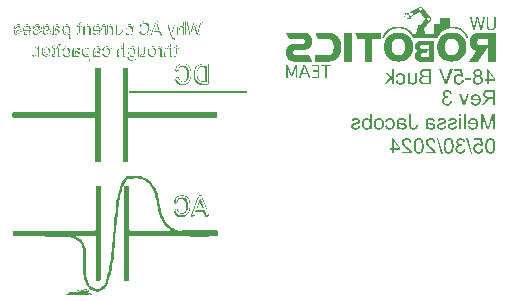
<source format=gbr>
%TF.GenerationSoftware,Altium Limited,Altium Designer,24.2.2 (26)*%
G04 Layer_Color=32896*
%FSLAX45Y45*%
%MOMM*%
%TF.SameCoordinates,E368293F-65CA-4DDE-B1C5-A9725366A021*%
%TF.FilePolarity,Positive*%
%TF.FileFunction,Legend,Bot*%
%TF.Part,Single*%
G01*
G75*
G36*
X4139600Y3426291D02*
X4139366D01*
Y3426526D01*
X4139600D01*
Y3426291D01*
D02*
G37*
G36*
X2281738Y3395759D02*
X2277817D01*
Y3399679D01*
X2281738D01*
Y3395759D01*
D02*
G37*
G36*
X1968074Y3391838D02*
X1964153D01*
Y3395759D01*
X1968074D01*
Y3391838D01*
D02*
G37*
G36*
X1948470D02*
X1944549D01*
Y3395759D01*
X1948470D01*
Y3391838D01*
D02*
G37*
G36*
X1940628D02*
X1932787D01*
Y3395759D01*
X1940628D01*
Y3391838D01*
D02*
G37*
G36*
X2371917Y3387917D02*
X2364075D01*
Y3391838D01*
X2371917D01*
Y3387917D01*
D02*
G37*
G36*
X1932787D02*
X1928866D01*
Y3391838D01*
X1932787D01*
Y3387917D01*
D02*
G37*
G36*
X2434650D02*
X2438570D01*
Y3383996D01*
X2434650D01*
Y3387917D01*
X2430729D01*
Y3391838D01*
X2434650D01*
Y3387917D01*
D02*
G37*
G36*
X2422887Y3383996D02*
X2418966D01*
Y3391838D01*
X2422887D01*
Y3383996D01*
D02*
G37*
G36*
X2058252Y3391838D02*
X2062173D01*
Y3383996D01*
X2058252D01*
Y3391838D01*
X2050411D01*
Y3395759D01*
X2058252D01*
Y3391838D01*
D02*
G37*
G36*
X1403478Y3383996D02*
X1395636D01*
Y3387917D01*
X1403478D01*
Y3383996D01*
D02*
G37*
G36*
X2042569Y3380075D02*
X2038648D01*
Y3383996D01*
X2042569D01*
Y3380075D01*
D02*
G37*
G36*
X1395636D02*
X1391716D01*
Y3383996D01*
X1395636D01*
Y3380075D01*
D02*
G37*
G36*
X2434650Y3368313D02*
X2430729D01*
Y3383996D01*
X2434650D01*
Y3368313D01*
D02*
G37*
G36*
X1932787D02*
X1928866D01*
Y3372234D01*
X1932787D01*
Y3368313D01*
D02*
G37*
G36*
X1826925Y3364392D02*
X1807321D01*
Y3368313D01*
X1826925D01*
Y3364392D01*
D02*
G37*
G36*
X1658330D02*
X1650488D01*
Y3368313D01*
X1658330D01*
Y3364392D01*
D02*
G37*
G36*
X1607360D02*
X1595597D01*
Y3368313D01*
X1607360D01*
Y3364392D01*
D02*
G37*
G36*
X1556389D02*
X1540706D01*
Y3368313D01*
X1556389D01*
Y3364392D01*
D02*
G37*
G36*
X1466211D02*
X1458369D01*
Y3368313D01*
X1466211D01*
Y3364392D01*
D02*
G37*
G36*
X1391716Y3376155D02*
X1395636D01*
Y3372234D01*
Y3364392D01*
X1387795D01*
Y3380075D01*
X1391716D01*
Y3376155D01*
D02*
G37*
G36*
X1297616Y3364392D02*
X1278012D01*
Y3368313D01*
X1297616D01*
Y3364392D01*
D02*
G37*
G36*
X1211358D02*
X1195675D01*
Y3368313D01*
X1211358D01*
Y3364392D01*
D02*
G37*
G36*
X1125101D02*
X1109417D01*
Y3368313D01*
X1125101D01*
Y3364392D01*
D02*
G37*
G36*
X1054526D02*
X1027080D01*
Y3368313D01*
X1054526D01*
Y3364392D01*
D02*
G37*
G36*
X960427D02*
X944744D01*
Y3368313D01*
X960427D01*
Y3364392D01*
D02*
G37*
G36*
X885931D02*
X866327D01*
Y3368313D01*
X885931D01*
Y3364392D01*
D02*
G37*
G36*
X1807321Y3360471D02*
X1803400D01*
Y3364392D01*
X1807321D01*
Y3360471D01*
D02*
G37*
G36*
X1772034D02*
X1768113D01*
Y3364392D01*
X1772034D01*
Y3360471D01*
D02*
G37*
G36*
X1674013D02*
X1670093D01*
Y3364392D01*
X1674013D01*
Y3360471D01*
D02*
G37*
G36*
X1564231D02*
X1560310D01*
Y3364392D01*
X1564231D01*
Y3360471D01*
D02*
G37*
G36*
X1489736D02*
X1481894D01*
Y3364392D01*
X1489736D01*
Y3360471D01*
D02*
G37*
G36*
X1187834D02*
X1179992D01*
Y3364392D01*
X1187834D01*
Y3360471D01*
D02*
G37*
G36*
X858486D02*
X854565D01*
Y3364392D01*
X858486D01*
Y3360471D01*
D02*
G37*
G36*
X2215084Y3356550D02*
X2211164D01*
Y3360471D01*
X2215084D01*
Y3356550D01*
D02*
G37*
G36*
X1619122D02*
X1615201D01*
Y3360471D01*
Y3364392D01*
X1619122D01*
Y3356550D01*
D02*
G37*
G36*
X1313299D02*
X1309378D01*
Y3360471D01*
Y3364392D01*
X1313299D01*
Y3356550D01*
D02*
G37*
G36*
X1023160D02*
X1015318D01*
Y3360471D01*
X1019239D01*
Y3364392D01*
X1023160D01*
Y3356550D01*
D02*
G37*
G36*
X2387600Y3352630D02*
X2383679D01*
Y3356550D01*
Y3360471D01*
X2387600D01*
Y3352630D01*
D02*
G37*
G36*
X2277817Y3387917D02*
X2281738D01*
Y3383996D01*
X2277817D01*
Y3352630D01*
X2273897D01*
Y3356550D01*
X2269976D01*
Y3372234D01*
X2273897D01*
Y3380075D01*
X2269976D01*
Y3387917D01*
X2273897D01*
Y3391838D01*
X2277817D01*
Y3387917D01*
D02*
G37*
G36*
X1525023Y3352630D02*
X1521102D01*
Y3356550D01*
X1525023D01*
Y3352630D01*
D02*
G37*
G36*
X1179992D02*
X1176071D01*
Y3356550D01*
X1179992D01*
Y3352630D01*
D02*
G37*
G36*
X1015318D02*
X1011397D01*
Y3356550D01*
X1015318D01*
Y3352630D01*
D02*
G37*
G36*
X932981D02*
X929060D01*
Y3356550D01*
X932981D01*
Y3352630D01*
D02*
G37*
G36*
X2042569Y3348709D02*
X2038648D01*
Y3352630D01*
X2042569D01*
Y3348709D01*
D02*
G37*
G36*
X1921024Y3376155D02*
X1917103D01*
Y3368313D01*
X1913183D01*
Y3360471D01*
X1924945D01*
Y3356550D01*
X1921024D01*
Y3352630D01*
X1917103D01*
Y3348709D01*
X1905341D01*
Y3352630D01*
X1901420D01*
Y3356550D01*
X1905341D01*
Y3368313D01*
X1909262D01*
Y3372234D01*
X1913183D01*
Y3380075D01*
X1921024D01*
Y3376155D01*
D02*
G37*
G36*
X1854370Y3348709D02*
X1850450D01*
Y3352630D01*
X1854370D01*
Y3348709D01*
D02*
G37*
G36*
X1501498D02*
X1497577D01*
Y3352630D01*
X1501498D01*
Y3348709D01*
D02*
G37*
G36*
X1423082Y3352630D02*
X1419161D01*
Y3348709D01*
X1411320D01*
Y3344788D01*
X1403478D01*
Y3352630D01*
X1407399D01*
Y3356550D01*
X1423082D01*
Y3352630D01*
D02*
G37*
G36*
X1238804Y3344788D02*
X1234883D01*
Y3348709D01*
X1238804D01*
Y3344788D01*
D02*
G37*
G36*
X4826522Y3430753D02*
X4826287D01*
Y3429813D01*
X4826052D01*
Y3428639D01*
X4825817D01*
Y3427700D01*
X4825582D01*
Y3426760D01*
X4825347D01*
Y3425586D01*
X4825113D01*
Y3424647D01*
X4824878D01*
Y3423472D01*
X4824643D01*
Y3422533D01*
X4824408D01*
Y3421359D01*
X4824173D01*
Y3420420D01*
X4823938D01*
Y3419480D01*
X4823704D01*
Y3418306D01*
X4823469D01*
Y3417367D01*
X4823234D01*
Y3416192D01*
X4822999D01*
Y3415253D01*
X4822764D01*
Y3414079D01*
X4822529D01*
Y3413139D01*
X4822294D01*
Y3412200D01*
X4822060D01*
Y3411026D01*
X4821825D01*
Y3410086D01*
X4821590D01*
Y3408912D01*
X4821355D01*
Y3407973D01*
X4821120D01*
Y3406799D01*
X4820885D01*
Y3405859D01*
X4820651D01*
Y3404920D01*
X4820416D01*
Y3403746D01*
X4820181D01*
Y3402806D01*
X4819946D01*
Y3401632D01*
X4819711D01*
Y3400692D01*
X4819476D01*
Y3399518D01*
X4819242D01*
Y3398579D01*
X4819007D01*
Y3397640D01*
X4818772D01*
Y3396465D01*
X4818537D01*
Y3395526D01*
X4818302D01*
Y3394352D01*
X4818067D01*
Y3393412D01*
X4817832D01*
Y3392238D01*
X4817598D01*
Y3391299D01*
X4817363D01*
Y3390359D01*
X4817128D01*
Y3389185D01*
X4816893D01*
Y3388246D01*
X4816658D01*
Y3387071D01*
X4816423D01*
Y3386132D01*
X4816188D01*
Y3384958D01*
X4815954D01*
Y3384019D01*
X4815719D01*
Y3383079D01*
X4815484D01*
Y3381905D01*
X4815249D01*
Y3380966D01*
X4815014D01*
Y3379791D01*
X4814780D01*
Y3378852D01*
X4814545D01*
Y3377678D01*
X4814310D01*
Y3376738D01*
X4814075D01*
Y3375799D01*
X4813840D01*
Y3374625D01*
X4813605D01*
Y3373685D01*
X4813370D01*
Y3372511D01*
X4813135D01*
Y3371572D01*
X4812901D01*
Y3370398D01*
X4812666D01*
Y3369458D01*
X4812431D01*
Y3368519D01*
X4812196D01*
Y3367345D01*
X4811961D01*
Y3366405D01*
X4811726D01*
Y3365231D01*
X4811492D01*
Y3364292D01*
X4811257D01*
Y3363117D01*
X4811022D01*
Y3362178D01*
X4810787D01*
Y3361239D01*
X4810552D01*
Y3360064D01*
X4810317D01*
Y3359125D01*
X4810083D01*
Y3357951D01*
X4809848D01*
Y3357011D01*
X4809613D01*
Y3355837D01*
X4809378D01*
Y3354898D01*
X4809143D01*
Y3353958D01*
X4808908D01*
Y3352784D01*
X4808673D01*
Y3351845D01*
X4808439D01*
Y3350671D01*
X4808204D01*
Y3349731D01*
X4807969D01*
Y3348557D01*
X4807734D01*
Y3347618D01*
X4807499D01*
Y3346678D01*
X4807264D01*
Y3345504D01*
X4807030D01*
Y3344565D01*
X4806795D01*
Y3343390D01*
X4806560D01*
Y3342451D01*
X4806325D01*
Y3341277D01*
X4806090D01*
Y3340337D01*
X4805855D01*
Y3339398D01*
X4805621D01*
Y3338224D01*
X4805386D01*
Y3337284D01*
X4805151D01*
Y3336110D01*
X4804916D01*
Y3335171D01*
X4804681D01*
Y3333997D01*
X4804446D01*
Y3333057D01*
X4804211D01*
Y3332118D01*
X4803977D01*
Y3330944D01*
X4803742D01*
Y3330004D01*
X4803507D01*
Y3328830D01*
X4803272D01*
Y3327891D01*
X4803037D01*
Y3326716D01*
X4802802D01*
Y3325777D01*
X4802567D01*
Y3324838D01*
X4802333D01*
Y3323663D01*
X4802098D01*
Y3322724D01*
X4801863D01*
Y3322254D01*
X4787303D01*
Y3322959D01*
X4787068D01*
Y3323898D01*
X4786833D01*
Y3324838D01*
X4786598D01*
Y3325777D01*
X4786363D01*
Y3326482D01*
X4786128D01*
Y3327421D01*
X4785894D01*
Y3328360D01*
X4785659D01*
Y3329300D01*
X4785424D01*
Y3330239D01*
X4785189D01*
Y3330944D01*
X4784954D01*
Y3331883D01*
X4784719D01*
Y3332822D01*
X4784484D01*
Y3333762D01*
X4784250D01*
Y3334701D01*
X4784015D01*
Y3335406D01*
X4783780D01*
Y3336345D01*
X4783545D01*
Y3337284D01*
X4783310D01*
Y3338224D01*
X4783075D01*
Y3339163D01*
X4782841D01*
Y3339868D01*
X4782606D01*
Y3340807D01*
X4782371D01*
Y3341746D01*
X4782136D01*
Y3342686D01*
X4781901D01*
Y3343625D01*
X4781666D01*
Y3344330D01*
X4781431D01*
Y3345269D01*
X4781197D01*
Y3346208D01*
X4780962D01*
Y3347148D01*
X4780727D01*
Y3348087D01*
X4780492D01*
Y3348792D01*
X4780257D01*
Y3349731D01*
X4780022D01*
Y3350671D01*
X4779787D01*
Y3351610D01*
X4779553D01*
Y3352549D01*
X4779318D01*
Y3353254D01*
X4779083D01*
Y3354193D01*
X4778848D01*
Y3355133D01*
X4778613D01*
Y3356072D01*
X4778379D01*
Y3357011D01*
X4778144D01*
Y3357716D01*
X4777909D01*
Y3358655D01*
X4777674D01*
Y3359595D01*
X4777439D01*
Y3360534D01*
X4777204D01*
Y3361474D01*
X4776969D01*
Y3362178D01*
X4776735D01*
Y3363117D01*
X4776500D01*
Y3364057D01*
X4776265D01*
Y3364996D01*
X4776030D01*
Y3365936D01*
X4775795D01*
Y3366640D01*
X4775560D01*
Y3367579D01*
X4775325D01*
Y3368519D01*
X4775091D01*
Y3369458D01*
X4774856D01*
Y3370398D01*
X4774621D01*
Y3371102D01*
X4774386D01*
Y3372042D01*
X4774151D01*
Y3372981D01*
X4773917D01*
Y3373920D01*
X4773682D01*
Y3374860D01*
X4773447D01*
Y3375564D01*
X4773212D01*
Y3376504D01*
X4772977D01*
Y3377443D01*
X4772742D01*
Y3378382D01*
X4772507D01*
Y3379322D01*
X4772273D01*
Y3380026D01*
X4772038D01*
Y3380966D01*
X4771803D01*
Y3381905D01*
X4771568D01*
Y3382844D01*
X4771333D01*
Y3383784D01*
X4771098D01*
Y3384488D01*
X4770863D01*
Y3385428D01*
X4770629D01*
Y3386367D01*
X4770394D01*
Y3387306D01*
X4770159D01*
Y3388246D01*
X4769924D01*
Y3389185D01*
X4769689D01*
Y3389890D01*
X4769454D01*
Y3390829D01*
X4769220D01*
Y3391768D01*
X4768985D01*
Y3392708D01*
X4768750D01*
Y3393647D01*
X4768515D01*
Y3394352D01*
X4768280D01*
Y3395291D01*
X4768045D01*
Y3396230D01*
X4767810D01*
Y3397170D01*
X4767576D01*
Y3398109D01*
X4767341D01*
Y3398814D01*
X4767106D01*
Y3399753D01*
X4766871D01*
Y3400692D01*
X4766636D01*
Y3402102D01*
X4766401D01*
Y3403276D01*
X4766166D01*
Y3404685D01*
X4765932D01*
Y3406094D01*
X4765697D01*
Y3407268D01*
X4765462D01*
Y3408677D01*
X4765227D01*
Y3410086D01*
X4764992D01*
Y3411261D01*
X4764758D01*
Y3412670D01*
X4764523D01*
Y3414079D01*
X4764288D01*
Y3414313D01*
X4763583D01*
Y3413609D01*
X4763348D01*
Y3412435D01*
X4763114D01*
Y3411261D01*
X4762879D01*
Y3410086D01*
X4762644D01*
Y3408677D01*
X4762409D01*
Y3407503D01*
X4762174D01*
Y3406329D01*
X4761939D01*
Y3405155D01*
X4761704D01*
Y3403980D01*
X4761470D01*
Y3402806D01*
X4761235D01*
Y3401397D01*
X4761000D01*
Y3400458D01*
X4760765D01*
Y3399518D01*
X4760530D01*
Y3398579D01*
X4760296D01*
Y3397640D01*
X4760061D01*
Y3396700D01*
X4759826D01*
Y3395761D01*
X4759591D01*
Y3394822D01*
X4759356D01*
Y3393882D01*
X4759121D01*
Y3393178D01*
X4758886D01*
Y3392238D01*
X4758652D01*
Y3391299D01*
X4758417D01*
Y3390359D01*
X4758182D01*
Y3389420D01*
X4757947D01*
Y3388481D01*
X4757712D01*
Y3387541D01*
X4757477D01*
Y3386602D01*
X4757242D01*
Y3385897D01*
X4757008D01*
Y3384958D01*
X4756773D01*
Y3384019D01*
X4756538D01*
Y3383079D01*
X4756303D01*
Y3382140D01*
X4756068D01*
Y3381201D01*
X4755833D01*
Y3380261D01*
X4755599D01*
Y3379322D01*
X4755364D01*
Y3378382D01*
X4755129D01*
Y3377678D01*
X4754894D01*
Y3376738D01*
X4754659D01*
Y3375799D01*
X4754424D01*
Y3374860D01*
X4754189D01*
Y3373920D01*
X4753955D01*
Y3373450D01*
Y3373216D01*
Y3372981D01*
X4753720D01*
Y3372042D01*
X4753485D01*
Y3371102D01*
X4753250D01*
Y3370163D01*
X4753015D01*
Y3369458D01*
X4752780D01*
Y3368519D01*
X4752545D01*
Y3367579D01*
X4752311D01*
Y3366640D01*
X4752076D01*
Y3365701D01*
X4751841D01*
Y3364761D01*
X4751606D01*
Y3363822D01*
X4751371D01*
Y3362883D01*
X4751137D01*
Y3361943D01*
X4750902D01*
Y3361239D01*
X4750667D01*
Y3360299D01*
X4750432D01*
Y3359360D01*
X4750197D01*
Y3358421D01*
X4749962D01*
Y3357481D01*
X4749727D01*
Y3356542D01*
X4749493D01*
Y3355602D01*
X4749258D01*
Y3354663D01*
X4749023D01*
Y3353724D01*
X4748788D01*
Y3353019D01*
X4748553D01*
Y3352080D01*
X4748318D01*
Y3351140D01*
X4748083D01*
Y3350201D01*
X4747849D01*
Y3349262D01*
X4747614D01*
Y3348322D01*
X4747379D01*
Y3347383D01*
X4747144D01*
Y3346443D01*
X4746909D01*
Y3345504D01*
X4746675D01*
Y3344800D01*
X4746440D01*
Y3343860D01*
X4746205D01*
Y3342921D01*
X4745970D01*
Y3341981D01*
X4745735D01*
Y3341042D01*
X4745500D01*
Y3340103D01*
X4745265D01*
Y3339163D01*
X4745031D01*
Y3338224D01*
X4744796D01*
Y3337284D01*
X4744561D01*
Y3336580D01*
X4744326D01*
Y3335641D01*
X4744091D01*
Y3334701D01*
X4743856D01*
Y3333762D01*
X4743621D01*
Y3332822D01*
X4743386D01*
Y3331883D01*
X4743152D01*
Y3330944D01*
X4742917D01*
Y3330004D01*
X4742682D01*
Y3329065D01*
X4742447D01*
Y3328360D01*
X4742212D01*
Y3327421D01*
X4741978D01*
Y3326482D01*
X4741743D01*
Y3325542D01*
X4741508D01*
Y3324603D01*
X4741273D01*
Y3323663D01*
X4741038D01*
Y3322724D01*
X4740803D01*
Y3322254D01*
X4726243D01*
Y3322959D01*
X4726008D01*
Y3323898D01*
X4725773D01*
Y3324838D01*
X4725538D01*
Y3326012D01*
X4725303D01*
Y3326951D01*
X4725069D01*
Y3327891D01*
X4724834D01*
Y3329065D01*
X4724599D01*
Y3330004D01*
X4724364D01*
Y3330944D01*
X4724129D01*
Y3331883D01*
X4723895D01*
Y3333057D01*
X4723660D01*
Y3333997D01*
X4723425D01*
Y3334936D01*
X4723190D01*
Y3336110D01*
X4722955D01*
Y3337050D01*
X4722720D01*
Y3337989D01*
X4722485D01*
Y3339163D01*
X4722251D01*
Y3340103D01*
X4722016D01*
Y3341042D01*
X4721781D01*
Y3342216D01*
X4721546D01*
Y3343156D01*
X4721311D01*
Y3344095D01*
X4721076D01*
Y3345269D01*
X4720841D01*
Y3346208D01*
X4720607D01*
Y3347148D01*
X4720372D01*
Y3348087D01*
X4720137D01*
Y3349262D01*
X4719902D01*
Y3350201D01*
X4719667D01*
Y3351140D01*
X4719433D01*
Y3352315D01*
X4719198D01*
Y3353254D01*
X4718963D01*
Y3354193D01*
X4718728D01*
Y3355367D01*
X4718493D01*
Y3356307D01*
X4718258D01*
Y3357246D01*
X4718023D01*
Y3358421D01*
X4717789D01*
Y3359360D01*
X4717554D01*
Y3360299D01*
X4717319D01*
Y3361239D01*
X4717084D01*
Y3362413D01*
X4716849D01*
Y3363352D01*
X4716614D01*
Y3364292D01*
X4716379D01*
Y3365466D01*
X4716144D01*
Y3366405D01*
X4715910D01*
Y3367345D01*
X4715675D01*
Y3368519D01*
X4715440D01*
Y3369458D01*
X4715205D01*
Y3370398D01*
X4714970D01*
Y3371572D01*
X4714736D01*
Y3372511D01*
X4714501D01*
Y3373450D01*
X4714266D01*
Y3374390D01*
X4714031D01*
Y3375564D01*
X4713796D01*
Y3376504D01*
X4713561D01*
Y3377443D01*
X4713326D01*
Y3378617D01*
X4713092D01*
Y3379557D01*
X4712857D01*
Y3380496D01*
X4712622D01*
Y3381670D01*
X4712387D01*
Y3382609D01*
X4712152D01*
Y3383549D01*
X4711917D01*
Y3384723D01*
X4711682D01*
Y3385663D01*
X4711448D01*
Y3386602D01*
X4711213D01*
Y3387776D01*
X4710978D01*
Y3388716D01*
X4710743D01*
Y3389655D01*
X4710508D01*
Y3390594D01*
X4710274D01*
Y3391768D01*
X4710039D01*
Y3392708D01*
X4709804D01*
Y3393647D01*
X4709569D01*
Y3394822D01*
X4709334D01*
Y3395761D01*
X4709099D01*
Y3396700D01*
X4708864D01*
Y3397874D01*
X4708630D01*
Y3398814D01*
X4708395D01*
Y3399753D01*
X4708160D01*
Y3400927D01*
X4707925D01*
Y3401867D01*
X4707690D01*
Y3402806D01*
X4707455D01*
Y3403746D01*
X4707220D01*
Y3404920D01*
X4706986D01*
Y3405859D01*
X4706751D01*
Y3406799D01*
X4706516D01*
Y3407973D01*
X4706281D01*
Y3408912D01*
X4706046D01*
Y3409851D01*
X4705812D01*
Y3411026D01*
X4705577D01*
Y3411965D01*
X4705342D01*
Y3412905D01*
X4705107D01*
Y3414079D01*
X4704872D01*
Y3415018D01*
X4704637D01*
Y3415958D01*
X4704402D01*
Y3417132D01*
X4704168D01*
Y3418071D01*
X4703933D01*
Y3419010D01*
X4703698D01*
Y3419950D01*
X4703463D01*
Y3421124D01*
X4703228D01*
Y3422064D01*
X4702993D01*
Y3423003D01*
X4702758D01*
Y3424177D01*
X4702523D01*
Y3425116D01*
X4702289D01*
Y3426056D01*
X4702054D01*
Y3427230D01*
X4701819D01*
Y3428169D01*
X4701584D01*
Y3429109D01*
X4701349D01*
Y3430283D01*
X4701115D01*
Y3431222D01*
X4700880D01*
Y3431692D01*
X4713326D01*
Y3431222D01*
X4713561D01*
Y3430283D01*
X4713796D01*
Y3429344D01*
X4714031D01*
Y3428169D01*
X4714266D01*
Y3427230D01*
X4714501D01*
Y3426291D01*
X4714736D01*
Y3425116D01*
X4714970D01*
Y3424177D01*
X4715205D01*
Y3423238D01*
X4715440D01*
Y3422064D01*
X4715675D01*
Y3421124D01*
X4715910D01*
Y3420185D01*
X4716144D01*
Y3419245D01*
X4716379D01*
Y3418071D01*
X4716614D01*
Y3417132D01*
X4716849D01*
Y3416192D01*
X4717084D01*
Y3415018D01*
X4717319D01*
Y3414079D01*
X4717554D01*
Y3413139D01*
X4717789D01*
Y3411965D01*
X4718023D01*
Y3411026D01*
X4718258D01*
Y3410086D01*
X4718493D01*
Y3408912D01*
X4718728D01*
Y3407973D01*
X4718963D01*
Y3407033D01*
X4719198D01*
Y3405859D01*
X4719433D01*
Y3404920D01*
X4719667D01*
Y3403980D01*
X4719902D01*
Y3403041D01*
X4720137D01*
Y3401867D01*
X4720372D01*
Y3400927D01*
X4720607D01*
Y3399988D01*
X4720841D01*
Y3398814D01*
X4721076D01*
Y3397874D01*
X4721311D01*
Y3396935D01*
X4721546D01*
Y3395761D01*
X4721781D01*
Y3394822D01*
X4722016D01*
Y3393882D01*
X4722251D01*
Y3392708D01*
X4722485D01*
Y3391768D01*
X4722720D01*
Y3390829D01*
X4722955D01*
Y3389655D01*
X4723190D01*
Y3388716D01*
X4723425D01*
Y3387776D01*
X4723660D01*
Y3386837D01*
X4723895D01*
Y3385663D01*
X4724129D01*
Y3384723D01*
X4724364D01*
Y3383784D01*
X4724599D01*
Y3382609D01*
X4724834D01*
Y3381670D01*
X4725069D01*
Y3380731D01*
X4725303D01*
Y3379557D01*
X4725538D01*
Y3378617D01*
X4725773D01*
Y3377678D01*
X4726008D01*
Y3376504D01*
X4726243D01*
Y3375564D01*
X4726478D01*
Y3374625D01*
X4726713D01*
Y3373685D01*
X4726947D01*
Y3372511D01*
X4727182D01*
Y3371572D01*
X4727417D01*
Y3370632D01*
X4727652D01*
Y3369458D01*
X4727887D01*
Y3368519D01*
X4728122D01*
Y3367579D01*
X4728357D01*
Y3366405D01*
X4728591D01*
Y3365466D01*
X4728826D01*
Y3364526D01*
X4729061D01*
Y3363352D01*
X4729296D01*
Y3362413D01*
X4729531D01*
Y3361474D01*
X4729765D01*
Y3360299D01*
X4730000D01*
Y3359360D01*
X4730235D01*
Y3358421D01*
X4730470D01*
Y3357481D01*
X4730705D01*
Y3356307D01*
X4730940D01*
Y3355367D01*
X4731175D01*
Y3354193D01*
X4731410D01*
Y3353019D01*
X4731644D01*
Y3351610D01*
X4731879D01*
Y3350436D01*
X4732114D01*
Y3349262D01*
X4732349D01*
Y3347853D01*
X4732584D01*
Y3346678D01*
X4732819D01*
Y3345269D01*
X4733054D01*
Y3344095D01*
X4733288D01*
Y3342686D01*
X4733523D01*
Y3341512D01*
X4734462D01*
Y3342921D01*
X4734697D01*
Y3344330D01*
X4734932D01*
Y3345739D01*
X4735167D01*
Y3347148D01*
X4735402D01*
Y3348557D01*
X4735637D01*
Y3350201D01*
X4735872D01*
Y3351610D01*
X4736106D01*
Y3353019D01*
X4736341D01*
Y3354428D01*
X4736576D01*
Y3355367D01*
X4736811D01*
Y3356307D01*
X4737046D01*
Y3357246D01*
X4737281D01*
Y3358186D01*
X4737516D01*
Y3359125D01*
X4737750D01*
Y3359829D01*
X4737985D01*
Y3360769D01*
X4738220D01*
Y3361708D01*
X4738455D01*
Y3362648D01*
X4738690D01*
Y3363587D01*
X4738924D01*
Y3364526D01*
X4739159D01*
Y3365466D01*
X4739394D01*
Y3366405D01*
X4739629D01*
Y3367345D01*
X4739864D01*
Y3368284D01*
X4740099D01*
Y3369223D01*
X4740334D01*
Y3370163D01*
X4740568D01*
Y3371102D01*
X4740803D01*
Y3372042D01*
X4741038D01*
Y3372981D01*
X4741273D01*
Y3373920D01*
X4741508D01*
Y3374625D01*
X4741743D01*
Y3375564D01*
X4741978D01*
Y3376504D01*
X4742212D01*
Y3377443D01*
X4742447D01*
Y3378382D01*
X4742682D01*
Y3379322D01*
X4742917D01*
Y3380261D01*
X4743152D01*
Y3381201D01*
X4743386D01*
Y3382140D01*
X4743621D01*
Y3383079D01*
X4743856D01*
Y3384019D01*
X4744091D01*
Y3384958D01*
X4744326D01*
Y3385897D01*
X4744561D01*
Y3386837D01*
X4744796D01*
Y3387776D01*
X4745031D01*
Y3388716D01*
X4745265D01*
Y3389420D01*
X4745500D01*
Y3390359D01*
X4745735D01*
Y3391299D01*
X4745970D01*
Y3392238D01*
X4746205D01*
Y3393178D01*
X4746440D01*
Y3394117D01*
X4746675D01*
Y3395056D01*
X4746909D01*
Y3395996D01*
X4747144D01*
Y3396935D01*
X4747379D01*
Y3397874D01*
X4747614D01*
Y3398814D01*
X4747849D01*
Y3399753D01*
X4748083D01*
Y3400692D01*
X4748318D01*
Y3401632D01*
X4748553D01*
Y3402571D01*
X4748788D01*
Y3403511D01*
X4749023D01*
Y3404215D01*
X4749258D01*
Y3405155D01*
X4749493D01*
Y3406094D01*
X4749727D01*
Y3407033D01*
X4749962D01*
Y3407973D01*
X4750197D01*
Y3408912D01*
X4750432D01*
Y3409851D01*
X4750667D01*
Y3410791D01*
X4750902D01*
Y3411730D01*
X4751137D01*
Y3412670D01*
X4751371D01*
Y3413609D01*
X4751606D01*
Y3414548D01*
X4751841D01*
Y3415488D01*
X4752076D01*
Y3416427D01*
X4752311D01*
Y3417367D01*
X4752545D01*
Y3418306D01*
X4752780D01*
Y3419010D01*
X4753015D01*
Y3419950D01*
X4753250D01*
Y3420889D01*
X4753485D01*
Y3421829D01*
X4753720D01*
Y3422768D01*
X4753955D01*
Y3423707D01*
X4754189D01*
Y3424647D01*
X4754424D01*
Y3425586D01*
X4754659D01*
Y3426526D01*
X4754894D01*
Y3427465D01*
X4755129D01*
Y3428404D01*
X4755364D01*
Y3429344D01*
X4755599D01*
Y3430283D01*
X4755833D01*
Y3431222D01*
X4756068D01*
Y3431692D01*
X4770159D01*
Y3431222D01*
X4770394D01*
Y3430283D01*
X4770629D01*
Y3429344D01*
X4770863D01*
Y3428404D01*
X4771098D01*
Y3427700D01*
X4771333D01*
Y3426760D01*
X4771568D01*
Y3425821D01*
X4771803D01*
Y3424882D01*
X4772038D01*
Y3423942D01*
X4772273D01*
Y3423003D01*
X4772507D01*
Y3422298D01*
X4772742D01*
Y3421359D01*
X4772977D01*
Y3420420D01*
X4773212D01*
Y3419480D01*
X4773447D01*
Y3418541D01*
X4773682D01*
Y3417601D01*
X4773917D01*
Y3416662D01*
X4774151D01*
Y3415958D01*
X4774386D01*
Y3415018D01*
X4774621D01*
Y3414079D01*
X4774856D01*
Y3413139D01*
X4775091D01*
Y3412200D01*
X4775325D01*
Y3411261D01*
X4775560D01*
Y3410556D01*
X4775795D01*
Y3409617D01*
X4776030D01*
Y3408677D01*
X4776265D01*
Y3407738D01*
X4776500D01*
Y3406799D01*
X4776735D01*
Y3405859D01*
X4776969D01*
Y3405155D01*
X4777204D01*
Y3404215D01*
X4777439D01*
Y3403276D01*
X4777674D01*
Y3402337D01*
X4777909D01*
Y3401397D01*
X4778144D01*
Y3400458D01*
X4778379D01*
Y3399753D01*
X4778613D01*
Y3398814D01*
X4778848D01*
Y3397874D01*
X4779083D01*
Y3396935D01*
X4779318D01*
Y3395996D01*
X4779553D01*
Y3395056D01*
X4779787D01*
Y3394352D01*
X4780022D01*
Y3393412D01*
X4780257D01*
Y3392473D01*
X4780492D01*
Y3391534D01*
X4780727D01*
Y3390594D01*
X4780962D01*
Y3389655D01*
X4781197D01*
Y3388950D01*
X4781431D01*
Y3388011D01*
X4781666D01*
Y3387071D01*
X4781901D01*
Y3386132D01*
X4782136D01*
Y3385193D01*
X4782371D01*
Y3384253D01*
X4782606D01*
Y3383549D01*
X4782841D01*
Y3382609D01*
X4783075D01*
Y3381670D01*
X4783310D01*
Y3380731D01*
X4783545D01*
Y3379791D01*
X4783780D01*
Y3378852D01*
X4784015D01*
Y3377913D01*
X4784250D01*
Y3377208D01*
X4784484D01*
Y3376269D01*
X4784719D01*
Y3375329D01*
X4784954D01*
Y3374390D01*
X4785189D01*
Y3373450D01*
X4785424D01*
Y3372511D01*
X4785659D01*
Y3371807D01*
X4785894D01*
Y3370867D01*
X4786128D01*
Y3369928D01*
X4786363D01*
Y3368988D01*
X4786598D01*
Y3368049D01*
X4786833D01*
Y3367110D01*
X4787068D01*
Y3366405D01*
X4787303D01*
Y3365466D01*
X4787538D01*
Y3364526D01*
X4787772D01*
Y3363587D01*
X4788007D01*
Y3362648D01*
X4788242D01*
Y3361708D01*
X4788477D01*
Y3361004D01*
X4788712D01*
Y3360064D01*
X4788946D01*
Y3359125D01*
X4789181D01*
Y3358186D01*
X4789416D01*
Y3357246D01*
X4789651D01*
Y3356307D01*
X4789886D01*
Y3355602D01*
X4790121D01*
Y3354428D01*
X4790356D01*
Y3353254D01*
X4790590D01*
Y3351845D01*
X4790825D01*
Y3350671D01*
X4791060D01*
Y3349262D01*
X4791295D01*
Y3348087D01*
X4791530D01*
Y3346678D01*
X4791765D01*
Y3345269D01*
X4792000D01*
Y3344095D01*
X4792234D01*
Y3342686D01*
X4792469D01*
Y3341512D01*
X4793408D01*
Y3342921D01*
X4793643D01*
Y3344095D01*
X4793878D01*
Y3345504D01*
X4794113D01*
Y3346678D01*
X4794348D01*
Y3348087D01*
X4794583D01*
Y3349262D01*
X4794818D01*
Y3350671D01*
X4795052D01*
Y3352080D01*
X4795287D01*
Y3353254D01*
X4795522D01*
Y3354663D01*
X4795757D01*
Y3355602D01*
X4795992D01*
Y3356777D01*
X4796227D01*
Y3357716D01*
X4796462D01*
Y3358890D01*
X4796696D01*
Y3359829D01*
X4796931D01*
Y3360769D01*
X4797166D01*
Y3361943D01*
X4797401D01*
Y3362883D01*
X4797636D01*
Y3364057D01*
X4797871D01*
Y3364996D01*
X4798105D01*
Y3366170D01*
X4798340D01*
Y3367110D01*
X4798575D01*
Y3368284D01*
X4798810D01*
Y3369223D01*
X4799045D01*
Y3370163D01*
X4799280D01*
Y3371337D01*
X4799515D01*
Y3372276D01*
X4799749D01*
Y3373450D01*
X4799984D01*
Y3374390D01*
X4800219D01*
Y3375564D01*
X4800454D01*
Y3376504D01*
X4800689D01*
Y3377443D01*
X4800924D01*
Y3378617D01*
X4801159D01*
Y3379557D01*
X4801393D01*
Y3380731D01*
X4801628D01*
Y3381670D01*
X4801863D01*
Y3382844D01*
X4802098D01*
Y3383784D01*
X4802333D01*
Y3384958D01*
X4802567D01*
Y3385897D01*
X4802802D01*
Y3386837D01*
X4803037D01*
Y3388011D01*
X4803272D01*
Y3388950D01*
X4803507D01*
Y3390125D01*
X4803742D01*
Y3391064D01*
X4803977D01*
Y3392238D01*
X4804211D01*
Y3393178D01*
X4804446D01*
Y3394352D01*
X4804681D01*
Y3395291D01*
X4804916D01*
Y3396230D01*
X4805151D01*
Y3397405D01*
X4805386D01*
Y3398344D01*
X4805621D01*
Y3399518D01*
X4805855D01*
Y3400458D01*
X4806090D01*
Y3401632D01*
X4806325D01*
Y3402571D01*
X4806560D01*
Y3403511D01*
X4806795D01*
Y3404685D01*
X4807030D01*
Y3405624D01*
X4807264D01*
Y3406799D01*
X4807499D01*
Y3407738D01*
X4807734D01*
Y3408912D01*
X4807969D01*
Y3409851D01*
X4808204D01*
Y3411026D01*
X4808439D01*
Y3411965D01*
X4808673D01*
Y3412905D01*
X4808908D01*
Y3414079D01*
X4809143D01*
Y3415018D01*
X4809378D01*
Y3416192D01*
X4809613D01*
Y3417132D01*
X4809848D01*
Y3418306D01*
X4810083D01*
Y3419245D01*
X4810317D01*
Y3420420D01*
X4810552D01*
Y3421359D01*
X4810787D01*
Y3422298D01*
X4811022D01*
Y3423472D01*
X4811257D01*
Y3424412D01*
X4811492D01*
Y3425586D01*
X4811726D01*
Y3426526D01*
X4811961D01*
Y3427700D01*
X4812196D01*
Y3428639D01*
X4812431D01*
Y3429579D01*
X4812666D01*
Y3430753D01*
X4812901D01*
Y3431692D01*
X4826522D01*
Y3430753D01*
D02*
G37*
G36*
X1027080Y3340867D02*
X1023160D01*
Y3344788D01*
X1027080D01*
Y3340867D01*
D02*
G37*
G36*
X2038648Y3368313D02*
X2034727D01*
Y3360471D01*
X2030807D01*
Y3348709D01*
X2026886D01*
Y3340867D01*
Y3336946D01*
X2022965D01*
Y3352630D01*
X2026886D01*
Y3364392D01*
X2030807D01*
Y3372234D01*
X2034727D01*
Y3376155D01*
X2038648D01*
Y3368313D01*
D02*
G37*
G36*
X1803400Y3336946D02*
X1799479D01*
Y3333026D01*
X1795558D01*
Y3329105D01*
X1791638D01*
Y3325184D01*
X1787717D01*
Y3329105D01*
X1783796D01*
Y3340867D01*
X1791638D01*
Y3336946D01*
X1795558D01*
Y3340867D01*
X1803400D01*
Y3336946D01*
D02*
G37*
G36*
X1274091D02*
X1270170D01*
Y3340867D01*
X1274091D01*
Y3336946D01*
D02*
G37*
G36*
X1215279Y3352630D02*
X1219200D01*
Y3348709D01*
X1223121D01*
Y3344788D01*
X1230962D01*
Y3340867D01*
Y3336946D01*
X1215279D01*
Y3340867D01*
X1211358D01*
Y3344788D01*
X1207438D01*
Y3348709D01*
X1191754D01*
Y3352630D01*
X1195675D01*
Y3356550D01*
X1215279D01*
Y3352630D01*
D02*
G37*
G36*
X1152546Y3340867D02*
Y3336946D01*
X1148626D01*
Y3344788D01*
X1152546D01*
Y3340867D01*
D02*
G37*
G36*
X909456Y3336946D02*
X905536D01*
Y3340867D01*
Y3348709D01*
X909456D01*
Y3336946D01*
D02*
G37*
G36*
X2364075Y3333026D02*
X2360154D01*
Y3336946D01*
Y3340867D01*
X2364075D01*
Y3333026D01*
D02*
G37*
G36*
X1501498D02*
X1497577D01*
Y3336946D01*
X1501498D01*
Y3333026D01*
D02*
G37*
G36*
X1191754D02*
X1187834D01*
Y3336946D01*
X1191754D01*
Y3333026D01*
D02*
G37*
G36*
X1129021Y3352630D02*
X1136863D01*
Y3336946D01*
X1132942D01*
Y3333026D01*
X1129021D01*
Y3344788D01*
X1121180D01*
Y3348709D01*
X1109417D01*
Y3344788D01*
X1105497D01*
Y3352630D01*
X1113338D01*
Y3356550D01*
X1129021D01*
Y3352630D01*
D02*
G37*
G36*
X1097655D02*
X1093734D01*
Y3348709D01*
X1089813D01*
Y3344788D01*
X1093734D01*
Y3340867D01*
X1101576D01*
Y3336946D01*
X1097655D01*
Y3333026D01*
X1085893D01*
Y3336946D01*
X1081972D01*
Y3340867D01*
X1085893D01*
Y3344788D01*
Y3348709D01*
Y3352630D01*
X1089813D01*
Y3356550D01*
X1097655D01*
Y3352630D01*
D02*
G37*
G36*
X1074130Y3336946D02*
Y3333026D01*
X1070209D01*
Y3344788D01*
X1074130D01*
Y3336946D01*
D02*
G37*
G36*
X1050605Y3352630D02*
X1058447D01*
Y3336946D01*
X1054526D01*
Y3333026D01*
X1046684D01*
Y3344788D01*
X1042764D01*
Y3348709D01*
X1027080D01*
Y3352630D01*
X1034922D01*
Y3356550D01*
X1050605D01*
Y3352630D01*
D02*
G37*
G36*
X1011397Y3344788D02*
X1015318D01*
Y3336946D01*
X1011397D01*
Y3333026D01*
X1003556D01*
Y3336946D01*
Y3340867D01*
Y3352630D01*
X1011397D01*
Y3344788D01*
D02*
G37*
G36*
X885931Y3352630D02*
X893773D01*
Y3336946D01*
X889852D01*
Y3333026D01*
X885931D01*
Y3340867D01*
X882011D01*
Y3344788D01*
X878090D01*
Y3348709D01*
X866327D01*
Y3344788D01*
X862407D01*
Y3340867D01*
X858486D01*
Y3348709D01*
X862407D01*
Y3352630D01*
X866327D01*
Y3356550D01*
X885931D01*
Y3352630D01*
D02*
G37*
G36*
X846723Y3340867D02*
X854565D01*
Y3336946D01*
Y3333026D01*
X842803D01*
Y3336946D01*
X838882D01*
Y3340867D01*
X842803D01*
Y3352630D01*
X846723D01*
Y3340867D01*
D02*
G37*
G36*
X4919755Y3354898D02*
X4919520D01*
Y3350905D01*
X4919285D01*
Y3348322D01*
X4919051D01*
Y3346443D01*
X4918816D01*
Y3345034D01*
X4918581D01*
Y3343625D01*
X4918346D01*
Y3342451D01*
X4918111D01*
Y3341512D01*
X4917876D01*
Y3340572D01*
X4917641D01*
Y3339633D01*
X4917407D01*
Y3338928D01*
X4917172D01*
Y3338224D01*
X4916937D01*
Y3337519D01*
X4916702D01*
Y3337050D01*
X4916467D01*
Y3336345D01*
X4916232D01*
Y3335875D01*
X4915998D01*
Y3335406D01*
X4915763D01*
Y3334936D01*
X4915528D01*
Y3334466D01*
X4915293D01*
Y3333997D01*
X4915058D01*
Y3333762D01*
X4914823D01*
Y3333292D01*
X4914589D01*
Y3333057D01*
X4914354D01*
Y3332587D01*
X4914119D01*
Y3332353D01*
X4913884D01*
Y3331883D01*
X4913649D01*
Y3331648D01*
X4913414D01*
Y3331413D01*
X4913179D01*
Y3331179D01*
X4912945D01*
Y3330709D01*
X4912710D01*
Y3330474D01*
X4912475D01*
Y3330239D01*
X4912240D01*
Y3330004D01*
X4912005D01*
Y3329769D01*
X4911770D01*
Y3329535D01*
X4911536D01*
Y3329300D01*
X4911301D01*
Y3329065D01*
X4911066D01*
Y3328830D01*
X4910831D01*
Y3328595D01*
X4910596D01*
Y3328360D01*
X4910361D01*
Y3328125D01*
X4910127D01*
Y3327891D01*
X4909892D01*
Y3327656D01*
X4909422D01*
Y3327421D01*
X4909187D01*
Y3327186D01*
X4908952D01*
Y3326951D01*
X4908482D01*
Y3326716D01*
X4908248D01*
Y3326482D01*
X4908013D01*
Y3326247D01*
X4907543D01*
Y3326012D01*
X4907308D01*
Y3325777D01*
X4906839D01*
Y3325542D01*
X4906604D01*
Y3325307D01*
X4906134D01*
Y3325073D01*
X4905664D01*
Y3324838D01*
X4905195D01*
Y3324603D01*
X4904725D01*
Y3324368D01*
X4904490D01*
Y3324133D01*
X4904020D01*
Y3323898D01*
X4903316D01*
Y3323663D01*
X4902846D01*
Y3323429D01*
X4902377D01*
Y3323194D01*
X4901907D01*
Y3322959D01*
X4901202D01*
Y3322724D01*
X4900733D01*
Y3322489D01*
X4900028D01*
Y3322254D01*
X4899324D01*
Y3322020D01*
X4898619D01*
Y3321785D01*
X4897915D01*
Y3321550D01*
X4896975D01*
Y3321315D01*
X4896271D01*
Y3321080D01*
X4895331D01*
Y3320845D01*
X4894392D01*
Y3320611D01*
X4893452D01*
Y3320376D01*
X4892278D01*
Y3320141D01*
X4891104D01*
Y3319906D01*
X4889695D01*
Y3319671D01*
X4888051D01*
Y3319436D01*
X4886172D01*
Y3319201D01*
X4883119D01*
Y3318966D01*
X4875135D01*
Y3319201D01*
X4872316D01*
Y3319436D01*
X4870438D01*
Y3319671D01*
X4869029D01*
Y3319906D01*
X4867854D01*
Y3320141D01*
X4866680D01*
Y3320376D01*
X4865741D01*
Y3320611D01*
X4864801D01*
Y3320845D01*
X4864097D01*
Y3321080D01*
X4863392D01*
Y3321315D01*
X4862688D01*
Y3321550D01*
X4861983D01*
Y3321785D01*
X4861514D01*
Y3322020D01*
X4860809D01*
Y3322254D01*
X4860339D01*
Y3322489D01*
X4859870D01*
Y3322724D01*
X4859400D01*
Y3322959D01*
X4858695D01*
Y3323194D01*
X4858461D01*
Y3323429D01*
X4857991D01*
Y3323663D01*
X4857521D01*
Y3323898D01*
X4857051D01*
Y3324133D01*
X4856582D01*
Y3324368D01*
X4856347D01*
Y3324603D01*
X4855877D01*
Y3324838D01*
X4855408D01*
Y3325073D01*
X4855173D01*
Y3325307D01*
X4854703D01*
Y3325542D01*
X4854468D01*
Y3325777D01*
X4854233D01*
Y3326012D01*
X4853764D01*
Y3326247D01*
X4853529D01*
Y3326482D01*
X4853294D01*
Y3326716D01*
X4852824D01*
Y3326951D01*
X4852589D01*
Y3327186D01*
X4852355D01*
Y3327421D01*
X4852120D01*
Y3327656D01*
X4851885D01*
Y3327891D01*
X4851650D01*
Y3328125D01*
X4851180D01*
Y3328360D01*
X4850946D01*
Y3328595D01*
X4850711D01*
Y3328830D01*
X4850476D01*
Y3329065D01*
X4850241D01*
Y3329300D01*
X4850006D01*
Y3329535D01*
X4849771D01*
Y3329769D01*
X4849536D01*
Y3330004D01*
X4849302D01*
Y3330474D01*
X4849067D01*
Y3330709D01*
X4848832D01*
Y3330944D01*
X4848597D01*
Y3331179D01*
X4848362D01*
Y3331413D01*
X4848127D01*
Y3331648D01*
X4847893D01*
Y3332118D01*
X4847658D01*
Y3332353D01*
X4847423D01*
Y3332587D01*
X4847188D01*
Y3333057D01*
X4846953D01*
Y3333292D01*
X4846718D01*
Y3333762D01*
X4846484D01*
Y3333997D01*
X4846249D01*
Y3334466D01*
X4846014D01*
Y3334701D01*
X4845779D01*
Y3335171D01*
X4845544D01*
Y3335641D01*
X4845309D01*
Y3335875D01*
X4845074D01*
Y3336345D01*
X4844840D01*
Y3336815D01*
X4844605D01*
Y3337519D01*
X4844370D01*
Y3337989D01*
X4844135D01*
Y3338459D01*
X4843900D01*
Y3339163D01*
X4843665D01*
Y3339868D01*
X4843430D01*
Y3340572D01*
X4843196D01*
Y3341512D01*
X4842961D01*
Y3342451D01*
X4842726D01*
Y3343390D01*
X4842491D01*
Y3344330D01*
X4842256D01*
Y3345739D01*
X4842022D01*
Y3347148D01*
X4841787D01*
Y3348792D01*
X4841552D01*
Y3350905D01*
X4841317D01*
Y3353724D01*
X4841082D01*
Y3359125D01*
X4840847D01*
Y3431692D01*
X4853998D01*
Y3362178D01*
X4854233D01*
Y3355837D01*
X4854468D01*
Y3352549D01*
X4854703D01*
Y3350436D01*
X4854938D01*
Y3348557D01*
X4855173D01*
Y3347148D01*
X4855408D01*
Y3345974D01*
X4855643D01*
Y3344800D01*
X4855877D01*
Y3343860D01*
X4856112D01*
Y3343156D01*
X4856347D01*
Y3342451D01*
X4856582D01*
Y3341981D01*
X4856817D01*
Y3341277D01*
X4857051D01*
Y3340807D01*
X4857286D01*
Y3340337D01*
X4857521D01*
Y3340103D01*
X4857756D01*
Y3339633D01*
X4857991D01*
Y3339163D01*
X4858226D01*
Y3338928D01*
X4858461D01*
Y3338459D01*
X4858695D01*
Y3338224D01*
X4858930D01*
Y3337989D01*
X4859165D01*
Y3337519D01*
X4859400D01*
Y3337284D01*
X4859635D01*
Y3337050D01*
X4859870D01*
Y3336815D01*
X4860105D01*
Y3336580D01*
X4860339D01*
Y3336345D01*
X4860574D01*
Y3336110D01*
X4860809D01*
Y3335875D01*
X4861044D01*
Y3335641D01*
X4861279D01*
Y3335406D01*
X4861514D01*
Y3335171D01*
X4861748D01*
Y3334936D01*
X4862218D01*
Y3334701D01*
X4862453D01*
Y3334466D01*
X4862688D01*
Y3334232D01*
X4863157D01*
Y3333997D01*
X4863392D01*
Y3333762D01*
X4863862D01*
Y3333527D01*
X4864332D01*
Y3333292D01*
X4864801D01*
Y3333057D01*
X4865036D01*
Y3332822D01*
X4865741D01*
Y3332587D01*
X4866210D01*
Y3332353D01*
X4866680D01*
Y3332118D01*
X4867385D01*
Y3331883D01*
X4867854D01*
Y3331648D01*
X4868559D01*
Y3331413D01*
X4869264D01*
Y3331179D01*
X4870203D01*
Y3330944D01*
X4871142D01*
Y3330709D01*
X4872316D01*
Y3330474D01*
X4873726D01*
Y3330239D01*
X4875839D01*
Y3330004D01*
X4882180D01*
Y3330239D01*
X4884294D01*
Y3330474D01*
X4885937D01*
Y3330709D01*
X4887112D01*
Y3330944D01*
X4888051D01*
Y3331179D01*
X4888990D01*
Y3331413D01*
X4889695D01*
Y3331648D01*
X4890634D01*
Y3331883D01*
X4891339D01*
Y3332118D01*
X4891809D01*
Y3332353D01*
X4892513D01*
Y3332587D01*
X4892983D01*
Y3332822D01*
X4893452D01*
Y3333057D01*
X4894157D01*
Y3333292D01*
X4894627D01*
Y3333527D01*
X4895096D01*
Y3333762D01*
X4895331D01*
Y3333997D01*
X4895801D01*
Y3334232D01*
X4896271D01*
Y3334466D01*
X4896506D01*
Y3334701D01*
X4896975D01*
Y3334936D01*
X4897210D01*
Y3335171D01*
X4897680D01*
Y3335406D01*
X4897915D01*
Y3335641D01*
X4898149D01*
Y3335875D01*
X4898384D01*
Y3336110D01*
X4898854D01*
Y3336345D01*
X4899089D01*
Y3336580D01*
X4899324D01*
Y3336815D01*
X4899558D01*
Y3337050D01*
X4899793D01*
Y3337284D01*
X4900028D01*
Y3337519D01*
X4900263D01*
Y3337754D01*
X4900498D01*
Y3338224D01*
X4900733D01*
Y3338459D01*
X4900968D01*
Y3338694D01*
X4901202D01*
Y3338928D01*
X4901437D01*
Y3339398D01*
X4901672D01*
Y3339633D01*
X4901907D01*
Y3340103D01*
X4902142D01*
Y3340337D01*
X4902377D01*
Y3340807D01*
X4902611D01*
Y3341277D01*
X4902846D01*
Y3341746D01*
X4903081D01*
Y3342451D01*
X4903316D01*
Y3342921D01*
X4903551D01*
Y3343625D01*
X4903786D01*
Y3344565D01*
X4904020D01*
Y3345504D01*
X4904255D01*
Y3346678D01*
X4904490D01*
Y3348087D01*
X4904725D01*
Y3349731D01*
X4904960D01*
Y3352080D01*
X4905195D01*
Y3355602D01*
X4905430D01*
Y3431692D01*
X4919755D01*
Y3354898D01*
D02*
G37*
G36*
X2022965Y3329105D02*
X2019044D01*
Y3333026D01*
Y3336946D01*
X2022965D01*
Y3329105D01*
D02*
G37*
G36*
X1556389Y3352630D02*
X1560310D01*
Y3348709D01*
X1564231D01*
Y3344788D01*
X1568152D01*
Y3329105D01*
X1556389D01*
Y3336946D01*
X1560310D01*
Y3340867D01*
X1556389D01*
Y3344788D01*
X1548548D01*
Y3348709D01*
X1532864D01*
Y3352630D01*
X1536785D01*
Y3356550D01*
X1556389D01*
Y3352630D01*
D02*
G37*
G36*
X1552468Y3329105D02*
X1540706D01*
Y3333026D01*
X1552468D01*
Y3329105D01*
D02*
G37*
G36*
X1148626D02*
X1144705D01*
Y3333026D01*
X1148626D01*
Y3329105D01*
D02*
G37*
G36*
X1121180D02*
X1117259D01*
Y3333026D01*
X1121180D01*
Y3329105D01*
D02*
G37*
G36*
X964348Y3352630D02*
X972189D01*
Y3344788D01*
X976110D01*
Y3340867D01*
X980031D01*
Y3336946D01*
Y3333026D01*
X976110D01*
Y3329105D01*
X968268D01*
Y3333026D01*
X964348D01*
Y3336946D01*
X968268D01*
Y3340867D01*
X964348D01*
Y3344788D01*
X960427D01*
Y3348709D01*
X940823D01*
Y3352630D01*
X948664D01*
Y3356550D01*
X964348D01*
Y3352630D01*
D02*
G37*
G36*
X952585Y3329105D02*
X948664D01*
Y3333026D01*
X952585D01*
Y3329105D01*
D02*
G37*
G36*
X940823D02*
X936902D01*
Y3333026D01*
X940823D01*
Y3329105D01*
D02*
G37*
G36*
X905536D02*
X901615D01*
Y3333026D01*
X905536D01*
Y3329105D01*
D02*
G37*
G36*
X1066288Y3325184D02*
X1062368D01*
Y3329105D01*
Y3333026D01*
X1066288D01*
Y3325184D01*
D02*
G37*
G36*
X2360154Y3321263D02*
X2356234D01*
Y3325184D01*
X2360154D01*
Y3321263D01*
D02*
G37*
G36*
X2242530D02*
X2238609D01*
Y3336946D01*
Y3340867D01*
X2242530D01*
Y3321263D01*
D02*
G37*
G36*
X2054331Y3364392D02*
X2058252D01*
Y3356550D01*
X2062173D01*
Y3348709D01*
Y3344788D01*
X2066094D01*
Y3333026D01*
X2070015D01*
Y3325184D01*
X2066094D01*
Y3321263D01*
X2062173D01*
Y3325184D01*
X2058252D01*
Y3336946D01*
X2054331D01*
Y3348709D01*
X2050411D01*
Y3356550D01*
X2046490D01*
Y3372234D01*
X2054331D01*
Y3364392D01*
D02*
G37*
G36*
X2038648Y3321263D02*
X2034727D01*
Y3325184D01*
X2038648D01*
Y3321263D01*
D02*
G37*
G36*
X1772034D02*
X1768113D01*
Y3340867D01*
Y3344788D01*
Y3356550D01*
X1772034D01*
Y3321263D01*
D02*
G37*
G36*
X1101576D02*
X1097655D01*
Y3325184D01*
X1101576D01*
Y3321263D01*
D02*
G37*
G36*
X1058447D02*
X1050605D01*
Y3325184D01*
X1058447D01*
Y3321263D01*
D02*
G37*
G36*
X1023160D02*
X1019239D01*
Y3325184D01*
X1023160D01*
Y3321263D01*
D02*
G37*
G36*
X897694D02*
X889852D01*
Y3325184D01*
X897694D01*
Y3321263D01*
D02*
G37*
G36*
X2199401Y3352630D02*
X2195480D01*
Y3336946D01*
X2191560D01*
Y3329105D01*
X2187639D01*
Y3313422D01*
X2183718D01*
Y3301659D01*
X2179797D01*
Y3305580D01*
X2175877D01*
Y3317342D01*
X2171956D01*
Y3321263D01*
X2175877D01*
Y3317342D01*
X2183718D01*
Y3333026D01*
X2187639D01*
Y3336946D01*
Y3344788D01*
X2191560D01*
Y3356550D01*
X2195480D01*
Y3360471D01*
X2199401D01*
Y3352630D01*
D02*
G37*
G36*
X2089619Y3317342D02*
X2085698D01*
Y3321263D01*
X2089619D01*
Y3317342D01*
D02*
G37*
G36*
X1583835Y3333026D02*
Y3329105D01*
Y3317342D01*
X1579914D01*
Y3340867D01*
X1583835D01*
Y3333026D01*
D02*
G37*
G36*
X1093734Y3317342D02*
X1089813D01*
Y3321263D01*
X1093734D01*
Y3317342D01*
D02*
G37*
G36*
X1015318D02*
X1011397D01*
Y3321263D01*
X1015318D01*
Y3317342D01*
D02*
G37*
G36*
X1858291Y3313422D02*
X1854370D01*
Y3317342D01*
Y3321263D01*
Y3325184D01*
X1858291D01*
Y3313422D01*
D02*
G37*
G36*
X1238804Y3317342D02*
Y3313422D01*
X1234883D01*
Y3321263D01*
X1238804D01*
Y3317342D01*
D02*
G37*
G36*
X1140784Y3321263D02*
X1132942D01*
Y3317342D01*
X1129021D01*
Y3313422D01*
X1109417D01*
Y3317342D01*
X1121180D01*
Y3321263D01*
X1129021D01*
Y3325184D01*
X1140784D01*
Y3321263D01*
D02*
G37*
G36*
X1050605Y3317342D02*
X1042764D01*
Y3313422D01*
X1031001D01*
Y3317342D01*
X1034922D01*
Y3321263D01*
X1050605D01*
Y3317342D01*
D02*
G37*
G36*
X1995520Y3309501D02*
X1991599D01*
Y3313422D01*
Y3317342D01*
X1995520D01*
Y3309501D01*
D02*
G37*
G36*
X1109417D02*
X1105497D01*
Y3313422D01*
X1109417D01*
Y3309501D01*
D02*
G37*
G36*
X1031001D02*
X1027080D01*
Y3313422D01*
X1031001D01*
Y3309501D01*
D02*
G37*
G36*
X889852Y3317342D02*
X882011D01*
Y3313422D01*
X866327D01*
Y3309501D01*
X862407D01*
Y3317342D01*
X874169D01*
Y3321263D01*
X889852D01*
Y3317342D01*
D02*
G37*
G36*
X2195480Y3305580D02*
X2191560D01*
Y3309501D01*
X2195480D01*
Y3305580D01*
D02*
G37*
G36*
X1501498Y3309501D02*
Y3305580D01*
X1497577D01*
Y3313422D01*
X1501498D01*
Y3309501D01*
D02*
G37*
G36*
X1105497Y3305580D02*
X1101576D01*
Y3309501D01*
X1105497D01*
Y3305580D01*
D02*
G37*
G36*
X909456D02*
X901615D01*
Y3309501D01*
X909456D01*
Y3305580D01*
D02*
G37*
G36*
X2418966Y3364392D02*
X2415046D01*
Y3348709D01*
X2411125D01*
Y3336946D01*
X2407204D01*
Y3325184D01*
Y3321263D01*
X2403283D01*
Y3301659D01*
X2399362D01*
Y3313422D01*
X2395441D01*
Y3321263D01*
X2399362D01*
Y3325184D01*
X2403283D01*
Y3344788D01*
X2407204D01*
Y3360471D01*
X2411125D01*
Y3376155D01*
X2415046D01*
Y3383996D01*
X2418966D01*
Y3364392D01*
D02*
G37*
G36*
X2364075Y3380075D02*
X2360154D01*
Y3376155D01*
Y3372234D01*
Y3364392D01*
X2356234D01*
Y3348709D01*
X2352313D01*
Y3333026D01*
X2348392D01*
Y3321263D01*
X2344471D01*
Y3305580D01*
X2340550D01*
Y3301659D01*
X2336630D01*
Y3321263D01*
X2340550D01*
Y3333026D01*
X2344471D01*
Y3344788D01*
X2348392D01*
Y3356550D01*
X2352313D01*
Y3372234D01*
X2356234D01*
Y3383996D01*
X2360154D01*
Y3387917D01*
X2364075D01*
Y3380075D01*
D02*
G37*
G36*
X1772034Y3301659D02*
X1768113D01*
Y3305580D01*
X1772034D01*
Y3301659D01*
D02*
G37*
G36*
X1148626Y3305580D02*
X1152546D01*
Y3301659D01*
X1148626D01*
Y3305580D01*
X1144705D01*
Y3309501D01*
X1148626D01*
Y3305580D01*
D02*
G37*
G36*
X1074130Y3301659D02*
X1070209D01*
Y3305580D01*
Y3309501D01*
X1074130D01*
Y3301659D01*
D02*
G37*
G36*
X897694D02*
X889852D01*
Y3305580D01*
X893773D01*
Y3309501D01*
X897694D01*
Y3301659D01*
D02*
G37*
G36*
X1964153Y3380075D02*
X1971995D01*
Y3376155D01*
X1975916D01*
Y3368313D01*
X1979836D01*
Y3352630D01*
X1983757D01*
Y3321263D01*
X1979836D01*
Y3309501D01*
X1975916D01*
Y3301659D01*
X1971995D01*
Y3297738D01*
X1964153D01*
Y3301659D01*
X1968074D01*
Y3305580D01*
Y3309501D01*
X1971995D01*
Y3352630D01*
X1968074D01*
Y3360471D01*
X1964153D01*
Y3364392D01*
X1960232D01*
Y3368313D01*
X1956311D01*
Y3372234D01*
X1932787D01*
Y3380075D01*
X1940628D01*
Y3383996D01*
X1964153D01*
Y3380075D01*
D02*
G37*
G36*
X1830846Y3352630D02*
X1834766D01*
Y3348709D01*
X1838687D01*
Y3344788D01*
X1842608D01*
Y3305580D01*
X1838687D01*
Y3297738D01*
X1834766D01*
Y3317342D01*
X1838687D01*
Y3321263D01*
X1834766D01*
Y3333026D01*
X1830846D01*
Y3340867D01*
X1823004D01*
Y3344788D01*
X1807321D01*
Y3340867D01*
X1803400D01*
Y3348709D01*
X1807321D01*
Y3352630D01*
X1811241D01*
Y3356550D01*
X1830846D01*
Y3352630D01*
D02*
G37*
G36*
X1521102Y3344788D02*
X1517181D01*
Y3336946D01*
Y3333026D01*
Y3321263D01*
X1572073D01*
Y3309501D01*
X1568152D01*
Y3305580D01*
X1564231D01*
Y3297738D01*
X1556389D01*
Y3305580D01*
X1560310D01*
Y3313422D01*
X1509340D01*
Y3321263D01*
X1505419D01*
Y3325184D01*
X1509340D01*
Y3344788D01*
X1513260D01*
Y3352630D01*
X1521102D01*
Y3344788D01*
D02*
G37*
G36*
X1140784Y3301659D02*
X1136863D01*
Y3297738D01*
X1132942D01*
Y3305580D01*
X1140784D01*
Y3301659D01*
D02*
G37*
G36*
X1027080Y3297738D02*
X1023160D01*
Y3301659D01*
Y3305580D01*
Y3309501D01*
X1027080D01*
Y3297738D01*
D02*
G37*
G36*
X929060Y3344788D02*
X925140D01*
Y3321263D01*
X980031D01*
Y3309501D01*
X976110D01*
Y3305580D01*
Y3301659D01*
X972189D01*
Y3297738D01*
X964348D01*
Y3301659D01*
X968268D01*
Y3313422D01*
X917298D01*
Y3340867D01*
X921219D01*
Y3348709D01*
X925140D01*
Y3352630D01*
X929060D01*
Y3344788D01*
D02*
G37*
G36*
X862407Y3305580D02*
Y3301659D01*
Y3297738D01*
X858486D01*
Y3309501D01*
X862407D01*
Y3305580D01*
D02*
G37*
G36*
X1936707Y3293818D02*
X1932787D01*
Y3297738D01*
X1936707D01*
Y3293818D01*
D02*
G37*
G36*
X1756350Y3356550D02*
X1760271D01*
Y3352630D01*
X1756350D01*
Y3321263D01*
X1760271D01*
Y3305580D01*
X1756350D01*
Y3297738D01*
X1752430D01*
Y3293818D01*
X1748509D01*
Y3305580D01*
X1752430D01*
Y3360471D01*
X1756350D01*
Y3356550D01*
D02*
G37*
G36*
X1732826Y3293818D02*
X1728905D01*
Y3297738D01*
X1732826D01*
Y3293818D01*
D02*
G37*
G36*
X1379953Y3356550D02*
X1395636D01*
Y3297738D01*
X1391716D01*
Y3293818D01*
X1387795D01*
Y3344788D01*
X1383874D01*
Y3348709D01*
X1372111D01*
Y3360471D01*
X1376032D01*
Y3364392D01*
X1379953D01*
Y3356550D01*
D02*
G37*
G36*
X1297616Y3352630D02*
X1305458D01*
Y3348709D01*
X1309378D01*
Y3344788D01*
X1313299D01*
Y3305580D01*
X1309378D01*
Y3297738D01*
X1305458D01*
Y3293818D01*
X1301537D01*
Y3309501D01*
X1305458D01*
Y3317342D01*
X1301537D01*
Y3325184D01*
Y3329105D01*
Y3340867D01*
X1297616D01*
Y3344788D01*
X1289774D01*
Y3348709D01*
X1278012D01*
Y3344788D01*
X1274091D01*
Y3352630D01*
X1281933D01*
Y3356550D01*
X1297616D01*
Y3352630D01*
D02*
G37*
G36*
X1278012Y3297738D02*
Y3293818D01*
X1274091D01*
Y3301659D01*
X1278012D01*
Y3297738D01*
D02*
G37*
G36*
X1211358Y3321263D02*
X1219200D01*
Y3317342D01*
X1223121D01*
Y3309501D01*
X1227041D01*
Y3305580D01*
X1223121D01*
Y3297738D01*
X1219200D01*
Y3293818D01*
X1215279D01*
Y3309501D01*
X1211358D01*
Y3313422D01*
X1199596D01*
Y3317342D01*
X1191754D01*
Y3313422D01*
X1187834D01*
Y3317342D01*
X1183913D01*
Y3321263D01*
X1187834D01*
Y3325184D01*
X1211358D01*
Y3321263D01*
D02*
G37*
G36*
X1066288Y3305580D02*
X1062368D01*
Y3301659D01*
X1058447D01*
Y3297738D01*
X1054526D01*
Y3293818D01*
X1046684D01*
Y3297738D01*
X1050605D01*
Y3301659D01*
X1054526D01*
Y3305580D01*
X1058447D01*
Y3309501D01*
X1066288D01*
Y3305580D01*
D02*
G37*
G36*
X889852Y3293818D02*
X885931D01*
Y3297738D01*
X889852D01*
Y3293818D01*
D02*
G37*
G36*
X2415046Y3289897D02*
X2411125D01*
Y3293818D01*
Y3297738D01*
Y3301659D01*
X2415046D01*
Y3289897D01*
D02*
G37*
G36*
X2019044Y3317342D02*
X2015123D01*
Y3305580D01*
X2011203D01*
Y3301659D01*
Y3297738D01*
Y3293818D01*
X2007282D01*
Y3289897D01*
X2003361D01*
Y3297738D01*
X2007282D01*
Y3309501D01*
X2011203D01*
Y3321263D01*
X2015123D01*
Y3329105D01*
X2019044D01*
Y3317342D01*
D02*
G37*
G36*
X1956311Y3289897D02*
X1948470D01*
Y3293818D01*
X1956311D01*
Y3289897D01*
D02*
G37*
G36*
X1850450D02*
X1846529D01*
Y3293818D01*
X1850450D01*
Y3289897D01*
D02*
G37*
G36*
X1744588D02*
X1740667D01*
Y3293818D01*
X1744588D01*
Y3289897D01*
D02*
G37*
G36*
X1689697D02*
X1685776D01*
Y3336946D01*
Y3340867D01*
Y3364392D01*
X1689697D01*
Y3289897D01*
D02*
G37*
G36*
X1575993D02*
X1572073D01*
Y3293818D01*
X1575993D01*
Y3289897D01*
D02*
G37*
G36*
X1548548D02*
X1540706D01*
Y3293818D01*
X1548548D01*
Y3289897D01*
D02*
G37*
G36*
X1501498D02*
X1497577D01*
Y3293818D01*
Y3297738D01*
Y3301659D01*
X1501498D01*
Y3289897D01*
D02*
G37*
G36*
X1293695D02*
X1285854D01*
Y3293818D01*
X1293695D01*
Y3289897D01*
D02*
G37*
G36*
X1148626D02*
X1144705D01*
Y3293818D01*
X1148626D01*
Y3289897D01*
D02*
G37*
G36*
X1125101D02*
X1117259D01*
Y3293818D01*
X1125101D01*
Y3289897D01*
D02*
G37*
G36*
X1070209D02*
X1066288D01*
Y3293818D01*
X1070209D01*
Y3289897D01*
D02*
G37*
G36*
X1046684D02*
X1034922D01*
Y3293818D01*
X1046684D01*
Y3289897D01*
D02*
G37*
G36*
X952585D02*
X948664D01*
Y3293818D01*
X952585D01*
Y3289897D01*
D02*
G37*
G36*
X882011D02*
X870248D01*
Y3293818D01*
X882011D01*
Y3289897D01*
D02*
G37*
G36*
X4283091Y3515062D02*
X4284735D01*
Y3514827D01*
X4285674D01*
Y3514592D01*
X4286613D01*
Y3514357D01*
X4287553D01*
Y3514123D01*
X4288257D01*
Y3513888D01*
X4288962D01*
Y3513653D01*
X4289666D01*
Y3513418D01*
X4290136D01*
Y3513183D01*
X4290841D01*
Y3512949D01*
X4291310D01*
Y3512714D01*
X4291780D01*
Y3512479D01*
X4292249D01*
Y3512244D01*
X4292719D01*
Y3512009D01*
X4293189D01*
Y3511774D01*
X4293659D01*
Y3511539D01*
X4294128D01*
Y3511304D01*
X4294363D01*
Y3511070D01*
X4294833D01*
Y3510835D01*
X4295068D01*
Y3510600D01*
X4295538D01*
Y3510365D01*
X4295772D01*
Y3510130D01*
X4296007D01*
Y3509895D01*
X4296242D01*
Y3509660D01*
X4296477D01*
Y3509426D01*
X4296712D01*
Y3508956D01*
X4296946D01*
Y3508721D01*
X4297181D01*
Y3508486D01*
X4297416D01*
Y3508252D01*
X4297651D01*
Y3508017D01*
X4297886D01*
Y3507547D01*
X4298121D01*
Y3507312D01*
X4298356D01*
Y3507077D01*
X4298590D01*
Y3506842D01*
X4298825D01*
Y3506608D01*
X4299060D01*
Y3506373D01*
X4299295D01*
Y3505903D01*
X4299530D01*
Y3505668D01*
X4299765D01*
Y3505433D01*
X4300000D01*
Y3505198D01*
X4300234D01*
Y3504964D01*
X4300469D01*
Y3504494D01*
X4300704D01*
Y3504259D01*
X4300939D01*
Y3504024D01*
X4301174D01*
Y3503790D01*
X4301408D01*
Y3503555D01*
X4301643D01*
Y3503320D01*
X4301878D01*
Y3502850D01*
X4302113D01*
Y3502615D01*
X4302348D01*
Y3502380D01*
X4302583D01*
Y3502146D01*
X4302818D01*
Y3501911D01*
X4303052D01*
Y3501441D01*
X4303287D01*
Y3501206D01*
X4303522D01*
Y3500971D01*
X4303757D01*
Y3500736D01*
X4303992D01*
Y3500502D01*
X4304227D01*
Y3500267D01*
X4304462D01*
Y3499797D01*
X4304696D01*
Y3499562D01*
X4304931D01*
Y3499328D01*
X4305166D01*
Y3499093D01*
X4305401D01*
Y3498858D01*
X4305636D01*
Y3498388D01*
X4305870D01*
Y3498153D01*
X4306105D01*
Y3497918D01*
X4306340D01*
Y3497683D01*
X4306575D01*
Y3497449D01*
X4306810D01*
Y3497214D01*
X4307045D01*
Y3496744D01*
X4307280D01*
Y3496509D01*
X4307515D01*
Y3496274D01*
X4307749D01*
Y3496039D01*
X4307984D01*
Y3495805D01*
X4308219D01*
Y3495335D01*
X4308454D01*
Y3495100D01*
X4308689D01*
Y3494865D01*
X4308924D01*
Y3494631D01*
X4309159D01*
Y3494396D01*
X4309393D01*
Y3494161D01*
X4309628D01*
Y3493691D01*
X4309863D01*
Y3493456D01*
X4310098D01*
Y3493221D01*
X4310333D01*
Y3492987D01*
X4310567D01*
Y3492752D01*
X4310802D01*
Y3492517D01*
X4311037D01*
Y3492047D01*
X4311272D01*
Y3491812D01*
X4311507D01*
Y3491577D01*
X4311742D01*
Y3491343D01*
X4311977D01*
Y3491108D01*
X4312211D01*
Y3490638D01*
X4312446D01*
Y3490403D01*
X4312681D01*
Y3490169D01*
X4312916D01*
Y3489934D01*
X4313151D01*
Y3489699D01*
X4313386D01*
Y3489464D01*
X4313621D01*
Y3488994D01*
X4313855D01*
Y3488759D01*
X4314090D01*
Y3488525D01*
X4314325D01*
Y3488290D01*
X4314560D01*
Y3488055D01*
X4314795D01*
Y3487585D01*
X4315029D01*
Y3487350D01*
X4315264D01*
Y3487115D01*
X4315499D01*
Y3486881D01*
X4315734D01*
Y3486646D01*
X4315969D01*
Y3486411D01*
X4316204D01*
Y3485941D01*
X4316439D01*
Y3485707D01*
X4316673D01*
Y3485472D01*
X4316908D01*
Y3485237D01*
X4317143D01*
Y3485002D01*
X4317378D01*
Y3484532D01*
X4317613D01*
Y3484297D01*
X4317848D01*
Y3484062D01*
X4318083D01*
Y3483828D01*
X4318317D01*
Y3483593D01*
X4318552D01*
Y3483358D01*
X4318787D01*
Y3482888D01*
X4319022D01*
Y3482653D01*
X4319257D01*
Y3482418D01*
X4319491D01*
Y3482184D01*
X4319726D01*
Y3481949D01*
X4319961D01*
Y3481479D01*
X4320196D01*
Y3481244D01*
X4320431D01*
Y3481010D01*
X4320666D01*
Y3480775D01*
X4320901D01*
Y3480540D01*
X4321136D01*
Y3480305D01*
X4321370D01*
Y3479835D01*
X4321605D01*
Y3479600D01*
X4321840D01*
Y3479366D01*
X4322075D01*
Y3479131D01*
X4322310D01*
Y3478896D01*
X4322545D01*
Y3478426D01*
X4322780D01*
Y3478191D01*
X4323014D01*
Y3477956D01*
X4323249D01*
Y3477722D01*
X4323484D01*
Y3477487D01*
X4323719D01*
Y3477252D01*
X4323954D01*
Y3476782D01*
X4324188D01*
Y3476548D01*
X4324423D01*
Y3476313D01*
X4324658D01*
Y3476078D01*
X4324893D01*
Y3475843D01*
X4325128D01*
Y3475373D01*
X4325363D01*
Y3475138D01*
X4325598D01*
Y3474904D01*
X4325832D01*
Y3474669D01*
X4326067D01*
Y3474434D01*
X4326302D01*
Y3474199D01*
X4326537D01*
Y3473729D01*
X4326772D01*
Y3473494D01*
X4327007D01*
Y3473260D01*
X4327242D01*
Y3473025D01*
X4327476D01*
Y3472790D01*
X4327711D01*
Y3472320D01*
X4327946D01*
Y3472086D01*
X4328181D01*
Y3471851D01*
X4328416D01*
Y3471616D01*
X4328650D01*
Y3471381D01*
X4328885D01*
Y3471146D01*
X4329120D01*
Y3470676D01*
X4329355D01*
Y3470441D01*
X4329590D01*
Y3470207D01*
X4329825D01*
Y3469972D01*
X4330060D01*
Y3469737D01*
X4330294D01*
Y3469502D01*
X4330529D01*
Y3469032D01*
X4330764D01*
Y3468797D01*
X4330999D01*
Y3468563D01*
X4331234D01*
Y3468328D01*
X4331469D01*
Y3468093D01*
X4331704D01*
Y3467623D01*
X4331938D01*
Y3467389D01*
X4332173D01*
Y3467154D01*
X4332408D01*
Y3466919D01*
X4332643D01*
Y3466684D01*
X4332878D01*
Y3466449D01*
X4333112D01*
Y3465979D01*
X4333347D01*
Y3465745D01*
X4333582D01*
Y3465510D01*
X4333817D01*
Y3465275D01*
X4334052D01*
Y3465040D01*
X4334287D01*
Y3464570D01*
X4334522D01*
Y3464335D01*
X4334757D01*
Y3464101D01*
X4334991D01*
Y3463866D01*
X4335226D01*
Y3463631D01*
X4335461D01*
Y3463396D01*
X4335696D01*
Y3462927D01*
X4335931D01*
Y3462692D01*
X4336166D01*
Y3462457D01*
X4336401D01*
Y3462222D01*
X4336635D01*
Y3461987D01*
X4336870D01*
Y3461517D01*
X4337105D01*
Y3461283D01*
X4337340D01*
Y3461048D01*
X4337575D01*
Y3460813D01*
X4337809D01*
Y3460578D01*
X4338044D01*
Y3460343D01*
X4338279D01*
Y3459873D01*
X4338514D01*
Y3459639D01*
X4338749D01*
Y3459404D01*
X4338984D01*
Y3459169D01*
X4339219D01*
Y3458934D01*
X4339453D01*
Y3458465D01*
X4339688D01*
Y3458230D01*
X4339923D01*
Y3457995D01*
X4340158D01*
Y3457760D01*
X4340393D01*
Y3457525D01*
X4340628D01*
Y3457290D01*
X4340863D01*
Y3456820D01*
X4341097D01*
Y3456586D01*
X4341332D01*
Y3456351D01*
X4341567D01*
Y3456116D01*
X4341802D01*
Y3455881D01*
X4342037D01*
Y3455411D01*
X4342271D01*
Y3455176D01*
X4342506D01*
Y3454942D01*
X4342741D01*
Y3454707D01*
X4342976D01*
Y3454472D01*
X4343211D01*
Y3454237D01*
X4343446D01*
Y3453768D01*
X4343681D01*
Y3453533D01*
X4343915D01*
Y3453298D01*
X4344150D01*
Y3453063D01*
X4344385D01*
Y3452828D01*
X4344620D01*
Y3452358D01*
X4344855D01*
Y3452124D01*
X4345090D01*
Y3451889D01*
X4345325D01*
Y3451654D01*
X4345559D01*
Y3451419D01*
X4345794D01*
Y3451184D01*
X4346029D01*
Y3450714D01*
X4346264D01*
Y3450480D01*
X4346499D01*
Y3450245D01*
X4346733D01*
Y3450010D01*
X4346968D01*
Y3449775D01*
X4347203D01*
Y3449306D01*
X4347438D01*
Y3449071D01*
X4347673D01*
Y3448836D01*
X4347908D01*
Y3448601D01*
X4348143D01*
Y3448366D01*
X4348378D01*
Y3448131D01*
X4348612D01*
Y3447662D01*
X4348847D01*
Y3447427D01*
X4349082D01*
Y3447192D01*
X4349317D01*
Y3446957D01*
X4349552D01*
Y3446722D01*
X4349787D01*
Y3446487D01*
X4350022D01*
Y3446018D01*
X4350256D01*
Y3445783D01*
X4350491D01*
Y3445548D01*
X4350726D01*
Y3445313D01*
X4350961D01*
Y3445078D01*
X4351196D01*
Y3444609D01*
X4351430D01*
Y3444374D01*
X4351665D01*
Y3444139D01*
X4351900D01*
Y3443904D01*
X4352135D01*
Y3443669D01*
X4352370D01*
Y3443434D01*
X4352605D01*
Y3442965D01*
X4352840D01*
Y3442730D01*
X4353074D01*
Y3442495D01*
X4353309D01*
Y3442260D01*
X4353544D01*
Y3442025D01*
X4353779D01*
Y3441555D01*
X4354014D01*
Y3441321D01*
X4354249D01*
Y3441086D01*
X4354484D01*
Y3440851D01*
X4354718D01*
Y3440616D01*
X4354953D01*
Y3440381D01*
X4355188D01*
Y3439912D01*
X4355423D01*
Y3439677D01*
X4355658D01*
Y3439442D01*
X4355892D01*
Y3439207D01*
X4356127D01*
Y3438972D01*
X4356362D01*
Y3438503D01*
X4356597D01*
Y3438268D01*
X4356832D01*
Y3438033D01*
X4357067D01*
Y3437798D01*
X4357302D01*
Y3437563D01*
X4357536D01*
Y3437328D01*
X4357771D01*
Y3436859D01*
X4358006D01*
Y3436624D01*
X4358241D01*
Y3436389D01*
X4358476D01*
Y3436154D01*
X4358711D01*
Y3435919D01*
X4358946D01*
Y3435450D01*
X4359180D01*
Y3435215D01*
X4359415D01*
Y3434980D01*
X4359650D01*
Y3434745D01*
X4359885D01*
Y3434510D01*
X4360120D01*
Y3434275D01*
X4360354D01*
Y3433806D01*
X4360589D01*
Y3433571D01*
X4360824D01*
Y3433336D01*
X4361059D01*
Y3433101D01*
X4361294D01*
Y3432866D01*
X4361529D01*
Y3432397D01*
X4361764D01*
Y3432162D01*
X4361999D01*
Y3431927D01*
X4362233D01*
Y3431692D01*
X4362468D01*
Y3431457D01*
X4362703D01*
Y3431222D01*
X4362938D01*
Y3430753D01*
X4363173D01*
Y3430518D01*
X4363408D01*
Y3430283D01*
X4363643D01*
Y3430048D01*
X4363877D01*
Y3429813D01*
X4364112D01*
Y3429344D01*
X4364582D01*
Y3429109D01*
X4364817D01*
Y3428874D01*
X4365051D01*
Y3428639D01*
X4365521D01*
Y3428404D01*
X4365756D01*
Y3428169D01*
X4366226D01*
Y3427934D01*
X4366461D01*
Y3427700D01*
X4366695D01*
Y3427465D01*
X4367165D01*
Y3427230D01*
X4367400D01*
Y3426995D01*
X4367635D01*
Y3426760D01*
X4367870D01*
Y3426526D01*
X4368105D01*
Y3426291D01*
X4368339D01*
Y3426056D01*
X4368574D01*
Y3425821D01*
X4368809D01*
Y3425586D01*
X4369044D01*
Y3425351D01*
X4369279D01*
Y3425116D01*
X4369513D01*
Y3424882D01*
X4369748D01*
Y3424647D01*
X4369983D01*
Y3424177D01*
X4370218D01*
Y3423942D01*
X4370453D01*
Y3423707D01*
X4370688D01*
Y3423238D01*
X4370923D01*
Y3422768D01*
X4371157D01*
Y3422533D01*
X4371392D01*
Y3422064D01*
X4371627D01*
Y3421594D01*
X4371862D01*
Y3421124D01*
X4372097D01*
Y3420654D01*
X4372332D01*
Y3419950D01*
X4372567D01*
Y3419245D01*
X4372801D01*
Y3418541D01*
X4373036D01*
Y3417601D01*
X4373271D01*
Y3416427D01*
X4373506D01*
Y3410791D01*
X4373271D01*
Y3409382D01*
X4373036D01*
Y3408208D01*
X4372801D01*
Y3407503D01*
X4372567D01*
Y3406564D01*
X4372332D01*
Y3406094D01*
X4372097D01*
Y3405624D01*
X4371862D01*
Y3405155D01*
X4371627D01*
Y3404920D01*
X4371392D01*
Y3404685D01*
X4371157D01*
Y3404450D01*
X4370923D01*
Y3404215D01*
X4370688D01*
Y3403746D01*
X4370453D01*
Y3403511D01*
X4370218D01*
Y3403276D01*
X4369983D01*
Y3403041D01*
X4369748D01*
Y3402806D01*
X4369513D01*
Y3402337D01*
X4369279D01*
Y3402102D01*
X4369044D01*
Y3401867D01*
X4368809D01*
Y3401632D01*
X4368574D01*
Y3401397D01*
X4368339D01*
Y3400927D01*
X4368105D01*
Y3400692D01*
X4367870D01*
Y3400458D01*
X4367635D01*
Y3400223D01*
X4367400D01*
Y3399988D01*
X4367165D01*
Y3399518D01*
X4366930D01*
Y3399284D01*
X4366695D01*
Y3399049D01*
X4366461D01*
Y3398814D01*
X4366226D01*
Y3398344D01*
X4365991D01*
Y3398109D01*
X4365756D01*
Y3397874D01*
X4365521D01*
Y3397640D01*
X4365286D01*
Y3397405D01*
X4365051D01*
Y3396935D01*
X4364817D01*
Y3396700D01*
X4364582D01*
Y3396465D01*
X4364347D01*
Y3396230D01*
X4364112D01*
Y3395996D01*
X4363877D01*
Y3395526D01*
X4363643D01*
Y3395291D01*
X4363408D01*
Y3395056D01*
X4363173D01*
Y3394822D01*
X4362938D01*
Y3394587D01*
X4362703D01*
Y3394117D01*
X4362468D01*
Y3393882D01*
X4362233D01*
Y3393647D01*
X4361999D01*
Y3393412D01*
X4361764D01*
Y3393178D01*
X4361529D01*
Y3392708D01*
X4361294D01*
Y3392473D01*
X4361059D01*
Y3392238D01*
X4360824D01*
Y3392003D01*
X4360589D01*
Y3391768D01*
X4360354D01*
Y3391299D01*
X4360120D01*
Y3391064D01*
X4359885D01*
Y3390829D01*
X4359650D01*
Y3390594D01*
X4359415D01*
Y3390125D01*
X4359180D01*
Y3389890D01*
X4358946D01*
Y3389655D01*
X4358711D01*
Y3389420D01*
X4358476D01*
Y3389185D01*
X4358241D01*
Y3388716D01*
X4358006D01*
Y3388481D01*
X4357771D01*
Y3388246D01*
X4357536D01*
Y3388011D01*
X4357302D01*
Y3387776D01*
X4357067D01*
Y3387306D01*
X4356832D01*
Y3387071D01*
X4356597D01*
Y3386837D01*
X4356362D01*
Y3386602D01*
X4356127D01*
Y3386367D01*
X4355892D01*
Y3385897D01*
X4355658D01*
Y3385663D01*
X4355423D01*
Y3385428D01*
X4355188D01*
Y3385193D01*
X4354953D01*
Y3384958D01*
X4354718D01*
Y3384488D01*
X4354484D01*
Y3384253D01*
X4354249D01*
Y3384019D01*
X4354014D01*
Y3383784D01*
X4353779D01*
Y3383549D01*
X4353544D01*
Y3383079D01*
X4353309D01*
Y3382844D01*
X4353074D01*
Y3382609D01*
X4352840D01*
Y3382375D01*
X4352605D01*
Y3381905D01*
X4352370D01*
Y3381670D01*
X4352135D01*
Y3381435D01*
X4351900D01*
Y3381201D01*
X4351665D01*
Y3380966D01*
X4351430D01*
Y3380496D01*
X4351196D01*
Y3380261D01*
X4350961D01*
Y3380026D01*
X4350726D01*
Y3379791D01*
X4350491D01*
Y3379557D01*
X4350256D01*
Y3379087D01*
X4350022D01*
Y3378852D01*
X4349787D01*
Y3378617D01*
X4349552D01*
Y3378382D01*
X4349317D01*
Y3378147D01*
X4349082D01*
Y3377678D01*
X4348847D01*
Y3377443D01*
X4348612D01*
Y3377208D01*
X4348378D01*
Y3376973D01*
X4348143D01*
Y3376738D01*
X4347908D01*
Y3376269D01*
X4347673D01*
Y3376034D01*
X4347438D01*
Y3375799D01*
X4347203D01*
Y3375564D01*
X4346968D01*
Y3375095D01*
X4346733D01*
Y3374860D01*
X4346499D01*
Y3374625D01*
X4346264D01*
Y3374390D01*
X4346029D01*
Y3374155D01*
X4345794D01*
Y3373685D01*
X4345559D01*
Y3373450D01*
X4345325D01*
Y3373216D01*
X4345090D01*
Y3372981D01*
X4344855D01*
Y3372746D01*
X4344620D01*
Y3372276D01*
X4344385D01*
Y3372042D01*
X4344150D01*
Y3371807D01*
X4343915D01*
Y3371572D01*
X4343681D01*
Y3371337D01*
X4343446D01*
Y3370867D01*
X4343211D01*
Y3370632D01*
X4342976D01*
Y3370398D01*
X4342741D01*
Y3370163D01*
X4342506D01*
Y3369928D01*
X4342271D01*
Y3369458D01*
X4342037D01*
Y3369223D01*
X4341802D01*
Y3368988D01*
X4341567D01*
Y3368754D01*
X4341332D01*
Y3368519D01*
X4341097D01*
Y3368049D01*
X4340863D01*
Y3367814D01*
X4340628D01*
Y3367579D01*
X4340393D01*
Y3367345D01*
X4340158D01*
Y3366875D01*
X4339923D01*
Y3366640D01*
X4339688D01*
Y3366405D01*
X4339453D01*
Y3366170D01*
X4339219D01*
Y3365936D01*
X4338984D01*
Y3365466D01*
X4338749D01*
Y3365231D01*
X4338514D01*
Y3364996D01*
X4338279D01*
Y3364761D01*
X4338044D01*
Y3364526D01*
X4337809D01*
Y3364057D01*
X4337575D01*
Y3363822D01*
X4337340D01*
Y3363587D01*
X4337105D01*
Y3363352D01*
X4336870D01*
Y3363117D01*
X4336635D01*
Y3362648D01*
X4336401D01*
Y3362413D01*
X4336166D01*
Y3362178D01*
X4335931D01*
Y3361943D01*
X4335696D01*
Y3361708D01*
X4335461D01*
Y3361239D01*
X4335226D01*
Y3361004D01*
X4334991D01*
Y3360769D01*
X4334757D01*
Y3360534D01*
X4334522D01*
Y3360299D01*
X4334287D01*
Y3359829D01*
X4334052D01*
Y3359595D01*
X4333817D01*
Y3359360D01*
X4333582D01*
Y3359125D01*
X4333347D01*
Y3358655D01*
X4333112D01*
Y3358421D01*
X4332878D01*
Y3358186D01*
X4332643D01*
Y3357951D01*
X4332408D01*
Y3357716D01*
X4332173D01*
Y3357246D01*
X4331938D01*
Y3357011D01*
X4331704D01*
Y3356777D01*
X4331469D01*
Y3356542D01*
X4331234D01*
Y3356307D01*
X4330999D01*
Y3355837D01*
X4330764D01*
Y3355602D01*
X4330529D01*
Y3355367D01*
X4330294D01*
Y3355133D01*
X4330060D01*
Y3354898D01*
X4329825D01*
Y3354428D01*
X4329590D01*
Y3354193D01*
X4329355D01*
Y3353958D01*
X4329120D01*
Y3353724D01*
X4328885D01*
Y3353489D01*
X4328650D01*
Y3353019D01*
X4328416D01*
Y3352784D01*
X4328181D01*
Y3352549D01*
X4327946D01*
Y3352315D01*
X4327711D01*
Y3351845D01*
X4327476D01*
Y3351610D01*
X4327242D01*
Y3351375D01*
X4327007D01*
Y3351140D01*
X4326772D01*
Y3350905D01*
X4326537D01*
Y3350436D01*
X4326302D01*
Y3350201D01*
X4326067D01*
Y3349966D01*
X4325832D01*
Y3349731D01*
X4325598D01*
Y3349496D01*
X4325363D01*
Y3349027D01*
X4325128D01*
Y3348792D01*
X4324893D01*
Y3348557D01*
X4324658D01*
Y3348322D01*
X4324423D01*
Y3348087D01*
X4324188D01*
Y3347618D01*
X4323954D01*
Y3347383D01*
X4323719D01*
Y3347148D01*
X4323484D01*
Y3346913D01*
X4323249D01*
Y3346678D01*
X4323014D01*
Y3346208D01*
X4322780D01*
Y3345974D01*
X4322545D01*
Y3345739D01*
X4322310D01*
Y3345504D01*
X4322075D01*
Y3345269D01*
X4321840D01*
Y3344800D01*
X4321605D01*
Y3344565D01*
X4321370D01*
Y3344330D01*
X4321136D01*
Y3344095D01*
X4320901D01*
Y3343625D01*
X4320666D01*
Y3343390D01*
X4320431D01*
Y3343156D01*
X4320196D01*
Y3342921D01*
X4319961D01*
Y3342686D01*
X4319726D01*
Y3342216D01*
X4319491D01*
Y3341981D01*
X4319257D01*
Y3341746D01*
X4319022D01*
Y3341512D01*
X4318787D01*
Y3341277D01*
X4318552D01*
Y3340807D01*
X4318317D01*
Y3340572D01*
X4318083D01*
Y3340337D01*
X4317848D01*
Y3340103D01*
X4317613D01*
Y3339868D01*
X4317378D01*
Y3339398D01*
X4317143D01*
Y3339163D01*
X4316908D01*
Y3338928D01*
X4316673D01*
Y3338694D01*
X4316439D01*
Y3338459D01*
X4316204D01*
Y3337989D01*
X4315969D01*
Y3337754D01*
X4315734D01*
Y3337519D01*
X4315499D01*
Y3337284D01*
X4315264D01*
Y3336815D01*
X4315029D01*
Y3336580D01*
X4314795D01*
Y3336345D01*
X4314560D01*
Y3336110D01*
X4314325D01*
Y3335875D01*
X4314090D01*
Y3335406D01*
X4313855D01*
Y3335171D01*
X4313621D01*
Y3334936D01*
X4313386D01*
Y3334701D01*
X4313151D01*
Y3334466D01*
X4312916D01*
Y3333997D01*
X4312681D01*
Y3333762D01*
X4312446D01*
Y3333527D01*
X4312211D01*
Y3333292D01*
X4311977D01*
Y3333057D01*
X4311742D01*
Y3332587D01*
X4311507D01*
Y3332353D01*
X4311272D01*
Y3332118D01*
X4311037D01*
Y3331883D01*
X4310802D01*
Y3331648D01*
X4310567D01*
Y3331179D01*
X4310333D01*
Y3330944D01*
X4310098D01*
Y3330239D01*
X4310333D01*
Y3329300D01*
X4310567D01*
Y3328595D01*
X4310802D01*
Y3327656D01*
X4311037D01*
Y3326716D01*
X4311272D01*
Y3326012D01*
X4311507D01*
Y3325073D01*
X4311742D01*
Y3324368D01*
X4311977D01*
Y3323429D01*
X4312211D01*
Y3322724D01*
X4312446D01*
Y3321785D01*
X4312681D01*
Y3320845D01*
X4312916D01*
Y3320141D01*
X4313151D01*
Y3319201D01*
X4313386D01*
Y3318497D01*
X4313621D01*
Y3317558D01*
X4313855D01*
Y3316618D01*
X4314090D01*
Y3315914D01*
X4314325D01*
Y3314974D01*
X4314560D01*
Y3314270D01*
X4314795D01*
Y3313330D01*
X4315029D01*
Y3312626D01*
X4315264D01*
Y3311686D01*
X4315499D01*
Y3310747D01*
X4315734D01*
Y3310042D01*
X4315969D01*
Y3309103D01*
X4316204D01*
Y3308399D01*
X4316439D01*
Y3307459D01*
X4316673D01*
Y3306520D01*
X4316908D01*
Y3305815D01*
X4317143D01*
Y3304876D01*
X4317378D01*
Y3304171D01*
X4317613D01*
Y3303232D01*
X4317848D01*
Y3302527D01*
X4318083D01*
Y3301588D01*
X4318317D01*
Y3300649D01*
X4318552D01*
Y3299944D01*
X4318787D01*
Y3299005D01*
X4319022D01*
Y3298300D01*
X4319257D01*
Y3297361D01*
X4319491D01*
Y3296421D01*
X4319726D01*
Y3295717D01*
X4319961D01*
Y3294778D01*
X4320196D01*
Y3294073D01*
X4320431D01*
Y3293134D01*
X4320666D01*
Y3292429D01*
X4320901D01*
Y3291490D01*
X4321136D01*
Y3290550D01*
X4321370D01*
Y3289846D01*
X4321605D01*
Y3289611D01*
X4323484D01*
Y3289846D01*
X4345794D01*
Y3290081D01*
X4366226D01*
Y3290315D01*
X4385248D01*
Y3290550D01*
X4396051D01*
Y3368049D01*
X4408028D01*
Y3367814D01*
X4421884D01*
Y3367579D01*
X4435740D01*
Y3367345D01*
X4443959D01*
Y3377443D01*
X4444194D01*
Y3390125D01*
X4444429D01*
Y3402806D01*
X4444664D01*
Y3415488D01*
X4444899D01*
Y3418776D01*
X4464861D01*
Y3418541D01*
X4501262D01*
Y3418306D01*
X4528504D01*
Y3417836D01*
X4528738D01*
Y3409617D01*
X4528973D01*
Y3401632D01*
X4529208D01*
Y3393412D01*
X4529443D01*
Y3385193D01*
X4529678D01*
Y3376973D01*
X4529913D01*
Y3368754D01*
X4530147D01*
Y3360534D01*
X4530382D01*
Y3352549D01*
X4530617D01*
Y3348792D01*
X4530852D01*
Y3349027D01*
X4533200D01*
Y3349262D01*
X4536253D01*
Y3349496D01*
X4540246D01*
Y3349731D01*
X4557624D01*
Y3349496D01*
X4561617D01*
Y3349262D01*
X4564670D01*
Y3349027D01*
X4567018D01*
Y3348792D01*
X4569132D01*
Y3348557D01*
X4571245D01*
Y3348322D01*
X4572889D01*
Y3348087D01*
X4574533D01*
Y3347853D01*
X4575942D01*
Y3347618D01*
X4577351D01*
Y3347383D01*
X4578760D01*
Y3347148D01*
X4580169D01*
Y3346913D01*
X4581344D01*
Y3346678D01*
X4582518D01*
Y3346443D01*
X4583692D01*
Y3346208D01*
X4584631D01*
Y3345974D01*
X4585806D01*
Y3345739D01*
X4586745D01*
Y3345504D01*
X4587684D01*
Y3345269D01*
X4588624D01*
Y3345034D01*
X4589563D01*
Y3344800D01*
X4590503D01*
Y3344565D01*
X4591442D01*
Y3344330D01*
X4592381D01*
Y3344095D01*
X4593086D01*
Y3343860D01*
X4594025D01*
Y3343625D01*
X4594730D01*
Y3343390D01*
X4595434D01*
Y3343156D01*
X4596374D01*
Y3342921D01*
X4597078D01*
Y3342686D01*
X4597783D01*
Y3342451D01*
X4598487D01*
Y3342216D01*
X4599192D01*
Y3341981D01*
X4599896D01*
Y3341746D01*
X4600601D01*
Y3341512D01*
X4601306D01*
Y3341277D01*
X4602010D01*
Y3341042D01*
X4602480D01*
Y3340807D01*
X4603184D01*
Y3340572D01*
X4603889D01*
Y3340337D01*
X4604593D01*
Y3340103D01*
X4605063D01*
Y3339868D01*
X4605768D01*
Y3339633D01*
X4606237D01*
Y3339398D01*
X4606942D01*
Y3339163D01*
X4607411D01*
Y3338928D01*
X4608116D01*
Y3338694D01*
X4608586D01*
Y3338459D01*
X4609055D01*
Y3338224D01*
X4609760D01*
Y3337989D01*
X4610230D01*
Y3337754D01*
X4610699D01*
Y3337519D01*
X4611404D01*
Y3337284D01*
X4611873D01*
Y3337050D01*
X4612343D01*
Y3336815D01*
X4612813D01*
Y3336580D01*
X4613283D01*
Y3336345D01*
X4613987D01*
Y3336110D01*
X4614457D01*
Y3335875D01*
X4614927D01*
Y3335641D01*
X4615396D01*
Y3335406D01*
X4615866D01*
Y3335171D01*
X4616335D01*
Y3334936D01*
X4616805D01*
Y3334701D01*
X4617275D01*
Y3334466D01*
X4617745D01*
Y3334232D01*
X4618214D01*
Y3333997D01*
X4618684D01*
Y3333762D01*
X4619154D01*
Y3333527D01*
X4619623D01*
Y3333292D01*
X4619858D01*
Y3333057D01*
X4620328D01*
Y3332822D01*
X4620797D01*
Y3332587D01*
X4621267D01*
Y3332353D01*
X4621737D01*
Y3332118D01*
X4622207D01*
Y3331883D01*
X4622442D01*
Y3331648D01*
X4622911D01*
Y3331413D01*
X4623381D01*
Y3331179D01*
X4623851D01*
Y3330944D01*
X4624085D01*
Y3330709D01*
X4624555D01*
Y3330474D01*
X4625025D01*
Y3330239D01*
X4625260D01*
Y3330004D01*
X4625729D01*
Y3329769D01*
X4626199D01*
Y3329535D01*
X4626434D01*
Y3329300D01*
X4626904D01*
Y3329065D01*
X4627373D01*
Y3328830D01*
X4627608D01*
Y3328595D01*
X4628078D01*
Y3328360D01*
X4628313D01*
Y3328125D01*
X4628782D01*
Y3327891D01*
X4629252D01*
Y3327656D01*
X4629487D01*
Y3327421D01*
X4629956D01*
Y3327186D01*
X4630191D01*
Y3326951D01*
X4630661D01*
Y3326716D01*
X4630896D01*
Y3326482D01*
X4631366D01*
Y3326247D01*
X4631600D01*
Y3326012D01*
X4632070D01*
Y3325777D01*
X4632305D01*
Y3325542D01*
X4632540D01*
Y3325307D01*
X4633010D01*
Y3325073D01*
X4633244D01*
Y3324838D01*
X4633714D01*
Y3324603D01*
X4633949D01*
Y3324368D01*
X4634184D01*
Y3324133D01*
X4634653D01*
Y3323898D01*
X4634888D01*
Y3323663D01*
X4635358D01*
Y3323429D01*
X4635593D01*
Y3323194D01*
X4635828D01*
Y3322959D01*
X4636297D01*
Y3322724D01*
X4636532D01*
Y3322489D01*
X4636767D01*
Y3322254D01*
X4637237D01*
Y3322020D01*
X4637472D01*
Y3321785D01*
X4637706D01*
Y3321550D01*
X4638176D01*
Y3321315D01*
X4638411D01*
Y3321080D01*
X4638646D01*
Y3320845D01*
X4638881D01*
Y3320611D01*
X4639350D01*
Y3320376D01*
X4639585D01*
Y3320141D01*
X4639820D01*
Y3319906D01*
X4640055D01*
Y3319671D01*
X4640525D01*
Y3319436D01*
X4640759D01*
Y3319201D01*
X4640994D01*
Y3318966D01*
X4641229D01*
Y3318732D01*
X4641464D01*
Y3318497D01*
X4641934D01*
Y3318262D01*
X4642169D01*
Y3318027D01*
X4642403D01*
Y3317792D01*
X4642638D01*
Y3317558D01*
X4642873D01*
Y3317323D01*
X4643343D01*
Y3317088D01*
X4643577D01*
Y3316853D01*
X4643812D01*
Y3316618D01*
X4644047D01*
Y3316383D01*
X4644282D01*
Y3316148D01*
X4644517D01*
Y3315914D01*
X4644752D01*
Y3315679D01*
X4645221D01*
Y3315444D01*
X4645456D01*
Y3315209D01*
X4645691D01*
Y3314974D01*
X4645926D01*
Y3314739D01*
X4646161D01*
Y3314504D01*
X4646396D01*
Y3314270D01*
X4646631D01*
Y3314035D01*
X4646865D01*
Y3313800D01*
X4647100D01*
Y3313565D01*
X4647335D01*
Y3313330D01*
X4647570D01*
Y3313095D01*
X4647805D01*
Y3312861D01*
X4648039D01*
Y3312626D01*
X4648509D01*
Y3312391D01*
X4648744D01*
Y3312156D01*
X4648979D01*
Y3311921D01*
X4649214D01*
Y3311686D01*
X4649449D01*
Y3311452D01*
X4649684D01*
Y3311217D01*
X4649918D01*
Y3310982D01*
X4650153D01*
Y3310747D01*
X4650388D01*
Y3310512D01*
X4650623D01*
Y3310277D01*
X4650858D01*
Y3310042D01*
X4651093D01*
Y3309808D01*
X4651328D01*
Y3309573D01*
X4651562D01*
Y3309338D01*
X4651797D01*
Y3309103D01*
X4652032D01*
Y3308868D01*
X4652267D01*
Y3308633D01*
X4652502D01*
Y3308399D01*
X4652736D01*
Y3307929D01*
X4652971D01*
Y3307694D01*
X4653206D01*
Y3307459D01*
X4653441D01*
Y3307224D01*
X4653676D01*
Y3306990D01*
X4653911D01*
Y3306755D01*
X4654146D01*
Y3306520D01*
X4654380D01*
Y3306285D01*
X4654615D01*
Y3306050D01*
X4654850D01*
Y3305815D01*
X4655085D01*
Y3305580D01*
X4655320D01*
Y3305345D01*
X4655555D01*
Y3304876D01*
X4655790D01*
Y3304641D01*
X4656024D01*
Y3304406D01*
X4656259D01*
Y3304171D01*
X4656494D01*
Y3303936D01*
X4656729D01*
Y3303702D01*
X4656964D01*
Y3303467D01*
X4657198D01*
Y3302997D01*
X4657433D01*
Y3302762D01*
X4657668D01*
Y3302527D01*
X4657903D01*
Y3302293D01*
X4658138D01*
Y3302058D01*
X4658373D01*
Y3301823D01*
X4658608D01*
Y3301353D01*
X4658842D01*
Y3301118D01*
X4659077D01*
Y3300883D01*
X4659312D01*
Y3300649D01*
X4659547D01*
Y3300414D01*
X4659782D01*
Y3299944D01*
X4660017D01*
Y3299709D01*
X4660252D01*
Y3299474D01*
X4660486D01*
Y3299240D01*
X4660721D01*
Y3298770D01*
X4660956D01*
Y3298535D01*
X4661191D01*
Y3298300D01*
X4661426D01*
Y3298065D01*
X4661660D01*
Y3297596D01*
X4661895D01*
Y3297361D01*
X4662130D01*
Y3297126D01*
X4662365D01*
Y3296656D01*
X4662600D01*
Y3296421D01*
X4662835D01*
Y3296187D01*
X4663070D01*
Y3295717D01*
X4663305D01*
Y3295482D01*
X4663539D01*
Y3295247D01*
X4663774D01*
Y3294778D01*
X4664009D01*
Y3294543D01*
X4664244D01*
Y3294308D01*
X4664479D01*
Y3293838D01*
X4664714D01*
Y3293603D01*
X4664949D01*
Y3293369D01*
X4665183D01*
Y3292899D01*
X4665418D01*
Y3292664D01*
X4665653D01*
Y3292194D01*
X4665888D01*
Y3291959D01*
X4666123D01*
Y3291490D01*
X4666357D01*
Y3291255D01*
X4666592D01*
Y3291020D01*
X4666827D01*
Y3290550D01*
X4667062D01*
Y3290315D01*
X4667297D01*
Y3289846D01*
X4667532D01*
Y3289611D01*
X4667767D01*
Y3289141D01*
X4668001D01*
Y3288906D01*
X4668236D01*
Y3288437D01*
X4668471D01*
Y3288202D01*
X4668706D01*
Y3287732D01*
X4668941D01*
Y3287262D01*
X4669176D01*
Y3287028D01*
X4669411D01*
Y3286558D01*
X4669645D01*
Y3286323D01*
X4669880D01*
Y3285853D01*
X4670115D01*
Y3285619D01*
X4670350D01*
Y3285149D01*
X4670585D01*
Y3284679D01*
X4670819D01*
Y3284444D01*
X4671054D01*
Y3283975D01*
X4671289D01*
Y3283505D01*
X4671524D01*
Y3283270D01*
X4671759D01*
Y3282800D01*
X4671994D01*
Y3282331D01*
X4672229D01*
Y3282096D01*
X4672463D01*
Y3281626D01*
X4672698D01*
Y3281157D01*
X4672933D01*
Y3280687D01*
X4673168D01*
Y3280452D01*
X4673403D01*
Y3279982D01*
X4673638D01*
Y3279513D01*
X4673873D01*
Y3279043D01*
X4674107D01*
Y3278573D01*
X4674342D01*
Y3278338D01*
X4674577D01*
Y3277869D01*
X4674812D01*
Y3277399D01*
X4675047D01*
Y3276929D01*
X4675281D01*
Y3276460D01*
X4675516D01*
Y3275990D01*
X4675751D01*
Y3275520D01*
X4675986D01*
Y3275051D01*
X4676221D01*
Y3274581D01*
X4676456D01*
Y3274111D01*
X4676691D01*
Y3273641D01*
X4676926D01*
Y3273172D01*
X4677160D01*
Y3272702D01*
X4677395D01*
Y3272232D01*
X4677630D01*
Y3271763D01*
X4677865D01*
Y3271293D01*
X4678100D01*
Y3270823D01*
X4678335D01*
Y3270354D01*
X4678570D01*
Y3269649D01*
X4678804D01*
Y3269179D01*
X4679039D01*
Y3268710D01*
X4679274D01*
Y3268240D01*
X4679509D01*
Y3267770D01*
X4679744D01*
Y3267066D01*
X4679978D01*
Y3266596D01*
X4680213D01*
Y3266127D01*
X4680448D01*
Y3265422D01*
X4680683D01*
Y3264952D01*
X4680918D01*
Y3264248D01*
X4681153D01*
Y3263778D01*
X4681388D01*
Y3263073D01*
X4681622D01*
Y3262604D01*
X4681857D01*
Y3261899D01*
X4682092D01*
Y3261195D01*
X4682327D01*
Y3260725D01*
X4682562D01*
Y3260020D01*
X4682797D01*
Y3259316D01*
X4683032D01*
Y3258611D01*
X4683266D01*
Y3257907D01*
X4683501D01*
Y3257202D01*
X4683736D01*
Y3256498D01*
X4683971D01*
Y3255324D01*
X4683032D01*
Y3255089D01*
X4682327D01*
Y3254854D01*
X4681388D01*
Y3254619D01*
X4680448D01*
Y3254384D01*
X4679744D01*
Y3254149D01*
X4678804D01*
Y3253914D01*
X4677865D01*
Y3253680D01*
X4676926D01*
Y3253445D01*
X4676221D01*
Y3253210D01*
X4675281D01*
Y3252975D01*
X4674342D01*
Y3252740D01*
X4673638D01*
Y3252506D01*
X4672698D01*
Y3252271D01*
X4671759D01*
Y3252036D01*
X4671054D01*
Y3251801D01*
X4669880D01*
Y3252506D01*
X4669645D01*
Y3253210D01*
X4669411D01*
Y3253914D01*
X4669176D01*
Y3254619D01*
X4668941D01*
Y3255324D01*
X4668706D01*
Y3256028D01*
X4668471D01*
Y3256498D01*
X4668236D01*
Y3257202D01*
X4668001D01*
Y3257907D01*
X4667767D01*
Y3258377D01*
X4667532D01*
Y3259081D01*
X4667297D01*
Y3259551D01*
X4667062D01*
Y3260255D01*
X4666827D01*
Y3260725D01*
X4666592D01*
Y3261195D01*
X4666357D01*
Y3261899D01*
X4666123D01*
Y3262369D01*
X4665888D01*
Y3262839D01*
X4665653D01*
Y3263308D01*
X4665418D01*
Y3263778D01*
X4665183D01*
Y3264482D01*
X4664949D01*
Y3264952D01*
X4664714D01*
Y3265422D01*
X4664479D01*
Y3265892D01*
X4664244D01*
Y3266361D01*
X4664009D01*
Y3266831D01*
X4663774D01*
Y3267301D01*
X4663539D01*
Y3267770D01*
X4663305D01*
Y3268240D01*
X4663070D01*
Y3268710D01*
X4662835D01*
Y3269179D01*
X4662600D01*
Y3269649D01*
X4662365D01*
Y3270119D01*
X4662130D01*
Y3270589D01*
X4661895D01*
Y3270823D01*
X4661660D01*
Y3271293D01*
X4661426D01*
Y3271763D01*
X4661191D01*
Y3272232D01*
X4660956D01*
Y3272702D01*
X4660721D01*
Y3272937D01*
X4660486D01*
Y3273407D01*
X4660252D01*
Y3273876D01*
X4660017D01*
Y3274346D01*
X4659782D01*
Y3274581D01*
X4659547D01*
Y3275051D01*
X4659312D01*
Y3275520D01*
X4659077D01*
Y3275990D01*
X4658842D01*
Y3276225D01*
X4658608D01*
Y3276694D01*
X4658373D01*
Y3276929D01*
X4658138D01*
Y3277399D01*
X4657903D01*
Y3277869D01*
X4657668D01*
Y3278103D01*
X4657433D01*
Y3278573D01*
X4657198D01*
Y3278808D01*
X4656964D01*
Y3279278D01*
X4656729D01*
Y3279748D01*
X4656494D01*
Y3279982D01*
X4656259D01*
Y3280452D01*
X4656024D01*
Y3280687D01*
X4655790D01*
Y3281157D01*
X4655555D01*
Y3281391D01*
X4655320D01*
Y3281861D01*
X4655085D01*
Y3282096D01*
X4654850D01*
Y3282566D01*
X4654615D01*
Y3282800D01*
X4654380D01*
Y3283270D01*
X4654146D01*
Y3283505D01*
X4653911D01*
Y3283740D01*
X4653676D01*
Y3284210D01*
X4653441D01*
Y3284444D01*
X4653206D01*
Y3284914D01*
X4652971D01*
Y3285149D01*
X4652736D01*
Y3285384D01*
X4652502D01*
Y3285853D01*
X4652267D01*
Y3286088D01*
X4652032D01*
Y3286558D01*
X4651797D01*
Y3286793D01*
X4651562D01*
Y3287028D01*
X4651328D01*
Y3287497D01*
X4651093D01*
Y3287732D01*
X4650858D01*
Y3287967D01*
X4650623D01*
Y3288202D01*
X4650388D01*
Y3288672D01*
X4650153D01*
Y3288906D01*
X4649918D01*
Y3289141D01*
X4649684D01*
Y3289611D01*
X4649449D01*
Y3289846D01*
X4649214D01*
Y3290081D01*
X4648979D01*
Y3290315D01*
X4648744D01*
Y3290785D01*
X4648509D01*
Y3291020D01*
X4648274D01*
Y3291255D01*
X4648039D01*
Y3291490D01*
X4647805D01*
Y3291724D01*
X4647570D01*
Y3292194D01*
X4647335D01*
Y3292429D01*
X4647100D01*
Y3292664D01*
X4646865D01*
Y3292899D01*
X4646631D01*
Y3293134D01*
X4646396D01*
Y3293603D01*
X4646161D01*
Y3293838D01*
X4645926D01*
Y3294073D01*
X4645691D01*
Y3294308D01*
X4645456D01*
Y3294543D01*
X4645221D01*
Y3294778D01*
X4644987D01*
Y3295012D01*
X4644752D01*
Y3295482D01*
X4644517D01*
Y3295717D01*
X4644282D01*
Y3295952D01*
X4644047D01*
Y3296187D01*
X4643812D01*
Y3296421D01*
X4643577D01*
Y3296656D01*
X4643343D01*
Y3296891D01*
X4643108D01*
Y3297126D01*
X4642873D01*
Y3297361D01*
X4642638D01*
Y3297596D01*
X4642403D01*
Y3297831D01*
X4642169D01*
Y3298065D01*
X4641934D01*
Y3298535D01*
X4641699D01*
Y3298770D01*
X4641464D01*
Y3299005D01*
X4641229D01*
Y3299240D01*
X4640994D01*
Y3299474D01*
X4640759D01*
Y3299709D01*
X4640525D01*
Y3299944D01*
X4640290D01*
Y3300179D01*
X4640055D01*
Y3300414D01*
X4639820D01*
Y3300649D01*
X4639585D01*
Y3300883D01*
X4639350D01*
Y3301118D01*
X4639115D01*
Y3301353D01*
X4638881D01*
Y3301588D01*
X4638646D01*
Y3301823D01*
X4638411D01*
Y3302058D01*
X4637941D01*
Y3302293D01*
X4637706D01*
Y3302527D01*
X4637472D01*
Y3302762D01*
X4637237D01*
Y3302997D01*
X4637002D01*
Y3303232D01*
X4636767D01*
Y3303467D01*
X4636532D01*
Y3303702D01*
X4636297D01*
Y3303936D01*
X4636063D01*
Y3304171D01*
X4635828D01*
Y3304406D01*
X4635593D01*
Y3304641D01*
X4635358D01*
Y3304876D01*
X4634888D01*
Y3305111D01*
X4634653D01*
Y3305345D01*
X4634418D01*
Y3305580D01*
X4634184D01*
Y3305815D01*
X4633949D01*
Y3306050D01*
X4633714D01*
Y3306285D01*
X4633244D01*
Y3306520D01*
X4633010D01*
Y3306755D01*
X4632775D01*
Y3306990D01*
X4632540D01*
Y3307224D01*
X4632305D01*
Y3307459D01*
X4632070D01*
Y3307694D01*
X4631600D01*
Y3307929D01*
X4631366D01*
Y3308164D01*
X4631131D01*
Y3308399D01*
X4630896D01*
Y3308633D01*
X4630426D01*
Y3308868D01*
X4630191D01*
Y3309103D01*
X4629956D01*
Y3309338D01*
X4629722D01*
Y3309573D01*
X4629252D01*
Y3309808D01*
X4629017D01*
Y3310042D01*
X4628782D01*
Y3310277D01*
X4628313D01*
Y3310512D01*
X4628078D01*
Y3310747D01*
X4627843D01*
Y3310982D01*
X4627373D01*
Y3311217D01*
X4627138D01*
Y3311452D01*
X4626904D01*
Y3311686D01*
X4626434D01*
Y3311921D01*
X4626199D01*
Y3312156D01*
X4625964D01*
Y3312391D01*
X4625494D01*
Y3312626D01*
X4625260D01*
Y3312861D01*
X4624790D01*
Y3313095D01*
X4624555D01*
Y3313330D01*
X4624320D01*
Y3313565D01*
X4623851D01*
Y3313800D01*
X4623616D01*
Y3314035D01*
X4623146D01*
Y3314270D01*
X4622911D01*
Y3314504D01*
X4622442D01*
Y3314739D01*
X4622207D01*
Y3314974D01*
X4621737D01*
Y3315209D01*
X4621502D01*
Y3315444D01*
X4621032D01*
Y3315679D01*
X4620797D01*
Y3315914D01*
X4620328D01*
Y3316148D01*
X4619858D01*
Y3316383D01*
X4619623D01*
Y3316618D01*
X4619154D01*
Y3316853D01*
X4618919D01*
Y3317088D01*
X4618449D01*
Y3317323D01*
X4617979D01*
Y3317558D01*
X4617745D01*
Y3317792D01*
X4617275D01*
Y3318027D01*
X4616805D01*
Y3318262D01*
X4616570D01*
Y3318497D01*
X4616101D01*
Y3318732D01*
X4615631D01*
Y3318966D01*
X4615161D01*
Y3319201D01*
X4614927D01*
Y3319436D01*
X4614457D01*
Y3319671D01*
X4613987D01*
Y3319906D01*
X4613517D01*
Y3320141D01*
X4613048D01*
Y3320376D01*
X4612578D01*
Y3320611D01*
X4612108D01*
Y3320845D01*
X4611873D01*
Y3321080D01*
X4611404D01*
Y3321315D01*
X4610934D01*
Y3321550D01*
X4610464D01*
Y3321785D01*
X4609995D01*
Y3322020D01*
X4609525D01*
Y3322254D01*
X4609055D01*
Y3322489D01*
X4608586D01*
Y3322724D01*
X4607881D01*
Y3322959D01*
X4607411D01*
Y3323194D01*
X4606942D01*
Y3323429D01*
X4606472D01*
Y3323663D01*
X4606002D01*
Y3323898D01*
X4605533D01*
Y3324133D01*
X4604828D01*
Y3324368D01*
X4604358D01*
Y3324603D01*
X4603889D01*
Y3324838D01*
X4603184D01*
Y3325073D01*
X4602714D01*
Y3325307D01*
X4602245D01*
Y3325542D01*
X4601540D01*
Y3325777D01*
X4601071D01*
Y3326012D01*
X4600366D01*
Y3326247D01*
X4599662D01*
Y3326482D01*
X4599192D01*
Y3326716D01*
X4598487D01*
Y3326951D01*
X4598018D01*
Y3327186D01*
X4597313D01*
Y3327421D01*
X4596609D01*
Y3327656D01*
X4595904D01*
Y3327891D01*
X4595200D01*
Y3328125D01*
X4594495D01*
Y3328360D01*
X4593790D01*
Y3328595D01*
X4593086D01*
Y3328830D01*
X4592381D01*
Y3329065D01*
X4591677D01*
Y3329300D01*
X4590737D01*
Y3329535D01*
X4590033D01*
Y3329769D01*
X4589328D01*
Y3330004D01*
X4588389D01*
Y3330239D01*
X4587450D01*
Y3330474D01*
X4586745D01*
Y3330709D01*
X4585806D01*
Y3330944D01*
X4584866D01*
Y3331179D01*
X4583927D01*
Y3331413D01*
X4582753D01*
Y3331648D01*
X4581813D01*
Y3331883D01*
X4580639D01*
Y3332118D01*
X4579465D01*
Y3332353D01*
X4578291D01*
Y3332587D01*
X4577116D01*
Y3332822D01*
X4575942D01*
Y3333057D01*
X4574533D01*
Y3333292D01*
X4573124D01*
Y3333527D01*
X4571480D01*
Y3333762D01*
X4569836D01*
Y3333997D01*
X4567958D01*
Y3334232D01*
X4565844D01*
Y3334466D01*
X4563261D01*
Y3334701D01*
X4560208D01*
Y3334936D01*
X4555980D01*
Y3335171D01*
X4541890D01*
Y3334936D01*
X4537663D01*
Y3334701D01*
X4534609D01*
Y3334466D01*
X4532026D01*
Y3334232D01*
X4529913D01*
Y3333997D01*
X4528034D01*
Y3333762D01*
X4526390D01*
Y3333527D01*
X4524746D01*
Y3333292D01*
X4523337D01*
Y3333057D01*
X4521928D01*
Y3332822D01*
X4520754D01*
Y3332587D01*
X4519345D01*
Y3332353D01*
X4518170D01*
Y3332118D01*
X4517231D01*
Y3331883D01*
X4516057D01*
Y3331648D01*
X4514883D01*
Y3331413D01*
X4513943D01*
Y3331179D01*
X4513004D01*
Y3330944D01*
X4512064D01*
Y3330709D01*
X4511125D01*
Y3330474D01*
X4510186D01*
Y3330239D01*
X4509481D01*
Y3330004D01*
X4508542D01*
Y3329769D01*
X4507837D01*
Y3329535D01*
X4506898D01*
Y3329300D01*
X4506193D01*
Y3329065D01*
X4505489D01*
Y3328830D01*
X4504784D01*
Y3328595D01*
X4503845D01*
Y3328360D01*
X4503140D01*
Y3328125D01*
X4502436D01*
Y3327891D01*
X4501731D01*
Y3327656D01*
X4501262D01*
Y3327421D01*
X4500557D01*
Y3327186D01*
X4499853D01*
Y3326951D01*
X4499148D01*
Y3326716D01*
X4498678D01*
Y3326482D01*
X4497974D01*
Y3326247D01*
X4497269D01*
Y3326012D01*
X4496799D01*
Y3325777D01*
X4496095D01*
Y3325542D01*
X4495625D01*
Y3325307D01*
X4494921D01*
Y3325073D01*
X4494451D01*
Y3324838D01*
X4493981D01*
Y3324603D01*
X4493277D01*
Y3324368D01*
X4492807D01*
Y3324133D01*
X4492337D01*
Y3323898D01*
X4491633D01*
Y3323663D01*
X4491163D01*
Y3323429D01*
X4490694D01*
Y3323194D01*
X4490224D01*
Y3322959D01*
X4489754D01*
Y3322724D01*
X4489284D01*
Y3322489D01*
X4488815D01*
Y3322254D01*
X4488110D01*
Y3322020D01*
X4487641D01*
Y3321785D01*
X4487171D01*
Y3321550D01*
X4486701D01*
Y3321315D01*
X4486232D01*
Y3321080D01*
X4485997D01*
Y3320845D01*
X4485527D01*
Y3320611D01*
X4485057D01*
Y3320376D01*
X4484587D01*
Y3320141D01*
X4484118D01*
Y3319906D01*
X4483648D01*
Y3319671D01*
X4483178D01*
Y3319436D01*
X4482709D01*
Y3319201D01*
X4482474D01*
Y3318966D01*
X4482004D01*
Y3318732D01*
X4481535D01*
Y3318497D01*
X4481065D01*
Y3318262D01*
X4480830D01*
Y3318027D01*
X4480360D01*
Y3317792D01*
X4479891D01*
Y3317558D01*
X4479656D01*
Y3317323D01*
X4479186D01*
Y3317088D01*
X4478716D01*
Y3316853D01*
X4478482D01*
Y3316618D01*
X4478012D01*
Y3316383D01*
X4477542D01*
Y3316148D01*
X4477307D01*
Y3315914D01*
X4476838D01*
Y3315679D01*
X4476603D01*
Y3315444D01*
X4476133D01*
Y3315209D01*
X4475898D01*
Y3314974D01*
X4475429D01*
Y3314739D01*
X4475194D01*
Y3314504D01*
X4474724D01*
Y3314270D01*
X4474489D01*
Y3314035D01*
X4474019D01*
Y3313800D01*
X4473785D01*
Y3313565D01*
X4473315D01*
Y3313330D01*
X4473080D01*
Y3313095D01*
X4472611D01*
Y3312861D01*
X4472376D01*
Y3312626D01*
X4471906D01*
Y3312391D01*
X4471671D01*
Y3312156D01*
X4471436D01*
Y3311921D01*
X4470966D01*
Y3311686D01*
X4470732D01*
Y3311452D01*
X4470262D01*
Y3311217D01*
X4470027D01*
Y3310982D01*
X4469792D01*
Y3310747D01*
X4469323D01*
Y3310512D01*
X4469088D01*
Y3310277D01*
X4468853D01*
Y3310042D01*
X4468383D01*
Y3309808D01*
X4468148D01*
Y3309573D01*
X4467914D01*
Y3309338D01*
X4467444D01*
Y3309103D01*
X4467209D01*
Y3308868D01*
X4466974D01*
Y3308633D01*
X4466739D01*
Y3308399D01*
X4466270D01*
Y3308164D01*
X4466035D01*
Y3307929D01*
X4465800D01*
Y3307694D01*
X4465565D01*
Y3307459D01*
X4465095D01*
Y3307224D01*
X4464861D01*
Y3306990D01*
X4464626D01*
Y3306755D01*
X4464391D01*
Y3306520D01*
X4464156D01*
Y3306285D01*
X4463686D01*
Y3306050D01*
X4463452D01*
Y3305815D01*
X4463217D01*
Y3305580D01*
X4462982D01*
Y3305345D01*
X4462747D01*
Y3305111D01*
X4462512D01*
Y3304876D01*
X4462277D01*
Y3304641D01*
X4461808D01*
Y3304406D01*
X4461573D01*
Y3304171D01*
X4461338D01*
Y3303936D01*
X4461103D01*
Y3303702D01*
X4460868D01*
Y3303467D01*
X4460633D01*
Y3303232D01*
X4460398D01*
Y3302997D01*
X4460164D01*
Y3302762D01*
X4459929D01*
Y3302527D01*
X4459459D01*
Y3302293D01*
X4459224D01*
Y3302058D01*
X4458990D01*
Y3301823D01*
X4458755D01*
Y3301588D01*
X4458520D01*
Y3301353D01*
X4458285D01*
Y3301118D01*
X4458050D01*
Y3300883D01*
X4457815D01*
Y3300649D01*
X4457580D01*
Y3300414D01*
X4457345D01*
Y3300179D01*
X4457111D01*
Y3299944D01*
X4456876D01*
Y3299709D01*
X4456641D01*
Y3299474D01*
X4456406D01*
Y3299240D01*
X4456171D01*
Y3299005D01*
X4455936D01*
Y3298770D01*
X4455702D01*
Y3298535D01*
X4455467D01*
Y3298300D01*
X4455232D01*
Y3298065D01*
X4454997D01*
Y3297831D01*
X4454762D01*
Y3297596D01*
X4454527D01*
Y3297361D01*
X4454293D01*
Y3297126D01*
X4454058D01*
Y3296891D01*
X4453823D01*
Y3296656D01*
X4453588D01*
Y3296187D01*
X4453353D01*
Y3295952D01*
X4453118D01*
Y3295717D01*
X4452883D01*
Y3295482D01*
X4452649D01*
Y3295247D01*
X4452414D01*
Y3295012D01*
X4452179D01*
Y3294778D01*
X4451944D01*
Y3294543D01*
X4451709D01*
Y3294308D01*
X4451474D01*
Y3294073D01*
X4451240D01*
Y3293603D01*
X4451005D01*
Y3293369D01*
X4450770D01*
Y3293134D01*
X4450535D01*
Y3292899D01*
X4450300D01*
Y3292664D01*
X4450065D01*
Y3292429D01*
X4449831D01*
Y3291959D01*
X4449596D01*
Y3291724D01*
X4449361D01*
Y3291490D01*
X4449126D01*
Y3291255D01*
X4448891D01*
Y3291020D01*
X4448656D01*
Y3290550D01*
X4448421D01*
Y3290315D01*
X4448187D01*
Y3290081D01*
X4447952D01*
Y3289846D01*
X4447717D01*
Y3289611D01*
X4447482D01*
Y3289141D01*
X4447247D01*
Y3288906D01*
X4447012D01*
Y3288672D01*
X4446777D01*
Y3288202D01*
X4446543D01*
Y3287967D01*
X4446308D01*
Y3287732D01*
X4446073D01*
Y3287497D01*
X4445838D01*
Y3287028D01*
X4445603D01*
Y3286793D01*
X4445369D01*
Y3286558D01*
X4445134D01*
Y3286088D01*
X4444899D01*
Y3285853D01*
X4444664D01*
Y3285619D01*
X4444429D01*
Y3285149D01*
X4444194D01*
Y3284914D01*
X4443959D01*
Y3284679D01*
X4443724D01*
Y3284210D01*
X4443490D01*
Y3283975D01*
X4443255D01*
Y3283505D01*
X4443020D01*
Y3283270D01*
X4442785D01*
Y3283035D01*
X4442550D01*
Y3282566D01*
X4442315D01*
Y3282331D01*
X4442081D01*
Y3281861D01*
X4441846D01*
Y3281626D01*
X4441611D01*
Y3281157D01*
X4441376D01*
Y3280922D01*
X4441141D01*
Y3280452D01*
X4440906D01*
Y3280217D01*
X4440672D01*
Y3279748D01*
X4440437D01*
Y3279513D01*
X4440202D01*
Y3279043D01*
X4439967D01*
Y3278808D01*
X4439732D01*
Y3278338D01*
X4439497D01*
Y3278103D01*
X4439262D01*
Y3277634D01*
X4439028D01*
Y3277399D01*
X4438793D01*
Y3276929D01*
X4438558D01*
Y3276460D01*
X4438323D01*
Y3276225D01*
X4438088D01*
Y3275755D01*
X4437853D01*
Y3275520D01*
X4437619D01*
Y3275051D01*
X4437384D01*
Y3274581D01*
X4437149D01*
Y3274346D01*
X4436914D01*
Y3273876D01*
X4436679D01*
Y3273407D01*
X4436444D01*
Y3272937D01*
X4436210D01*
Y3272702D01*
X4435975D01*
Y3272232D01*
X4435740D01*
Y3271763D01*
X4435505D01*
Y3271293D01*
X4435270D01*
Y3271058D01*
X4435035D01*
Y3270589D01*
X4434800D01*
Y3270119D01*
X4434566D01*
Y3269649D01*
X4434331D01*
Y3269179D01*
X4434096D01*
Y3268710D01*
X4433861D01*
Y3268475D01*
X4433626D01*
Y3268005D01*
X4433391D01*
Y3267536D01*
X4433156D01*
Y3267066D01*
X4432922D01*
Y3266596D01*
X4432687D01*
Y3266127D01*
X4432452D01*
Y3265657D01*
X4432217D01*
Y3265187D01*
X4431982D01*
Y3264717D01*
X4431748D01*
Y3264248D01*
X4431513D01*
Y3263778D01*
X4431278D01*
Y3263073D01*
X4431043D01*
Y3262604D01*
X4430808D01*
Y3262134D01*
X4430573D01*
Y3261664D01*
X4430338D01*
Y3261195D01*
X4430103D01*
Y3260490D01*
X4429869D01*
Y3260020D01*
X4429634D01*
Y3259551D01*
X4429399D01*
Y3258846D01*
X4429164D01*
Y3258377D01*
X4428929D01*
Y3257907D01*
X4428694D01*
Y3257202D01*
X4428460D01*
Y3256733D01*
X4428225D01*
Y3256028D01*
X4427990D01*
Y3255324D01*
X4427755D01*
Y3254854D01*
X4427520D01*
Y3254149D01*
X4427285D01*
Y3253445D01*
X4427051D01*
Y3252740D01*
X4426816D01*
Y3252036D01*
X4426581D01*
Y3251566D01*
X4421179D01*
Y3251331D01*
X4313621D01*
Y3251096D01*
X4215220D01*
Y3251801D01*
X4214986D01*
Y3252506D01*
X4214751D01*
Y3253210D01*
X4214516D01*
Y3253914D01*
X4214281D01*
Y3254619D01*
X4214046D01*
Y3255324D01*
X4213811D01*
Y3255793D01*
X4213577D01*
Y3256498D01*
X4213342D01*
Y3257202D01*
X4213107D01*
Y3257672D01*
X4212872D01*
Y3258377D01*
X4212637D01*
Y3258846D01*
X4212402D01*
Y3259551D01*
X4212168D01*
Y3260020D01*
X4211933D01*
Y3260490D01*
X4211698D01*
Y3261195D01*
X4211463D01*
Y3261664D01*
X4211228D01*
Y3262134D01*
X4210993D01*
Y3262604D01*
X4210758D01*
Y3263308D01*
X4210523D01*
Y3263778D01*
X4210289D01*
Y3264248D01*
X4210054D01*
Y3264717D01*
X4209819D01*
Y3265187D01*
X4209584D01*
Y3265657D01*
X4209349D01*
Y3266127D01*
X4209115D01*
Y3266596D01*
X4208880D01*
Y3267066D01*
X4208645D01*
Y3267536D01*
X4208410D01*
Y3268005D01*
X4208175D01*
Y3268475D01*
X4207940D01*
Y3268945D01*
X4207705D01*
Y3269414D01*
X4207471D01*
Y3269884D01*
X4207236D01*
Y3270354D01*
X4207001D01*
Y3270823D01*
X4206766D01*
Y3271058D01*
X4206531D01*
Y3271528D01*
X4206296D01*
Y3271998D01*
X4206061D01*
Y3272467D01*
X4205827D01*
Y3272937D01*
X4205592D01*
Y3273172D01*
X4205357D01*
Y3273641D01*
X4205122D01*
Y3274111D01*
X4204887D01*
Y3274581D01*
X4204653D01*
Y3274816D01*
X4204418D01*
Y3275285D01*
X4204183D01*
Y3275755D01*
X4203948D01*
Y3275990D01*
X4203713D01*
Y3276460D01*
X4203478D01*
Y3276929D01*
X4203243D01*
Y3277164D01*
X4203009D01*
Y3277634D01*
X4202774D01*
Y3277869D01*
X4202539D01*
Y3278338D01*
X4202304D01*
Y3278808D01*
X4202069D01*
Y3279043D01*
X4201834D01*
Y3279513D01*
X4201599D01*
Y3279748D01*
X4201365D01*
Y3280217D01*
X4201130D01*
Y3280452D01*
X4200895D01*
Y3280922D01*
X4200660D01*
Y3281157D01*
X4200425D01*
Y3281626D01*
X4200190D01*
Y3281861D01*
X4199956D01*
Y3282331D01*
X4199721D01*
Y3282566D01*
X4199486D01*
Y3283035D01*
X4199251D01*
Y3283270D01*
X4199016D01*
Y3283505D01*
X4198781D01*
Y3283975D01*
X4198547D01*
Y3284210D01*
X4198312D01*
Y3284679D01*
X4198077D01*
Y3284914D01*
X4197842D01*
Y3285149D01*
X4197607D01*
Y3285619D01*
X4197372D01*
Y3285853D01*
X4197137D01*
Y3286088D01*
X4196902D01*
Y3286558D01*
X4196668D01*
Y3286793D01*
X4196433D01*
Y3287028D01*
X4196198D01*
Y3287497D01*
X4195963D01*
Y3287732D01*
X4195728D01*
Y3287967D01*
X4195494D01*
Y3288437D01*
X4195259D01*
Y3288672D01*
X4195024D01*
Y3288906D01*
X4194789D01*
Y3289376D01*
X4194554D01*
Y3289611D01*
X4194319D01*
Y3289846D01*
X4194084D01*
Y3290081D01*
X4193850D01*
Y3290550D01*
X4193615D01*
Y3290785D01*
X4193380D01*
Y3291020D01*
X4193145D01*
Y3291255D01*
X4192910D01*
Y3291490D01*
X4192675D01*
Y3291959D01*
X4192440D01*
Y3292194D01*
X4192206D01*
Y3292429D01*
X4191971D01*
Y3292664D01*
X4191736D01*
Y3292899D01*
X4191501D01*
Y3293134D01*
X4191266D01*
Y3293603D01*
X4191031D01*
Y3293838D01*
X4190797D01*
Y3294073D01*
X4190562D01*
Y3294308D01*
X4190327D01*
Y3294543D01*
X4190092D01*
Y3294778D01*
X4189857D01*
Y3295012D01*
X4189622D01*
Y3295482D01*
X4189388D01*
Y3295717D01*
X4189153D01*
Y3295952D01*
X4188918D01*
Y3296187D01*
X4188683D01*
Y3296421D01*
X4188448D01*
Y3296656D01*
X4188213D01*
Y3296891D01*
X4187978D01*
Y3297126D01*
X4187744D01*
Y3297361D01*
X4187509D01*
Y3297596D01*
X4187274D01*
Y3297831D01*
X4187039D01*
Y3298065D01*
X4186804D01*
Y3298300D01*
X4186569D01*
Y3298535D01*
X4186335D01*
Y3298770D01*
X4186100D01*
Y3299005D01*
X4185865D01*
Y3299240D01*
X4185630D01*
Y3299474D01*
X4185395D01*
Y3299709D01*
X4185160D01*
Y3299944D01*
X4184926D01*
Y3300179D01*
X4184691D01*
Y3300414D01*
X4184456D01*
Y3300649D01*
X4184221D01*
Y3300883D01*
X4183986D01*
Y3301118D01*
X4183751D01*
Y3301353D01*
X4183516D01*
Y3301588D01*
X4183281D01*
Y3301823D01*
X4183047D01*
Y3302058D01*
X4182812D01*
Y3302293D01*
X4182577D01*
Y3302527D01*
X4182342D01*
Y3302762D01*
X4182107D01*
Y3302997D01*
X4181873D01*
Y3303232D01*
X4181638D01*
Y3303467D01*
X4181403D01*
Y3303702D01*
X4181168D01*
Y3303936D01*
X4180698D01*
Y3304171D01*
X4180463D01*
Y3304406D01*
X4180229D01*
Y3304641D01*
X4179994D01*
Y3304876D01*
X4179759D01*
Y3305111D01*
X4179524D01*
Y3305345D01*
X4179289D01*
Y3305580D01*
X4178819D01*
Y3305815D01*
X4178585D01*
Y3306050D01*
X4178350D01*
Y3306285D01*
X4178115D01*
Y3306520D01*
X4177880D01*
Y3306755D01*
X4177645D01*
Y3306990D01*
X4177176D01*
Y3307224D01*
X4176941D01*
Y3307459D01*
X4176706D01*
Y3307694D01*
X4176471D01*
Y3307929D01*
X4176001D01*
Y3308164D01*
X4175767D01*
Y3308399D01*
X4175532D01*
Y3308633D01*
X4175297D01*
Y3308868D01*
X4174827D01*
Y3309103D01*
X4174592D01*
Y3309338D01*
X4174357D01*
Y3309573D01*
X4174123D01*
Y3309808D01*
X4173653D01*
Y3310042D01*
X4173418D01*
Y3310277D01*
X4173183D01*
Y3310512D01*
X4172714D01*
Y3310747D01*
X4172479D01*
Y3310982D01*
X4172244D01*
Y3311217D01*
X4171774D01*
Y3311452D01*
X4171539D01*
Y3311686D01*
X4171070D01*
Y3311921D01*
X4170835D01*
Y3312156D01*
X4170600D01*
Y3312391D01*
X4170130D01*
Y3312626D01*
X4169895D01*
Y3312861D01*
X4169426D01*
Y3313095D01*
X4169191D01*
Y3313330D01*
X4168956D01*
Y3313565D01*
X4168486D01*
Y3313800D01*
X4168252D01*
Y3314035D01*
X4167782D01*
Y3314270D01*
X4167547D01*
Y3314504D01*
X4167077D01*
Y3314739D01*
X4166842D01*
Y3314974D01*
X4166373D01*
Y3315209D01*
X4165903D01*
Y3315444D01*
X4165668D01*
Y3315679D01*
X4165198D01*
Y3315914D01*
X4164964D01*
Y3316148D01*
X4164494D01*
Y3316383D01*
X4164259D01*
Y3316618D01*
X4163789D01*
Y3316853D01*
X4163320D01*
Y3317088D01*
X4163085D01*
Y3317323D01*
X4162615D01*
Y3317558D01*
X4162146D01*
Y3317792D01*
X4161911D01*
Y3318027D01*
X4161441D01*
Y3318262D01*
X4160971D01*
Y3318497D01*
X4160502D01*
Y3318732D01*
X4160267D01*
Y3318966D01*
X4159797D01*
Y3319201D01*
X4159327D01*
Y3319436D01*
X4158858D01*
Y3319671D01*
X4158388D01*
Y3319906D01*
X4157918D01*
Y3320141D01*
X4157684D01*
Y3320376D01*
X4157214D01*
Y3320611D01*
X4156744D01*
Y3320845D01*
X4156274D01*
Y3321080D01*
X4155805D01*
Y3321315D01*
X4155335D01*
Y3321550D01*
X4154865D01*
Y3321785D01*
X4154396D01*
Y3322020D01*
X4153926D01*
Y3322254D01*
X4153456D01*
Y3322489D01*
X4152752D01*
Y3322724D01*
X4152282D01*
Y3322959D01*
X4151812D01*
Y3323194D01*
X4151343D01*
Y3323429D01*
X4150873D01*
Y3323663D01*
X4150168D01*
Y3323898D01*
X4149699D01*
Y3324133D01*
X4149229D01*
Y3324368D01*
X4148759D01*
Y3324603D01*
X4148055D01*
Y3324838D01*
X4147585D01*
Y3325073D01*
X4146881D01*
Y3325307D01*
X4146411D01*
Y3325542D01*
X4145706D01*
Y3325777D01*
X4145237D01*
Y3326012D01*
X4144532D01*
Y3326247D01*
X4143828D01*
Y3326482D01*
X4143358D01*
Y3326716D01*
X4142653D01*
Y3326951D01*
X4141949D01*
Y3327186D01*
X4141244D01*
Y3327421D01*
X4140540D01*
Y3327656D01*
X4140070D01*
Y3327891D01*
X4139366D01*
Y3328125D01*
X4138426D01*
Y3328360D01*
X4137722D01*
Y3328595D01*
X4137017D01*
Y3328830D01*
X4136313D01*
Y3329065D01*
X4135373D01*
Y3329300D01*
X4134669D01*
Y3329535D01*
X4133729D01*
Y3329769D01*
X4133025D01*
Y3330004D01*
X4132085D01*
Y3330239D01*
X4131146D01*
Y3330474D01*
X4130207D01*
Y3330709D01*
X4129267D01*
Y3330944D01*
X4128328D01*
Y3331179D01*
X4127388D01*
Y3331413D01*
X4126214D01*
Y3331648D01*
X4125040D01*
Y3331883D01*
X4123866D01*
Y3332118D01*
X4122692D01*
Y3332353D01*
X4121517D01*
Y3332587D01*
X4120108D01*
Y3332822D01*
X4118699D01*
Y3333057D01*
X4117055D01*
Y3333292D01*
X4115411D01*
Y3333527D01*
X4113533D01*
Y3333762D01*
X4111654D01*
Y3333997D01*
X4109305D01*
Y3334232D01*
X4106487D01*
Y3334466D01*
X4102495D01*
Y3334701D01*
X4085821D01*
Y3334466D01*
X4081829D01*
Y3334232D01*
X4079010D01*
Y3333997D01*
X4076662D01*
Y3333762D01*
X4074783D01*
Y3333527D01*
X4072904D01*
Y3333292D01*
X4071261D01*
Y3333057D01*
X4069617D01*
Y3332822D01*
X4068208D01*
Y3332587D01*
X4066799D01*
Y3332353D01*
X4065624D01*
Y3332118D01*
X4064215D01*
Y3331883D01*
X4063276D01*
Y3331648D01*
X4062102D01*
Y3331413D01*
X4060927D01*
Y3331179D01*
X4059988D01*
Y3330944D01*
X4059049D01*
Y3330709D01*
X4057874D01*
Y3330474D01*
X4056935D01*
Y3330239D01*
X4056230D01*
Y3330004D01*
X4055291D01*
Y3329769D01*
X4054352D01*
Y3329535D01*
X4053647D01*
Y3329300D01*
X4052708D01*
Y3329065D01*
X4052003D01*
Y3328830D01*
X4051299D01*
Y3328595D01*
X4050359D01*
Y3328360D01*
X4049655D01*
Y3328125D01*
X4048950D01*
Y3327891D01*
X4048246D01*
Y3327656D01*
X4047541D01*
Y3327421D01*
X4046837D01*
Y3327186D01*
X4046132D01*
Y3326951D01*
X4045428D01*
Y3326716D01*
X4044958D01*
Y3326482D01*
X4044253D01*
Y3326247D01*
X4043549D01*
Y3326012D01*
X4043079D01*
Y3325777D01*
X4042375D01*
Y3325542D01*
X4041905D01*
Y3325307D01*
X4041200D01*
Y3325073D01*
X4040731D01*
Y3324838D01*
X4040026D01*
Y3324603D01*
X4039557D01*
Y3324368D01*
X4038852D01*
Y3324133D01*
X4038382D01*
Y3323898D01*
X4037913D01*
Y3323663D01*
X4037443D01*
Y3323429D01*
X4036738D01*
Y3323194D01*
X4036269D01*
Y3322959D01*
X4035799D01*
Y3322724D01*
X4035329D01*
Y3322489D01*
X4034860D01*
Y3322254D01*
X4034390D01*
Y3322020D01*
X4033685D01*
Y3321785D01*
X4033216D01*
Y3321550D01*
X4032746D01*
Y3321315D01*
X4032276D01*
Y3321080D01*
X4031807D01*
Y3320845D01*
X4031337D01*
Y3320611D01*
X4030867D01*
Y3320376D01*
X4030632D01*
Y3320141D01*
X4030163D01*
Y3319906D01*
X4029693D01*
Y3319671D01*
X4029223D01*
Y3319436D01*
X4028754D01*
Y3319201D01*
X4028284D01*
Y3318966D01*
X4027814D01*
Y3318732D01*
X4027579D01*
Y3318497D01*
X4027110D01*
Y3318262D01*
X4026640D01*
Y3318027D01*
X4026170D01*
Y3317792D01*
X4025936D01*
Y3317558D01*
X4025466D01*
Y3317323D01*
X4024996D01*
Y3317088D01*
X4024761D01*
Y3316853D01*
X4024292D01*
Y3316618D01*
X4023822D01*
Y3316383D01*
X4023587D01*
Y3316148D01*
X4023117D01*
Y3315914D01*
X4022648D01*
Y3315679D01*
X4022413D01*
Y3315444D01*
X4021943D01*
Y3315209D01*
X4021708D01*
Y3314974D01*
X4021239D01*
Y3314739D01*
X4021004D01*
Y3314504D01*
X4020534D01*
Y3314270D01*
X4020299D01*
Y3314035D01*
X4019830D01*
Y3313800D01*
X4019595D01*
Y3313565D01*
X4019125D01*
Y3313330D01*
X4018890D01*
Y3313095D01*
X4018420D01*
Y3312861D01*
X4018186D01*
Y3312626D01*
X4017716D01*
Y3312391D01*
X4017481D01*
Y3312156D01*
X4017011D01*
Y3311921D01*
X4016777D01*
Y3311686D01*
X4016542D01*
Y3311452D01*
X4016072D01*
Y3311217D01*
X4015837D01*
Y3310982D01*
X4015602D01*
Y3310747D01*
X4015133D01*
Y3310512D01*
X4014898D01*
Y3310277D01*
X4014428D01*
Y3310042D01*
X4014193D01*
Y3309808D01*
X4013958D01*
Y3309573D01*
X4013723D01*
Y3309338D01*
X4013254D01*
Y3309103D01*
X4013019D01*
Y3308868D01*
X4012784D01*
Y3308633D01*
X4012315D01*
Y3308399D01*
X4012080D01*
Y3308164D01*
X4011845D01*
Y3307929D01*
X4011610D01*
Y3307694D01*
X4011140D01*
Y3307459D01*
X4010905D01*
Y3307224D01*
X4010671D01*
Y3306990D01*
X4010436D01*
Y3306755D01*
X4009966D01*
Y3306520D01*
X4009731D01*
Y3306285D01*
X4009496D01*
Y3306050D01*
X4009261D01*
Y3305815D01*
X4009027D01*
Y3305580D01*
X4008792D01*
Y3305345D01*
X4008322D01*
Y3305111D01*
X4008087D01*
Y3304876D01*
X4007853D01*
Y3304641D01*
X4007618D01*
Y3304406D01*
X4007383D01*
Y3304171D01*
X4007148D01*
Y3303936D01*
X4006678D01*
Y3303702D01*
X4006443D01*
Y3303467D01*
X4006209D01*
Y3303232D01*
X4005974D01*
Y3302997D01*
X4005739D01*
Y3302762D01*
X4005504D01*
Y3302527D01*
X4005269D01*
Y3302293D01*
X4005034D01*
Y3302058D01*
X4004799D01*
Y3301823D01*
X4004565D01*
Y3301588D01*
X4004330D01*
Y3301353D01*
X4004095D01*
Y3301118D01*
X4003625D01*
Y3300883D01*
X4003390D01*
Y3300649D01*
X4003156D01*
Y3300414D01*
X4002921D01*
Y3300179D01*
X4002686D01*
Y3299944D01*
X4002451D01*
Y3299709D01*
X4002216D01*
Y3299474D01*
X4001981D01*
Y3299240D01*
X4001746D01*
Y3299005D01*
X4001512D01*
Y3298770D01*
X4001277D01*
Y3298535D01*
X4001042D01*
Y3298300D01*
X4000807D01*
Y3298065D01*
X4000572D01*
Y3297831D01*
X4000337D01*
Y3297596D01*
X4000102D01*
Y3297361D01*
X3999868D01*
Y3296891D01*
X3999633D01*
Y3296656D01*
X3999398D01*
Y3296421D01*
X3999163D01*
Y3296187D01*
X3998928D01*
Y3295952D01*
X3998694D01*
Y3295717D01*
X3998459D01*
Y3295482D01*
X3998224D01*
Y3295247D01*
X3997989D01*
Y3295012D01*
X3997754D01*
Y3294778D01*
X3997519D01*
Y3294543D01*
X3997284D01*
Y3294308D01*
X3997050D01*
Y3293838D01*
X3996815D01*
Y3293603D01*
X3996580D01*
Y3293369D01*
X3996345D01*
Y3293134D01*
X3996110D01*
Y3292899D01*
X3995875D01*
Y3292664D01*
X3995640D01*
Y3292429D01*
X3995406D01*
Y3291959D01*
X3995171D01*
Y3291724D01*
X3994936D01*
Y3291490D01*
X3994701D01*
Y3291255D01*
X3994466D01*
Y3291020D01*
X3994232D01*
Y3290550D01*
X3993997D01*
Y3290315D01*
X3993762D01*
Y3290081D01*
X3993527D01*
Y3289846D01*
X3993292D01*
Y3289611D01*
X3993057D01*
Y3289141D01*
X3992822D01*
Y3288906D01*
X3992588D01*
Y3288672D01*
X3992353D01*
Y3288437D01*
X3992118D01*
Y3287967D01*
X3991883D01*
Y3287732D01*
X3991648D01*
Y3287497D01*
X3991413D01*
Y3287262D01*
X3991178D01*
Y3286793D01*
X3990944D01*
Y3286558D01*
X3990709D01*
Y3286323D01*
X3990474D01*
Y3285853D01*
X3990239D01*
Y3285619D01*
X3990004D01*
Y3285384D01*
X3989769D01*
Y3284914D01*
X3989535D01*
Y3284679D01*
X3989300D01*
Y3284444D01*
X3989065D01*
Y3283975D01*
X3988830D01*
Y3283740D01*
X3988595D01*
Y3283270D01*
X3988360D01*
Y3283035D01*
X3988125D01*
Y3282800D01*
X3987891D01*
Y3282331D01*
X3987656D01*
Y3282096D01*
X3987421D01*
Y3281626D01*
X3987186D01*
Y3281391D01*
X3986951D01*
Y3280922D01*
X3986716D01*
Y3280687D01*
X3986481D01*
Y3280217D01*
X3986247D01*
Y3279982D01*
X3986012D01*
Y3279513D01*
X3985777D01*
Y3279278D01*
X3985542D01*
Y3278808D01*
X3985307D01*
Y3278573D01*
X3985073D01*
Y3278103D01*
X3984838D01*
Y3277869D01*
X3984603D01*
Y3277399D01*
X3984368D01*
Y3277164D01*
X3984133D01*
Y3276694D01*
X3983898D01*
Y3276225D01*
X3983663D01*
Y3275990D01*
X3983429D01*
Y3275520D01*
X3983194D01*
Y3275285D01*
X3982959D01*
Y3274816D01*
X3982724D01*
Y3274346D01*
X3982489D01*
Y3274111D01*
X3982254D01*
Y3273641D01*
X3982019D01*
Y3273172D01*
X3981785D01*
Y3272937D01*
X3981550D01*
Y3272467D01*
X3981315D01*
Y3271998D01*
X3981080D01*
Y3271528D01*
X3980845D01*
Y3271293D01*
X3980611D01*
Y3270823D01*
X3980376D01*
Y3270354D01*
X3980141D01*
Y3269884D01*
X3979906D01*
Y3269414D01*
X3979671D01*
Y3269179D01*
X3979436D01*
Y3268710D01*
X3979201D01*
Y3268240D01*
X3978967D01*
Y3267770D01*
X3978732D01*
Y3267301D01*
X3978497D01*
Y3266831D01*
X3978262D01*
Y3266361D01*
X3978027D01*
Y3265892D01*
X3977792D01*
Y3265422D01*
X3977557D01*
Y3264952D01*
X3977322D01*
Y3264482D01*
X3977088D01*
Y3264013D01*
X3976853D01*
Y3263543D01*
X3976618D01*
Y3263073D01*
X3976383D01*
Y3262604D01*
X3976148D01*
Y3261899D01*
X3975914D01*
Y3261430D01*
X3975679D01*
Y3260960D01*
X3975444D01*
Y3260490D01*
X3975209D01*
Y3260020D01*
X3974974D01*
Y3259316D01*
X3974739D01*
Y3258846D01*
X3974504D01*
Y3258142D01*
X3974270D01*
Y3257672D01*
X3974035D01*
Y3257202D01*
X3973800D01*
Y3256498D01*
X3973565D01*
Y3256028D01*
X3973330D01*
Y3255324D01*
X3973095D01*
Y3254619D01*
X3972860D01*
Y3254149D01*
X3972626D01*
Y3253445D01*
X3972391D01*
Y3252740D01*
X3972156D01*
Y3252036D01*
X3971921D01*
Y3251331D01*
X3970747D01*
Y3251566D01*
X3970042D01*
Y3251801D01*
X3969103D01*
Y3252036D01*
X3968398D01*
Y3252271D01*
X3967459D01*
Y3252506D01*
X3966755D01*
Y3252740D01*
X3965815D01*
Y3252975D01*
X3965111D01*
Y3253210D01*
X3964171D01*
Y3253445D01*
X3963467D01*
Y3253680D01*
X3962527D01*
Y3253914D01*
X3961823D01*
Y3254149D01*
X3960883D01*
Y3254384D01*
X3960179D01*
Y3254619D01*
X3959239D01*
Y3254854D01*
X3958535D01*
Y3255089D01*
X3957831D01*
Y3256028D01*
X3958065D01*
Y3256733D01*
X3958300D01*
Y3257437D01*
X3958535D01*
Y3258142D01*
X3958770D01*
Y3258611D01*
X3959005D01*
Y3259316D01*
X3959239D01*
Y3260020D01*
X3959474D01*
Y3260725D01*
X3959709D01*
Y3261195D01*
X3959944D01*
Y3261899D01*
X3960179D01*
Y3262369D01*
X3960414D01*
Y3263073D01*
X3960649D01*
Y3263543D01*
X3960883D01*
Y3264248D01*
X3961118D01*
Y3264717D01*
X3961353D01*
Y3265187D01*
X3961588D01*
Y3265892D01*
X3961823D01*
Y3266361D01*
X3962058D01*
Y3266831D01*
X3962293D01*
Y3267301D01*
X3962527D01*
Y3268005D01*
X3962762D01*
Y3268475D01*
X3962997D01*
Y3268945D01*
X3963232D01*
Y3269414D01*
X3963467D01*
Y3269884D01*
X3963701D01*
Y3270354D01*
X3963936D01*
Y3270823D01*
X3964171D01*
Y3271293D01*
X3964406D01*
Y3271763D01*
X3964641D01*
Y3272232D01*
X3964876D01*
Y3272702D01*
X3965111D01*
Y3273172D01*
X3965346D01*
Y3273641D01*
X3965580D01*
Y3274111D01*
X3965815D01*
Y3274581D01*
X3966050D01*
Y3275051D01*
X3966285D01*
Y3275520D01*
X3966520D01*
Y3275990D01*
X3966755D01*
Y3276460D01*
X3966990D01*
Y3276694D01*
X3967224D01*
Y3277164D01*
X3967459D01*
Y3277634D01*
X3967694D01*
Y3278103D01*
X3967929D01*
Y3278573D01*
X3968164D01*
Y3278808D01*
X3968398D01*
Y3279278D01*
X3968633D01*
Y3279748D01*
X3968868D01*
Y3280217D01*
X3969103D01*
Y3280452D01*
X3969338D01*
Y3280922D01*
X3969573D01*
Y3281391D01*
X3969808D01*
Y3281626D01*
X3970042D01*
Y3282096D01*
X3970277D01*
Y3282566D01*
X3970512D01*
Y3282800D01*
X3970747D01*
Y3283270D01*
X3970982D01*
Y3283740D01*
X3971217D01*
Y3283975D01*
X3971452D01*
Y3284444D01*
X3971686D01*
Y3284914D01*
X3971921D01*
Y3285149D01*
X3972156D01*
Y3285619D01*
X3972391D01*
Y3285853D01*
X3972626D01*
Y3286323D01*
X3972860D01*
Y3286558D01*
X3973095D01*
Y3287028D01*
X3973330D01*
Y3287262D01*
X3973565D01*
Y3287732D01*
X3973800D01*
Y3287967D01*
X3974035D01*
Y3288437D01*
X3974270D01*
Y3288672D01*
X3974504D01*
Y3289141D01*
X3974739D01*
Y3289376D01*
X3974974D01*
Y3289846D01*
X3975209D01*
Y3290081D01*
X3975444D01*
Y3290550D01*
X3975679D01*
Y3290785D01*
X3975914D01*
Y3291020D01*
X3976148D01*
Y3291490D01*
X3976383D01*
Y3291724D01*
X3976618D01*
Y3292194D01*
X3976853D01*
Y3292429D01*
X3977088D01*
Y3292664D01*
X3977322D01*
Y3293134D01*
X3977557D01*
Y3293369D01*
X3977792D01*
Y3293603D01*
X3978027D01*
Y3294073D01*
X3978262D01*
Y3294308D01*
X3978497D01*
Y3294543D01*
X3978732D01*
Y3295012D01*
X3978967D01*
Y3295247D01*
X3979201D01*
Y3295482D01*
X3979436D01*
Y3295952D01*
X3979671D01*
Y3296187D01*
X3979906D01*
Y3296421D01*
X3980141D01*
Y3296891D01*
X3980376D01*
Y3297126D01*
X3980611D01*
Y3297361D01*
X3980845D01*
Y3297596D01*
X3981080D01*
Y3298065D01*
X3981315D01*
Y3298300D01*
X3981550D01*
Y3298535D01*
X3981785D01*
Y3298770D01*
X3982019D01*
Y3299240D01*
X3982254D01*
Y3299474D01*
X3982489D01*
Y3299709D01*
X3982724D01*
Y3299944D01*
X3982959D01*
Y3300179D01*
X3983194D01*
Y3300649D01*
X3983429D01*
Y3300883D01*
X3983663D01*
Y3301118D01*
X3983898D01*
Y3301353D01*
X3984133D01*
Y3301588D01*
X3984368D01*
Y3301823D01*
X3984603D01*
Y3302293D01*
X3984838D01*
Y3302527D01*
X3985073D01*
Y3302762D01*
X3985307D01*
Y3302997D01*
X3985542D01*
Y3303232D01*
X3985777D01*
Y3303467D01*
X3986012D01*
Y3303702D01*
X3986247D01*
Y3304171D01*
X3986481D01*
Y3304406D01*
X3986716D01*
Y3304641D01*
X3986951D01*
Y3304876D01*
X3987186D01*
Y3305111D01*
X3987421D01*
Y3305345D01*
X3987656D01*
Y3305580D01*
X3987891D01*
Y3305815D01*
X3988125D01*
Y3306050D01*
X3988360D01*
Y3306285D01*
X3988595D01*
Y3306520D01*
X3988830D01*
Y3306755D01*
X3989065D01*
Y3307224D01*
X3989300D01*
Y3307459D01*
X3989535D01*
Y3307694D01*
X3989769D01*
Y3307929D01*
X3990004D01*
Y3308164D01*
X3990239D01*
Y3308399D01*
X3990474D01*
Y3308633D01*
X3990709D01*
Y3308868D01*
X3990944D01*
Y3309103D01*
X3991178D01*
Y3309338D01*
X3991413D01*
Y3309573D01*
X3991648D01*
Y3309808D01*
X3991883D01*
Y3310042D01*
X3992118D01*
Y3310277D01*
X3992353D01*
Y3310512D01*
X3992588D01*
Y3310747D01*
X3992822D01*
Y3310982D01*
X3993057D01*
Y3311217D01*
X3993292D01*
Y3311452D01*
X3993527D01*
Y3311686D01*
X3993762D01*
Y3311921D01*
X3994232D01*
Y3312156D01*
X3994466D01*
Y3312391D01*
X3994701D01*
Y3312626D01*
X3994936D01*
Y3312861D01*
X3995171D01*
Y3313095D01*
X3995406D01*
Y3313330D01*
X3995640D01*
Y3313565D01*
X3995875D01*
Y3313800D01*
X3996110D01*
Y3314035D01*
X3996345D01*
Y3314270D01*
X3996580D01*
Y3314504D01*
X3996815D01*
Y3314739D01*
X3997284D01*
Y3314974D01*
X3997519D01*
Y3315209D01*
X3997754D01*
Y3315444D01*
X3997989D01*
Y3315679D01*
X3998224D01*
Y3315914D01*
X3998459D01*
Y3316148D01*
X3998694D01*
Y3316383D01*
X3999163D01*
Y3316618D01*
X3999398D01*
Y3316853D01*
X3999633D01*
Y3317088D01*
X3999868D01*
Y3317323D01*
X4000102D01*
Y3317558D01*
X4000572D01*
Y3317792D01*
X4000807D01*
Y3318027D01*
X4001042D01*
Y3318262D01*
X4001277D01*
Y3318497D01*
X4001512D01*
Y3318732D01*
X4001981D01*
Y3318966D01*
X4002216D01*
Y3319201D01*
X4002451D01*
Y3319436D01*
X4002686D01*
Y3319671D01*
X4003156D01*
Y3319906D01*
X4003390D01*
Y3320141D01*
X4003625D01*
Y3320376D01*
X4003860D01*
Y3320611D01*
X4004330D01*
Y3320845D01*
X4004565D01*
Y3321080D01*
X4004799D01*
Y3321315D01*
X4005269D01*
Y3321550D01*
X4005504D01*
Y3321785D01*
X4005739D01*
Y3322020D01*
X4006209D01*
Y3322254D01*
X4006443D01*
Y3322489D01*
X4006678D01*
Y3322724D01*
X4007148D01*
Y3322959D01*
X4007383D01*
Y3323194D01*
X4007618D01*
Y3323429D01*
X4008087D01*
Y3323663D01*
X4008322D01*
Y3323898D01*
X4008792D01*
Y3324133D01*
X4009027D01*
Y3324368D01*
X4009261D01*
Y3324603D01*
X4009731D01*
Y3324838D01*
X4009966D01*
Y3325073D01*
X4010436D01*
Y3325307D01*
X4010671D01*
Y3325542D01*
X4011140D01*
Y3325777D01*
X4011375D01*
Y3326012D01*
X4011845D01*
Y3326247D01*
X4012080D01*
Y3326482D01*
X4012549D01*
Y3326716D01*
X4012784D01*
Y3326951D01*
X4013254D01*
Y3327186D01*
X4013489D01*
Y3327421D01*
X4013958D01*
Y3327656D01*
X4014193D01*
Y3327891D01*
X4014663D01*
Y3328125D01*
X4015133D01*
Y3328360D01*
X4015367D01*
Y3328595D01*
X4015837D01*
Y3328830D01*
X4016307D01*
Y3329065D01*
X4016542D01*
Y3329300D01*
X4017011D01*
Y3329535D01*
X4017246D01*
Y3329769D01*
X4017716D01*
Y3330004D01*
X4018186D01*
Y3330239D01*
X4018655D01*
Y3330474D01*
X4018890D01*
Y3330709D01*
X4019360D01*
Y3330944D01*
X4019830D01*
Y3331179D01*
X4020299D01*
Y3331413D01*
X4020534D01*
Y3331648D01*
X4021004D01*
Y3331883D01*
X4021474D01*
Y3332118D01*
X4021943D01*
Y3332353D01*
X4022413D01*
Y3332587D01*
X4022882D01*
Y3332822D01*
X4023117D01*
Y3333057D01*
X4023587D01*
Y3333292D01*
X4024057D01*
Y3333527D01*
X4024526D01*
Y3333762D01*
X4024996D01*
Y3333997D01*
X4025466D01*
Y3334232D01*
X4025936D01*
Y3334466D01*
X4026405D01*
Y3334701D01*
X4026875D01*
Y3334936D01*
X4027344D01*
Y3335171D01*
X4027814D01*
Y3335406D01*
X4028284D01*
Y3335641D01*
X4028988D01*
Y3335875D01*
X4029458D01*
Y3336110D01*
X4029928D01*
Y3336345D01*
X4030398D01*
Y3336580D01*
X4030867D01*
Y3336815D01*
X4031572D01*
Y3337050D01*
X4032041D01*
Y3337284D01*
X4032511D01*
Y3337519D01*
X4032981D01*
Y3337754D01*
X4033685D01*
Y3337989D01*
X4034155D01*
Y3338224D01*
X4034860D01*
Y3338459D01*
X4035329D01*
Y3338694D01*
X4035799D01*
Y3338928D01*
X4036503D01*
Y3339163D01*
X4037208D01*
Y3339398D01*
X4037678D01*
Y3339633D01*
X4038382D01*
Y3339868D01*
X4038852D01*
Y3340103D01*
X4039557D01*
Y3340337D01*
X4040261D01*
Y3340572D01*
X4040966D01*
Y3340807D01*
X4041435D01*
Y3341042D01*
X4042140D01*
Y3341277D01*
X4042844D01*
Y3341512D01*
X4043549D01*
Y3341746D01*
X4044253D01*
Y3341981D01*
X4044958D01*
Y3342216D01*
X4045662D01*
Y3342451D01*
X4046602D01*
Y3342686D01*
X4047306D01*
Y3342921D01*
X4048011D01*
Y3343156D01*
X4048950D01*
Y3343390D01*
X4049655D01*
Y3343625D01*
X4050594D01*
Y3343860D01*
X4051299D01*
Y3344095D01*
X4052238D01*
Y3344330D01*
X4053178D01*
Y3344565D01*
X4054117D01*
Y3344800D01*
X4055056D01*
Y3345034D01*
X4055996D01*
Y3345269D01*
X4056935D01*
Y3345504D01*
X4058109D01*
Y3345739D01*
X4059049D01*
Y3345974D01*
X4060223D01*
Y3346208D01*
X4061397D01*
Y3346443D01*
X4062571D01*
Y3346678D01*
X4063980D01*
Y3346913D01*
X4065155D01*
Y3347148D01*
X4066564D01*
Y3347383D01*
X4068208D01*
Y3347618D01*
X4069617D01*
Y3347853D01*
X4071495D01*
Y3348087D01*
X4073374D01*
Y3348322D01*
X4075488D01*
Y3348557D01*
X4077836D01*
Y3348792D01*
X4080654D01*
Y3349027D01*
X4084177D01*
Y3349262D01*
X4090518D01*
Y3349496D01*
X4097798D01*
Y3349262D01*
X4104139D01*
Y3349027D01*
X4107662D01*
Y3348792D01*
X4110480D01*
Y3348557D01*
X4112828D01*
Y3348322D01*
X4114942D01*
Y3348087D01*
X4116821D01*
Y3347853D01*
X4118464D01*
Y3347618D01*
X4120108D01*
Y3347383D01*
X4121752D01*
Y3347148D01*
X4123161D01*
Y3346913D01*
X4124335D01*
Y3346678D01*
X4125745D01*
Y3346443D01*
X4126919D01*
Y3346208D01*
X4128093D01*
Y3345974D01*
X4129032D01*
Y3345739D01*
X4130207D01*
Y3345504D01*
X4131146D01*
Y3345269D01*
X4132320D01*
Y3345034D01*
X4133260D01*
Y3344800D01*
X4134199D01*
Y3344565D01*
X4135138D01*
Y3344330D01*
X4136078D01*
Y3344095D01*
X4136782D01*
Y3343860D01*
X4137722D01*
Y3343625D01*
X4138661D01*
Y3343390D01*
X4139366D01*
Y3343156D01*
X4140070D01*
Y3342921D01*
X4141009D01*
Y3342686D01*
X4141714D01*
Y3342451D01*
X4142418D01*
Y3342216D01*
X4143123D01*
Y3341981D01*
X4143828D01*
Y3341746D01*
X4144532D01*
Y3341512D01*
X4145237D01*
Y3341277D01*
X4145941D01*
Y3341042D01*
X4146646D01*
Y3340807D01*
X4147350D01*
Y3340572D01*
X4148055D01*
Y3340337D01*
X4148525D01*
Y3340103D01*
X4149229D01*
Y3339868D01*
X4149934D01*
Y3339633D01*
X4150403D01*
Y3339398D01*
X4151108D01*
Y3339163D01*
X4151577D01*
Y3338928D01*
X4152282D01*
Y3338694D01*
X4152752D01*
Y3338459D01*
X4153456D01*
Y3338224D01*
X4153926D01*
Y3337989D01*
X4154631D01*
Y3337754D01*
X4155100D01*
Y3337519D01*
X4155570D01*
Y3337284D01*
X4156274D01*
Y3337050D01*
X4156744D01*
Y3336815D01*
X4157214D01*
Y3336580D01*
X4157684D01*
Y3336345D01*
X4158153D01*
Y3336110D01*
X4158858D01*
Y3335875D01*
X4159327D01*
Y3335641D01*
X4159797D01*
Y3335406D01*
X4160267D01*
Y3335171D01*
X4160736D01*
Y3334936D01*
X4161206D01*
Y3334701D01*
X4161676D01*
Y3334466D01*
X4162146D01*
Y3334232D01*
X4162615D01*
Y3333997D01*
X4163085D01*
Y3333762D01*
X4163555D01*
Y3333527D01*
X4164024D01*
Y3333292D01*
X4164494D01*
Y3333057D01*
X4164964D01*
Y3332822D01*
X4165198D01*
Y3332587D01*
X4165668D01*
Y3332353D01*
X4166138D01*
Y3332118D01*
X4166608D01*
Y3331883D01*
X4167077D01*
Y3331648D01*
X4167547D01*
Y3331413D01*
X4167782D01*
Y3331179D01*
X4168252D01*
Y3330944D01*
X4168721D01*
Y3330709D01*
X4169191D01*
Y3330474D01*
X4169426D01*
Y3330239D01*
X4169895D01*
Y3330004D01*
X4170365D01*
Y3329769D01*
X4170600D01*
Y3329535D01*
X4171070D01*
Y3329300D01*
X4171539D01*
Y3329065D01*
X4171774D01*
Y3328830D01*
X4172244D01*
Y3328595D01*
X4172714D01*
Y3328360D01*
X4172948D01*
Y3328125D01*
X4173418D01*
Y3327891D01*
X4173653D01*
Y3327656D01*
X4174123D01*
Y3327421D01*
X4174357D01*
Y3327186D01*
X4174827D01*
Y3326951D01*
X4175297D01*
Y3326716D01*
X4175532D01*
Y3326482D01*
X4176001D01*
Y3326247D01*
X4176236D01*
Y3326012D01*
X4176706D01*
Y3325777D01*
X4176941D01*
Y3325542D01*
X4177176D01*
Y3325307D01*
X4177645D01*
Y3325073D01*
X4177880D01*
Y3324838D01*
X4178350D01*
Y3324603D01*
X4178585D01*
Y3324368D01*
X4179054D01*
Y3324133D01*
X4179289D01*
Y3323898D01*
X4179524D01*
Y3323663D01*
X4179994D01*
Y3323429D01*
X4180229D01*
Y3323194D01*
X4180698D01*
Y3322959D01*
X4180933D01*
Y3322724D01*
X4181168D01*
Y3322489D01*
X4181638D01*
Y3322254D01*
X4181873D01*
Y3322020D01*
X4182107D01*
Y3321785D01*
X4182577D01*
Y3321550D01*
X4182812D01*
Y3321315D01*
X4183047D01*
Y3321080D01*
X4183281D01*
Y3320845D01*
X4183751D01*
Y3320611D01*
X4183986D01*
Y3320376D01*
X4184221D01*
Y3320141D01*
X4184456D01*
Y3319906D01*
X4184926D01*
Y3319671D01*
X4185160D01*
Y3319436D01*
X4185395D01*
Y3319201D01*
X4185630D01*
Y3318966D01*
X4186100D01*
Y3318732D01*
X4186335D01*
Y3318497D01*
X4186569D01*
Y3318262D01*
X4186804D01*
Y3318027D01*
X4187274D01*
Y3317792D01*
X4187509D01*
Y3317558D01*
X4187744D01*
Y3317323D01*
X4187978D01*
Y3317088D01*
X4188213D01*
Y3316853D01*
X4188448D01*
Y3316618D01*
X4188918D01*
Y3316383D01*
X4189153D01*
Y3316148D01*
X4189388D01*
Y3315914D01*
X4189622D01*
Y3315679D01*
X4189857D01*
Y3315444D01*
X4190092D01*
Y3315209D01*
X4190327D01*
Y3314974D01*
X4190562D01*
Y3314739D01*
X4191031D01*
Y3314504D01*
X4191266D01*
Y3314270D01*
X4191501D01*
Y3314035D01*
X4191736D01*
Y3313800D01*
X4191971D01*
Y3313565D01*
X4192206D01*
Y3313330D01*
X4192440D01*
Y3313095D01*
X4192675D01*
Y3312861D01*
X4192910D01*
Y3312626D01*
X4193145D01*
Y3312391D01*
X4193380D01*
Y3312156D01*
X4193615D01*
Y3311921D01*
X4193850D01*
Y3311686D01*
X4194084D01*
Y3311452D01*
X4194319D01*
Y3311217D01*
X4194554D01*
Y3310982D01*
X4194789D01*
Y3310747D01*
X4195024D01*
Y3310512D01*
X4195494D01*
Y3310277D01*
X4195728D01*
Y3310042D01*
X4195963D01*
Y3309573D01*
X4196198D01*
Y3309338D01*
X4196433D01*
Y3309103D01*
X4196668D01*
Y3308868D01*
X4196902D01*
Y3308633D01*
X4197137D01*
Y3308399D01*
X4197372D01*
Y3308164D01*
X4197607D01*
Y3307929D01*
X4197842D01*
Y3307694D01*
X4198077D01*
Y3307459D01*
X4198312D01*
Y3307224D01*
X4198547D01*
Y3306990D01*
X4198781D01*
Y3306755D01*
X4199016D01*
Y3306520D01*
X4199251D01*
Y3306285D01*
X4199486D01*
Y3306050D01*
X4199721D01*
Y3305815D01*
X4199956D01*
Y3305580D01*
X4200190D01*
Y3305345D01*
X4200425D01*
Y3304876D01*
X4200660D01*
Y3304641D01*
X4200895D01*
Y3304406D01*
X4201130D01*
Y3304171D01*
X4201365D01*
Y3303936D01*
X4201599D01*
Y3303702D01*
X4201834D01*
Y3303467D01*
X4202069D01*
Y3303232D01*
X4202304D01*
Y3302762D01*
X4202539D01*
Y3302527D01*
X4202774D01*
Y3302293D01*
X4203009D01*
Y3302058D01*
X4203243D01*
Y3301823D01*
X4203478D01*
Y3301353D01*
X4203713D01*
Y3301118D01*
X4203948D01*
Y3300883D01*
X4204183D01*
Y3300649D01*
X4204418D01*
Y3300414D01*
X4204653D01*
Y3299944D01*
X4204887D01*
Y3299709D01*
X4205122D01*
Y3299474D01*
X4205357D01*
Y3299240D01*
X4205592D01*
Y3299005D01*
X4205827D01*
Y3298535D01*
X4206061D01*
Y3298300D01*
X4206296D01*
Y3298065D01*
X4206531D01*
Y3297596D01*
X4206766D01*
Y3297361D01*
X4207001D01*
Y3297126D01*
X4207236D01*
Y3296891D01*
X4207471D01*
Y3296421D01*
X4207705D01*
Y3296187D01*
X4207940D01*
Y3295952D01*
X4208175D01*
Y3295482D01*
X4208410D01*
Y3295247D01*
X4208645D01*
Y3295012D01*
X4208880D01*
Y3294543D01*
X4209115D01*
Y3294308D01*
X4209349D01*
Y3294073D01*
X4209584D01*
Y3293603D01*
X4209819D01*
Y3293369D01*
X4210054D01*
Y3293134D01*
X4210289D01*
Y3292664D01*
X4210523D01*
Y3292429D01*
X4210758D01*
Y3291959D01*
X4210993D01*
Y3291724D01*
X4211228D01*
Y3291255D01*
X4211463D01*
Y3291020D01*
X4211698D01*
Y3290785D01*
X4211933D01*
Y3290315D01*
X4212168D01*
Y3290081D01*
X4212402D01*
Y3289611D01*
X4212637D01*
Y3289376D01*
X4212872D01*
Y3288906D01*
X4238235D01*
Y3289141D01*
X4242462D01*
Y3289846D01*
X4242697D01*
Y3290785D01*
X4242932D01*
Y3291724D01*
X4243167D01*
Y3292429D01*
X4243402D01*
Y3293369D01*
X4243637D01*
Y3294308D01*
X4243872D01*
Y3295247D01*
X4244106D01*
Y3296187D01*
X4244341D01*
Y3296421D01*
Y3296656D01*
Y3296891D01*
X4244576D01*
Y3297831D01*
X4244811D01*
Y3298770D01*
X4245046D01*
Y3299709D01*
X4245281D01*
Y3300649D01*
X4245516D01*
Y3301588D01*
X4245750D01*
Y3302293D01*
X4245985D01*
Y3303232D01*
X4246220D01*
Y3304171D01*
X4246455D01*
Y3305111D01*
X4246690D01*
Y3306050D01*
X4246924D01*
Y3306755D01*
X4247159D01*
Y3307694D01*
X4247394D01*
Y3308633D01*
X4247629D01*
Y3309573D01*
X4247864D01*
Y3310512D01*
X4248099D01*
Y3311452D01*
X4248334D01*
Y3312156D01*
X4248568D01*
Y3313095D01*
X4248803D01*
Y3314035D01*
X4249038D01*
Y3314974D01*
X4249273D01*
Y3315914D01*
X4249508D01*
Y3316618D01*
X4249743D01*
Y3317558D01*
X4249978D01*
Y3318497D01*
X4250212D01*
Y3319436D01*
X4250447D01*
Y3320376D01*
X4250682D01*
Y3321315D01*
X4250917D01*
Y3322020D01*
X4251152D01*
Y3322959D01*
X4251386D01*
Y3323898D01*
X4251621D01*
Y3324838D01*
X4251856D01*
Y3325777D01*
X4252091D01*
Y3326482D01*
X4252326D01*
Y3327421D01*
X4252561D01*
Y3328360D01*
X4252796D01*
Y3329300D01*
X4253031D01*
Y3330239D01*
X4253265D01*
Y3331179D01*
X4253500D01*
Y3331883D01*
X4253735D01*
Y3332822D01*
X4253970D01*
Y3333762D01*
X4254205D01*
Y3334701D01*
X4254440D01*
Y3335641D01*
X4254674D01*
Y3336345D01*
X4254909D01*
Y3337284D01*
X4255144D01*
Y3338224D01*
X4255379D01*
Y3339163D01*
X4255614D01*
Y3340103D01*
X4255849D01*
Y3341042D01*
X4256083D01*
Y3341746D01*
X4256318D01*
Y3342686D01*
X4256553D01*
Y3343625D01*
X4256788D01*
Y3344565D01*
X4257023D01*
Y3345504D01*
X4257258D01*
Y3346208D01*
X4257493D01*
Y3347148D01*
X4257727D01*
Y3348087D01*
X4257962D01*
Y3349027D01*
X4258197D01*
Y3349966D01*
X4258432D01*
Y3350905D01*
X4258667D01*
Y3351610D01*
X4258902D01*
Y3352549D01*
X4259137D01*
Y3353489D01*
X4259371D01*
Y3354428D01*
X4259606D01*
Y3355367D01*
X4259841D01*
Y3356072D01*
X4260076D01*
Y3357011D01*
X4260311D01*
Y3357951D01*
X4260545D01*
Y3358890D01*
X4260780D01*
Y3359125D01*
X4278628D01*
Y3359360D01*
X4278863D01*
Y3359595D01*
X4279098D01*
Y3360064D01*
X4279333D01*
Y3360299D01*
X4279568D01*
Y3360534D01*
X4279803D01*
Y3360769D01*
X4280038D01*
Y3361004D01*
X4280273D01*
Y3361474D01*
X4280507D01*
Y3361708D01*
X4280742D01*
Y3361943D01*
X4280977D01*
Y3362178D01*
X4281212D01*
Y3362648D01*
X4281447D01*
Y3362883D01*
X4281682D01*
Y3363117D01*
X4281917D01*
Y3363352D01*
X4282151D01*
Y3363587D01*
X4282386D01*
Y3364057D01*
X4282621D01*
Y3364292D01*
X4282856D01*
Y3364526D01*
X4283091D01*
Y3364761D01*
X4283325D01*
Y3364996D01*
X4283560D01*
Y3365466D01*
X4283795D01*
Y3365701D01*
X4284030D01*
Y3365936D01*
X4284265D01*
Y3366170D01*
X4284500D01*
Y3366640D01*
X4284735D01*
Y3366875D01*
X4284969D01*
Y3367110D01*
X4285204D01*
Y3367345D01*
X4285439D01*
Y3367579D01*
X4285674D01*
Y3368049D01*
X4285909D01*
Y3368284D01*
X4286144D01*
Y3368519D01*
X4286379D01*
Y3368754D01*
X4286613D01*
Y3368988D01*
X4286848D01*
Y3369458D01*
X4287083D01*
Y3369693D01*
X4287318D01*
Y3369928D01*
X4287553D01*
Y3370163D01*
X4287787D01*
Y3370632D01*
X4288022D01*
Y3370867D01*
X4288257D01*
Y3371102D01*
X4288492D01*
Y3371337D01*
X4288727D01*
Y3371572D01*
X4288962D01*
Y3372042D01*
X4289197D01*
Y3372276D01*
X4289431D01*
Y3372511D01*
X4289666D01*
Y3372746D01*
X4289901D01*
Y3373216D01*
X4290136D01*
Y3373450D01*
X4290371D01*
Y3373685D01*
X4290606D01*
Y3373920D01*
X4290841D01*
Y3374155D01*
X4291075D01*
Y3374625D01*
X4291310D01*
Y3374860D01*
X4291545D01*
Y3375095D01*
X4291780D01*
Y3375329D01*
X4292015D01*
Y3375564D01*
X4292249D01*
Y3376034D01*
X4292484D01*
Y3376269D01*
X4292719D01*
Y3376504D01*
X4292954D01*
Y3376738D01*
X4293189D01*
Y3377208D01*
X4293424D01*
Y3377443D01*
X4293659D01*
Y3377678D01*
X4293894D01*
Y3377913D01*
X4294128D01*
Y3378147D01*
X4294363D01*
Y3378617D01*
X4294598D01*
Y3378852D01*
X4294833D01*
Y3379087D01*
X4295068D01*
Y3379322D01*
X4295303D01*
Y3379791D01*
X4295538D01*
Y3380026D01*
X4295772D01*
Y3380261D01*
X4296007D01*
Y3380496D01*
X4296242D01*
Y3380731D01*
X4296477D01*
Y3381201D01*
X4296712D01*
Y3381435D01*
X4296946D01*
Y3381670D01*
X4297181D01*
Y3381905D01*
X4297416D01*
Y3382140D01*
X4297651D01*
Y3382609D01*
X4297886D01*
Y3382844D01*
X4298121D01*
Y3383079D01*
X4298356D01*
Y3383314D01*
X4298590D01*
Y3383784D01*
X4298825D01*
Y3384019D01*
X4299060D01*
Y3384253D01*
X4299295D01*
Y3384488D01*
X4299530D01*
Y3384723D01*
X4299765D01*
Y3385193D01*
X4300000D01*
Y3385428D01*
X4300234D01*
Y3385663D01*
X4300469D01*
Y3385897D01*
X4300704D01*
Y3386132D01*
X4300939D01*
Y3386602D01*
X4301174D01*
Y3386837D01*
X4301408D01*
Y3387071D01*
X4301643D01*
Y3387306D01*
X4301878D01*
Y3387776D01*
X4302113D01*
Y3388011D01*
X4302348D01*
Y3388246D01*
X4302583D01*
Y3388481D01*
X4302818D01*
Y3388716D01*
X4303052D01*
Y3389185D01*
X4303287D01*
Y3389420D01*
X4303522D01*
Y3389655D01*
X4303757D01*
Y3389890D01*
X4303992D01*
Y3390359D01*
X4304227D01*
Y3390594D01*
X4304462D01*
Y3390829D01*
X4304696D01*
Y3391064D01*
X4304931D01*
Y3391299D01*
X4305166D01*
Y3391768D01*
X4305401D01*
Y3392003D01*
X4305636D01*
Y3392238D01*
X4305870D01*
Y3392473D01*
X4306105D01*
Y3392708D01*
X4306340D01*
Y3393178D01*
X4306575D01*
Y3393412D01*
X4306810D01*
Y3393647D01*
X4307045D01*
Y3393882D01*
X4307280D01*
Y3394352D01*
X4307515D01*
Y3394587D01*
X4307749D01*
Y3394822D01*
X4307984D01*
Y3395056D01*
X4308219D01*
Y3395291D01*
X4308454D01*
Y3395761D01*
X4308689D01*
Y3395996D01*
X4308924D01*
Y3396230D01*
X4309159D01*
Y3396465D01*
X4309393D01*
Y3396700D01*
X4309628D01*
Y3397170D01*
X4309863D01*
Y3397405D01*
X4310098D01*
Y3397640D01*
X4310333D01*
Y3397874D01*
X4310567D01*
Y3398344D01*
X4310802D01*
Y3398579D01*
X4311037D01*
Y3398814D01*
X4311272D01*
Y3399049D01*
X4311507D01*
Y3399284D01*
X4311742D01*
Y3399753D01*
X4311977D01*
Y3399988D01*
X4312211D01*
Y3400223D01*
X4312446D01*
Y3400458D01*
X4312681D01*
Y3400927D01*
X4312916D01*
Y3401162D01*
X4313151D01*
Y3401397D01*
X4313386D01*
Y3401632D01*
X4313621D01*
Y3401867D01*
X4313855D01*
Y3402337D01*
X4314090D01*
Y3402571D01*
X4314325D01*
Y3402806D01*
X4314560D01*
Y3403041D01*
X4314795D01*
Y3403276D01*
X4315029D01*
Y3403746D01*
X4315264D01*
Y3403980D01*
X4315499D01*
Y3404215D01*
X4315734D01*
Y3404450D01*
X4315969D01*
Y3404920D01*
X4316204D01*
Y3405155D01*
X4316439D01*
Y3405389D01*
X4316673D01*
Y3405624D01*
X4316908D01*
Y3405859D01*
X4317143D01*
Y3406329D01*
X4317378D01*
Y3406564D01*
X4317613D01*
Y3406799D01*
X4317848D01*
Y3407033D01*
X4318083D01*
Y3407268D01*
X4318317D01*
Y3407738D01*
X4318552D01*
Y3407973D01*
X4318787D01*
Y3408208D01*
X4319022D01*
Y3408443D01*
X4319257D01*
Y3408912D01*
X4319491D01*
Y3409147D01*
X4319726D01*
Y3409382D01*
X4319961D01*
Y3409617D01*
X4320196D01*
Y3409851D01*
X4320431D01*
Y3410321D01*
X4320666D01*
Y3410556D01*
X4320901D01*
Y3410791D01*
X4321136D01*
Y3411026D01*
X4321370D01*
Y3411261D01*
X4321605D01*
Y3411730D01*
X4321840D01*
Y3411965D01*
X4322075D01*
Y3412200D01*
X4322310D01*
Y3412435D01*
X4322545D01*
Y3412905D01*
X4322780D01*
Y3413139D01*
X4323014D01*
Y3413374D01*
X4323249D01*
Y3413609D01*
X4323484D01*
Y3413844D01*
X4323719D01*
Y3414313D01*
X4323484D01*
Y3414079D01*
X4323249D01*
Y3413844D01*
X4323014D01*
Y3413609D01*
X4322780D01*
Y3413374D01*
X4322310D01*
Y3413844D01*
X4322075D01*
Y3414079D01*
X4321840D01*
Y3414313D01*
X4321605D01*
Y3414548D01*
X4321370D01*
Y3415018D01*
X4321136D01*
Y3415253D01*
X4320901D01*
Y3415488D01*
X4320666D01*
Y3415723D01*
X4320431D01*
Y3416192D01*
X4320196D01*
Y3416427D01*
X4319961D01*
Y3416662D01*
X4319726D01*
Y3417132D01*
X4319491D01*
Y3417367D01*
X4319257D01*
Y3417601D01*
X4319022D01*
Y3417836D01*
X4318787D01*
Y3418306D01*
X4318552D01*
Y3418541D01*
X4318317D01*
Y3418776D01*
X4318083D01*
Y3419010D01*
X4317848D01*
Y3419480D01*
X4317613D01*
Y3419715D01*
X4317378D01*
Y3419950D01*
X4317143D01*
Y3420420D01*
X4316908D01*
Y3420654D01*
X4316673D01*
Y3420889D01*
X4316439D01*
Y3421124D01*
X4316204D01*
Y3421594D01*
X4315969D01*
Y3421829D01*
X4315734D01*
Y3422064D01*
X4315499D01*
Y3422298D01*
X4315264D01*
Y3422768D01*
X4315029D01*
Y3423003D01*
X4314795D01*
Y3423238D01*
X4314560D01*
Y3423472D01*
X4314325D01*
Y3423942D01*
X4314090D01*
Y3424177D01*
X4313855D01*
Y3424412D01*
X4313621D01*
Y3424882D01*
X4313386D01*
Y3425116D01*
X4313151D01*
Y3425351D01*
X4312916D01*
Y3425586D01*
X4312681D01*
Y3426056D01*
X4312446D01*
Y3426291D01*
X4312211D01*
Y3426526D01*
X4311977D01*
Y3426760D01*
X4311742D01*
Y3427230D01*
X4311507D01*
Y3427465D01*
X4311272D01*
Y3427700D01*
X4311037D01*
Y3428169D01*
X4310802D01*
Y3428404D01*
X4310567D01*
Y3428639D01*
X4310333D01*
Y3428874D01*
X4310098D01*
Y3429344D01*
X4309863D01*
Y3429579D01*
X4309628D01*
Y3429813D01*
X4309393D01*
Y3430048D01*
X4309159D01*
Y3430518D01*
X4308924D01*
Y3430753D01*
X4308689D01*
Y3430988D01*
X4308454D01*
Y3431457D01*
X4308219D01*
Y3431692D01*
X4307984D01*
Y3431927D01*
X4307749D01*
Y3432162D01*
X4307515D01*
Y3432631D01*
X4307280D01*
Y3432866D01*
X4307045D01*
Y3433101D01*
X4306810D01*
Y3433336D01*
X4306575D01*
Y3433806D01*
X4306340D01*
Y3434041D01*
X4306105D01*
Y3434275D01*
X4305870D01*
Y3434510D01*
X4305636D01*
Y3434980D01*
X4305401D01*
Y3435215D01*
X4305166D01*
Y3435450D01*
X4304931D01*
Y3435685D01*
X4304696D01*
Y3435919D01*
X4304462D01*
Y3436154D01*
X4304227D01*
Y3436389D01*
X4303992D01*
Y3436624D01*
X4303757D01*
Y3436859D01*
X4303522D01*
Y3437093D01*
X4303287D01*
Y3437328D01*
X4303052D01*
Y3437798D01*
X4302818D01*
Y3438033D01*
X4302583D01*
Y3438268D01*
X4302348D01*
Y3438503D01*
X4302113D01*
Y3438737D01*
X4301878D01*
Y3438972D01*
X4301643D01*
Y3439207D01*
X4301408D01*
Y3439442D01*
X4301174D01*
Y3439677D01*
X4300939D01*
Y3439912D01*
X4300704D01*
Y3440147D01*
X4300469D01*
Y3440381D01*
X4300234D01*
Y3440616D01*
X4300000D01*
Y3441086D01*
X4299765D01*
Y3441321D01*
X4299530D01*
Y3441555D01*
X4299295D01*
Y3441790D01*
X4299060D01*
Y3442025D01*
X4298825D01*
Y3442260D01*
X4298590D01*
Y3442495D01*
X4298356D01*
Y3442730D01*
X4298121D01*
Y3442965D01*
X4297886D01*
Y3443199D01*
X4297651D01*
Y3443434D01*
X4297416D01*
Y3443904D01*
X4297181D01*
Y3444139D01*
X4296946D01*
Y3444374D01*
X4296712D01*
Y3444609D01*
X4296477D01*
Y3444844D01*
X4296242D01*
Y3445078D01*
X4296007D01*
Y3445313D01*
X4295772D01*
Y3445548D01*
X4295538D01*
Y3445783D01*
X4295303D01*
Y3446252D01*
X4295068D01*
Y3446487D01*
X4294833D01*
Y3446722D01*
X4294598D01*
Y3446957D01*
X4294363D01*
Y3447192D01*
X4294128D01*
Y3447427D01*
X4293894D01*
Y3447662D01*
X4293659D01*
Y3447896D01*
X4293424D01*
Y3448131D01*
X4293189D01*
Y3448601D01*
X4292954D01*
Y3448836D01*
X4292719D01*
Y3449071D01*
X4292484D01*
Y3449306D01*
X4292249D01*
Y3449540D01*
X4292015D01*
Y3449775D01*
X4291780D01*
Y3450010D01*
X4291545D01*
Y3450245D01*
X4291310D01*
Y3450714D01*
X4291075D01*
Y3450949D01*
X4290841D01*
Y3451184D01*
X4290606D01*
Y3451419D01*
X4290371D01*
Y3451654D01*
X4290136D01*
Y3451889D01*
X4289901D01*
Y3452124D01*
X4289666D01*
Y3452593D01*
X4289431D01*
Y3452828D01*
X4289197D01*
Y3453063D01*
X4288962D01*
Y3453298D01*
X4288727D01*
Y3453533D01*
X4288492D01*
Y3453768D01*
X4288257D01*
Y3454002D01*
X4288022D01*
Y3454472D01*
X4287787D01*
Y3454707D01*
X4287553D01*
Y3454942D01*
X4287318D01*
Y3455176D01*
X4287083D01*
Y3455411D01*
X4286848D01*
Y3455646D01*
X4286613D01*
Y3456116D01*
X4286379D01*
Y3456351D01*
X4286144D01*
Y3456586D01*
X4285909D01*
Y3456820D01*
X4285674D01*
Y3457055D01*
X4285439D01*
Y3457290D01*
X4285204D01*
Y3457760D01*
X4284969D01*
Y3457995D01*
X4284735D01*
Y3458230D01*
X4284500D01*
Y3458465D01*
X4284265D01*
Y3458699D01*
X4284030D01*
Y3458934D01*
X4283795D01*
Y3459404D01*
X4283560D01*
Y3459639D01*
X4283325D01*
Y3459873D01*
X4283091D01*
Y3460108D01*
X4282856D01*
Y3460343D01*
X4282621D01*
Y3460578D01*
X4282386D01*
Y3461048D01*
X4282151D01*
Y3461283D01*
X4281917D01*
Y3461517D01*
X4281682D01*
Y3461752D01*
X4281447D01*
Y3461987D01*
X4281212D01*
Y3462457D01*
X4280977D01*
Y3462692D01*
X4280742D01*
Y3462927D01*
X4280507D01*
Y3463161D01*
X4280273D01*
Y3463396D01*
X4280038D01*
Y3463866D01*
X4279803D01*
Y3464101D01*
X4279568D01*
Y3464335D01*
X4279333D01*
Y3464570D01*
X4279098D01*
Y3464805D01*
X4278863D01*
Y3465275D01*
X4278628D01*
Y3465510D01*
X4278394D01*
Y3465745D01*
X4278159D01*
Y3465979D01*
X4277924D01*
Y3466214D01*
X4277689D01*
Y3466684D01*
X4277454D01*
Y3466919D01*
X4277220D01*
Y3467154D01*
X4276985D01*
Y3467389D01*
X4276750D01*
Y3467858D01*
X4276515D01*
Y3468093D01*
X4276280D01*
Y3468328D01*
X4276045D01*
Y3468563D01*
X4275810D01*
Y3468797D01*
X4275576D01*
Y3469267D01*
X4275341D01*
Y3469502D01*
X4275106D01*
Y3469737D01*
X4274871D01*
Y3469972D01*
X4274636D01*
Y3470441D01*
X4274401D01*
Y3470676D01*
X4274166D01*
Y3470911D01*
X4273932D01*
Y3471146D01*
X4273697D01*
Y3471616D01*
X4273462D01*
Y3471851D01*
X4273227D01*
Y3472086D01*
X4272992D01*
Y3472320D01*
X4272758D01*
Y3472790D01*
X4272523D01*
Y3473025D01*
X4271818D01*
Y3472790D01*
X4271348D01*
Y3472555D01*
X4270879D01*
Y3472320D01*
X4270409D01*
Y3472086D01*
X4269939D01*
Y3471851D01*
X4269704D01*
Y3471616D01*
X4269235D01*
Y3471381D01*
X4268765D01*
Y3471146D01*
X4268296D01*
Y3470911D01*
X4267826D01*
Y3470676D01*
X4267591D01*
Y3470441D01*
X4267121D01*
Y3470207D01*
X4266652D01*
Y3469972D01*
X4266182D01*
Y3469737D01*
X4265712D01*
Y3469502D01*
X4265477D01*
Y3469267D01*
X4265007D01*
Y3469032D01*
X4264538D01*
Y3468797D01*
X4264068D01*
Y3468563D01*
X4263833D01*
Y3468328D01*
X4263364D01*
Y3468093D01*
X4262894D01*
Y3467858D01*
X4262424D01*
Y3467623D01*
X4261955D01*
Y3467389D01*
X4261720D01*
Y3467154D01*
X4261250D01*
Y3466919D01*
X4260780D01*
Y3466684D01*
X4260311D01*
Y3466449D01*
X4259841D01*
Y3466214D01*
X4259606D01*
Y3465979D01*
X4259137D01*
Y3465745D01*
X4258667D01*
Y3465510D01*
X4258197D01*
Y3465275D01*
X4257727D01*
Y3465040D01*
X4257493D01*
Y3464805D01*
X4257023D01*
Y3464570D01*
X4256553D01*
Y3464335D01*
X4256083D01*
Y3464101D01*
X4255614D01*
Y3463866D01*
X4255379D01*
Y3463631D01*
X4254909D01*
Y3463396D01*
X4254440D01*
Y3463161D01*
X4253970D01*
Y3462927D01*
X4253500D01*
Y3462692D01*
X4253265D01*
Y3462457D01*
X4252796D01*
Y3462222D01*
X4252326D01*
Y3461987D01*
X4251856D01*
Y3461752D01*
X4251386D01*
Y3461517D01*
X4251152D01*
Y3461283D01*
X4250682D01*
Y3461048D01*
X4250212D01*
Y3460813D01*
X4249743D01*
Y3460578D01*
X4249508D01*
Y3460343D01*
X4249038D01*
Y3460108D01*
X4248568D01*
Y3459873D01*
X4248099D01*
Y3459639D01*
X4247629D01*
Y3459404D01*
X4247394D01*
Y3459169D01*
X4246924D01*
Y3458934D01*
X4246455D01*
Y3458699D01*
X4245985D01*
Y3458465D01*
X4245516D01*
Y3458230D01*
X4245281D01*
Y3457995D01*
X4244811D01*
Y3457760D01*
X4244341D01*
Y3457525D01*
X4243872D01*
Y3457290D01*
X4243402D01*
Y3457055D01*
X4243167D01*
Y3456820D01*
X4242697D01*
Y3456586D01*
X4242228D01*
Y3456351D01*
X4241758D01*
Y3456116D01*
X4241288D01*
Y3455881D01*
X4241053D01*
Y3455646D01*
X4240584D01*
Y3455411D01*
X4240114D01*
Y3455176D01*
X4239644D01*
Y3454942D01*
X4239175D01*
Y3454707D01*
X4238940D01*
Y3454472D01*
X4238470D01*
Y3454237D01*
X4238000D01*
Y3454002D01*
X4237531D01*
Y3453768D01*
X4237296D01*
Y3453533D01*
X4236826D01*
Y3453298D01*
X4236357D01*
Y3453063D01*
X4235887D01*
Y3452828D01*
X4235417D01*
Y3452593D01*
X4235182D01*
Y3452358D01*
X4234713D01*
Y3452124D01*
X4234243D01*
Y3451889D01*
X4233773D01*
Y3451654D01*
X4233303D01*
Y3451419D01*
X4233069D01*
Y3451184D01*
X4232599D01*
Y3450949D01*
X4232129D01*
Y3450714D01*
X4231660D01*
Y3450480D01*
X4231190D01*
Y3450245D01*
X4230955D01*
Y3450010D01*
X4230485D01*
Y3449775D01*
X4230016D01*
Y3449540D01*
X4229546D01*
Y3449306D01*
X4229076D01*
Y3449071D01*
X4228841D01*
Y3448836D01*
X4228372D01*
Y3448601D01*
X4227902D01*
Y3448366D01*
X4227432D01*
Y3448131D01*
X4226963D01*
Y3447896D01*
X4226728D01*
Y3447662D01*
X4226258D01*
Y3447427D01*
X4225789D01*
Y3447192D01*
X4225319D01*
Y3446957D01*
X4224849D01*
Y3446722D01*
X4224614D01*
Y3446487D01*
X4224144D01*
Y3446252D01*
X4223675D01*
Y3446018D01*
X4223205D01*
Y3445783D01*
X4222970D01*
Y3445548D01*
X4222501D01*
Y3445313D01*
X4222031D01*
Y3445078D01*
X4221561D01*
Y3444844D01*
X4221092D01*
Y3444609D01*
X4220857D01*
Y3444374D01*
X4220387D01*
Y3444139D01*
X4219917D01*
Y3443904D01*
X4219448D01*
Y3443669D01*
X4218978D01*
Y3443434D01*
X4218743D01*
Y3443199D01*
X4218274D01*
Y3442965D01*
X4217804D01*
Y3442730D01*
X4217334D01*
Y3442495D01*
X4216864D01*
Y3442260D01*
X4216630D01*
Y3442025D01*
X4216160D01*
Y3441790D01*
X4215690D01*
Y3441555D01*
X4215220D01*
Y3441321D01*
X4214751D01*
Y3441086D01*
X4214516D01*
Y3440851D01*
X4214046D01*
Y3440616D01*
X4213577D01*
Y3440381D01*
X4213107D01*
Y3440147D01*
X4212637D01*
Y3439912D01*
X4212402D01*
Y3439677D01*
X4211933D01*
Y3439442D01*
X4211463D01*
Y3439207D01*
X4210993D01*
Y3438972D01*
X4210758D01*
Y3438737D01*
X4210289D01*
Y3438503D01*
X4209819D01*
Y3438268D01*
X4209349D01*
Y3438033D01*
X4208880D01*
Y3437798D01*
X4207940D01*
Y3437563D01*
X4207236D01*
Y3437328D01*
X4207001D01*
Y3436859D01*
X4206766D01*
Y3436389D01*
X4206531D01*
Y3435685D01*
X4206296D01*
Y3435215D01*
X4206061D01*
Y3434745D01*
X4205827D01*
Y3434041D01*
X4205592D01*
Y3433571D01*
X4205357D01*
Y3433101D01*
X4205122D01*
Y3432397D01*
X4204887D01*
Y3431927D01*
X4204653D01*
Y3431457D01*
X4204418D01*
Y3430753D01*
X4204183D01*
Y3430283D01*
X4203948D01*
Y3429813D01*
X4203713D01*
Y3429109D01*
X4203478D01*
Y3428639D01*
X4203243D01*
Y3427934D01*
X4203009D01*
Y3427465D01*
X4202774D01*
Y3426995D01*
X4202539D01*
Y3426291D01*
X4202304D01*
Y3425821D01*
X4202069D01*
Y3425351D01*
X4201834D01*
Y3424647D01*
X4201599D01*
Y3424177D01*
X4201365D01*
Y3423707D01*
X4201130D01*
Y3423003D01*
X4200895D01*
Y3422533D01*
X4200660D01*
Y3422064D01*
X4200425D01*
Y3421359D01*
X4200190D01*
Y3420889D01*
X4199956D01*
Y3420185D01*
X4199721D01*
Y3419715D01*
X4199486D01*
Y3419245D01*
X4199251D01*
Y3418541D01*
X4199016D01*
Y3418071D01*
X4198781D01*
Y3417601D01*
X4198547D01*
Y3416897D01*
X4198312D01*
Y3416427D01*
X4198077D01*
Y3415958D01*
X4197842D01*
Y3415253D01*
X4197607D01*
Y3414783D01*
X4195728D01*
Y3414548D01*
X4187978D01*
Y3414313D01*
X4179994D01*
Y3414079D01*
X4172009D01*
Y3413844D01*
X4164024D01*
Y3413609D01*
X4156039D01*
Y3413374D01*
X4151577D01*
Y3413609D01*
X4152517D01*
Y3413844D01*
X4153221D01*
Y3414079D01*
X4154161D01*
Y3414313D01*
X4154865D01*
Y3414548D01*
X4155805D01*
Y3414783D01*
X4156509D01*
Y3415018D01*
X4157449D01*
Y3415253D01*
X4158153D01*
Y3415488D01*
X4159093D01*
Y3415723D01*
X4159797D01*
Y3415958D01*
X4160736D01*
Y3416192D01*
X4161441D01*
Y3416427D01*
X4162380D01*
Y3416662D01*
X4163085D01*
Y3416897D01*
X4164024D01*
Y3417132D01*
X4164729D01*
Y3417367D01*
X4165668D01*
Y3417601D01*
X4166373D01*
Y3417836D01*
X4167312D01*
Y3418071D01*
X4168017D01*
Y3418306D01*
X4168956D01*
Y3418541D01*
X4169660D01*
Y3418776D01*
X4170600D01*
Y3419010D01*
X4171305D01*
Y3419245D01*
X4172244D01*
Y3419480D01*
X4172948D01*
Y3419715D01*
X4173888D01*
Y3419950D01*
X4174827D01*
Y3420185D01*
X4175532D01*
Y3420420D01*
X4176471D01*
Y3420654D01*
X4177176D01*
Y3420889D01*
X4178115D01*
Y3421124D01*
X4178819D01*
Y3421359D01*
X4179759D01*
Y3421594D01*
X4180463D01*
Y3421829D01*
X4181403D01*
Y3422064D01*
X4182107D01*
Y3422298D01*
X4183047D01*
Y3422533D01*
X4183751D01*
Y3422768D01*
X4184691D01*
Y3423003D01*
X4185395D01*
Y3423238D01*
X4186100D01*
Y3423472D01*
X4186335D01*
Y3423942D01*
X4186100D01*
Y3425821D01*
X4185865D01*
Y3427934D01*
X4185630D01*
Y3429813D01*
X4185395D01*
Y3431692D01*
X4185160D01*
Y3433806D01*
X4184926D01*
Y3435685D01*
X4184691D01*
Y3437798D01*
X4184456D01*
Y3439677D01*
X4184221D01*
Y3441555D01*
X4183986D01*
Y3443434D01*
X4183751D01*
Y3443904D01*
X4183516D01*
Y3444374D01*
X4183281D01*
Y3444609D01*
X4183047D01*
Y3444844D01*
X4182812D01*
Y3445313D01*
X4182577D01*
Y3445783D01*
X4182107D01*
Y3446018D01*
X4181638D01*
Y3446252D01*
X4180933D01*
Y3446487D01*
X4180463D01*
Y3446722D01*
X4179759D01*
Y3446957D01*
X4179054D01*
Y3447192D01*
X4178585D01*
Y3447427D01*
X4177880D01*
Y3447662D01*
X4177410D01*
Y3447896D01*
X4176706D01*
Y3448131D01*
X4176236D01*
Y3448366D01*
X4175532D01*
Y3448601D01*
X4175062D01*
Y3448836D01*
X4174357D01*
Y3449071D01*
X4173653D01*
Y3449306D01*
X4173183D01*
Y3449540D01*
X4172479D01*
Y3449775D01*
X4172009D01*
Y3450010D01*
X4171305D01*
Y3450245D01*
X4170835D01*
Y3450480D01*
X4170130D01*
Y3450714D01*
X4169660D01*
Y3450949D01*
X4168956D01*
Y3451184D01*
X4168252D01*
Y3451419D01*
X4167782D01*
Y3451654D01*
X4167077D01*
Y3451889D01*
X4166608D01*
Y3452124D01*
X4165903D01*
Y3452358D01*
X4165433D01*
Y3452593D01*
X4164729D01*
Y3452828D01*
X4164259D01*
Y3453063D01*
X4163555D01*
Y3453298D01*
X4162850D01*
Y3453533D01*
X4162146D01*
Y3453298D01*
X4161911D01*
Y3453063D01*
X4161676D01*
Y3452828D01*
X4161441D01*
Y3452593D01*
X4161206D01*
Y3452124D01*
X4160971D01*
Y3451889D01*
X4160736D01*
Y3451654D01*
X4160502D01*
Y3451419D01*
X4160267D01*
Y3451184D01*
X4160032D01*
Y3450714D01*
X4159797D01*
Y3450480D01*
X4159562D01*
Y3450245D01*
X4159327D01*
Y3450010D01*
X4159093D01*
Y3449775D01*
X4158858D01*
Y3449540D01*
X4158623D01*
Y3449071D01*
X4158388D01*
Y3448836D01*
X4158153D01*
Y3448601D01*
X4157918D01*
Y3448366D01*
X4157684D01*
Y3448131D01*
X4157449D01*
Y3447662D01*
X4157214D01*
Y3447427D01*
X4156979D01*
Y3447192D01*
X4156744D01*
Y3446957D01*
X4156509D01*
Y3446722D01*
X4156274D01*
Y3446252D01*
X4156039D01*
Y3446018D01*
X4155805D01*
Y3445783D01*
X4155570D01*
Y3445548D01*
X4155335D01*
Y3445313D01*
X4155100D01*
Y3444844D01*
X4154865D01*
Y3444609D01*
X4154631D01*
Y3444374D01*
X4154396D01*
Y3444139D01*
X4154161D01*
Y3443904D01*
X4153926D01*
Y3443434D01*
X4153691D01*
Y3443199D01*
X4153456D01*
Y3442965D01*
X4153221D01*
Y3442730D01*
X4152987D01*
Y3442495D01*
X4152752D01*
Y3442025D01*
X4152517D01*
Y3441790D01*
X4152282D01*
Y3441555D01*
X4152047D01*
Y3441321D01*
X4151812D01*
Y3441086D01*
X4151577D01*
Y3440616D01*
X4151343D01*
Y3440381D01*
X4151108D01*
Y3440147D01*
X4150873D01*
Y3439912D01*
X4150638D01*
Y3439677D01*
X4150403D01*
Y3439207D01*
X4150168D01*
Y3438972D01*
X4149934D01*
Y3438737D01*
X4149699D01*
Y3438503D01*
X4149464D01*
Y3438268D01*
X4149229D01*
Y3437798D01*
X4148994D01*
Y3437563D01*
X4148759D01*
Y3437328D01*
X4148525D01*
Y3437093D01*
X4148290D01*
Y3436859D01*
X4148055D01*
Y3436389D01*
X4147820D01*
Y3436154D01*
X4147585D01*
Y3435919D01*
X4147350D01*
Y3435685D01*
X4147115D01*
Y3435450D01*
X4146881D01*
Y3434980D01*
X4146646D01*
Y3434745D01*
X4146411D01*
Y3434510D01*
X4146176D01*
Y3434275D01*
X4145941D01*
Y3434041D01*
X4145706D01*
Y3433806D01*
X4145472D01*
Y3433336D01*
X4145237D01*
Y3433101D01*
X4145002D01*
Y3432866D01*
X4144767D01*
Y3432631D01*
X4144532D01*
Y3432397D01*
X4144297D01*
Y3431927D01*
X4144063D01*
Y3431692D01*
X4143828D01*
Y3431457D01*
X4143593D01*
Y3431222D01*
X4143358D01*
Y3430988D01*
X4143123D01*
Y3430518D01*
X4142888D01*
Y3430283D01*
X4142653D01*
Y3430048D01*
X4142418D01*
Y3429813D01*
X4142184D01*
Y3429579D01*
X4141949D01*
Y3429109D01*
X4141714D01*
Y3428874D01*
X4141479D01*
Y3428639D01*
X4141244D01*
Y3428404D01*
X4141009D01*
Y3428169D01*
X4140775D01*
Y3427700D01*
X4140540D01*
Y3427465D01*
X4140305D01*
Y3427230D01*
X4140070D01*
Y3426995D01*
X4139835D01*
Y3426760D01*
X4139600D01*
Y3427230D01*
X4139835D01*
Y3427700D01*
X4140070D01*
Y3428169D01*
X4140305D01*
Y3428874D01*
X4140540D01*
Y3429344D01*
X4140775D01*
Y3429813D01*
X4141009D01*
Y3430518D01*
X4141244D01*
Y3430988D01*
X4141479D01*
Y3431457D01*
X4141714D01*
Y3432162D01*
X4141949D01*
Y3432631D01*
X4142184D01*
Y3433101D01*
X4142418D01*
Y3433806D01*
X4142653D01*
Y3434275D01*
X4142888D01*
Y3434745D01*
X4143123D01*
Y3435450D01*
X4143358D01*
Y3435919D01*
X4143593D01*
Y3436389D01*
X4143828D01*
Y3436859D01*
X4144063D01*
Y3437563D01*
X4144297D01*
Y3438033D01*
X4144532D01*
Y3438503D01*
X4144767D01*
Y3439207D01*
X4145002D01*
Y3439677D01*
X4145237D01*
Y3440147D01*
X4145472D01*
Y3440851D01*
X4145706D01*
Y3441321D01*
X4145941D01*
Y3441790D01*
X4146176D01*
Y3442495D01*
X4146411D01*
Y3442965D01*
X4146646D01*
Y3443434D01*
X4146881D01*
Y3444139D01*
X4147115D01*
Y3444609D01*
X4147350D01*
Y3445078D01*
X4147585D01*
Y3445783D01*
X4147820D01*
Y3446252D01*
X4148055D01*
Y3446722D01*
X4148290D01*
Y3447427D01*
X4148525D01*
Y3447896D01*
X4148759D01*
Y3448366D01*
X4148994D01*
Y3448836D01*
X4149229D01*
Y3449540D01*
X4149464D01*
Y3450010D01*
X4149699D01*
Y3450480D01*
X4149934D01*
Y3451184D01*
X4150168D01*
Y3451654D01*
X4150403D01*
Y3452124D01*
X4150638D01*
Y3452828D01*
X4150873D01*
Y3453298D01*
X4151108D01*
Y3453768D01*
X4151343D01*
Y3454472D01*
X4151577D01*
Y3454942D01*
X4151812D01*
Y3455411D01*
X4152047D01*
Y3456116D01*
X4152282D01*
Y3456586D01*
X4152517D01*
Y3457055D01*
X4152752D01*
Y3457760D01*
X4152987D01*
Y3458230D01*
X4153221D01*
Y3458699D01*
X4153456D01*
Y3459404D01*
X4153691D01*
Y3459873D01*
X4153926D01*
Y3460343D01*
X4154161D01*
Y3460813D01*
X4154396D01*
Y3461517D01*
X4154631D01*
Y3461987D01*
X4154865D01*
Y3462457D01*
X4155100D01*
Y3463161D01*
X4155335D01*
Y3463631D01*
X4155570D01*
Y3464101D01*
X4155805D01*
Y3464805D01*
X4156039D01*
Y3465275D01*
X4156274D01*
Y3465745D01*
X4157918D01*
Y3465510D01*
X4160736D01*
Y3465275D01*
X4163555D01*
Y3465040D01*
X4166373D01*
Y3464805D01*
X4168956D01*
Y3464570D01*
X4171774D01*
Y3464335D01*
X4174592D01*
Y3464101D01*
X4177410D01*
Y3463866D01*
X4180229D01*
Y3463631D01*
X4181638D01*
Y3462927D01*
X4181873D01*
Y3463396D01*
X4182107D01*
Y3463866D01*
X4182342D01*
Y3464335D01*
X4182577D01*
Y3464805D01*
X4182812D01*
Y3465040D01*
X4183047D01*
Y3465510D01*
X4183281D01*
Y3465745D01*
X4183516D01*
Y3465979D01*
X4183751D01*
Y3466214D01*
X4184221D01*
Y3466449D01*
X4184691D01*
Y3466684D01*
X4185160D01*
Y3466919D01*
X4185630D01*
Y3467154D01*
X4186100D01*
Y3467389D01*
X4186569D01*
Y3467623D01*
X4186804D01*
Y3467858D01*
X4187274D01*
Y3468093D01*
X4187744D01*
Y3468328D01*
X4188213D01*
Y3468563D01*
X4188683D01*
Y3468797D01*
X4189153D01*
Y3469032D01*
X4189622D01*
Y3469267D01*
X4189857D01*
Y3469502D01*
X4190327D01*
Y3469737D01*
X4190797D01*
Y3469972D01*
X4191266D01*
Y3470207D01*
X4191736D01*
Y3470441D01*
X4192206D01*
Y3470676D01*
X4192440D01*
Y3470911D01*
X4192910D01*
Y3471146D01*
X4193380D01*
Y3471381D01*
X4193850D01*
Y3471616D01*
X4194319D01*
Y3471851D01*
X4194789D01*
Y3472086D01*
X4195259D01*
Y3472320D01*
X4195494D01*
Y3472555D01*
X4195963D01*
Y3472790D01*
X4196433D01*
Y3473025D01*
X4196902D01*
Y3473260D01*
X4197372D01*
Y3473494D01*
X4197842D01*
Y3473729D01*
X4198312D01*
Y3473964D01*
X4198547D01*
Y3474199D01*
X4199016D01*
Y3474434D01*
X4199486D01*
Y3474669D01*
X4199956D01*
Y3474904D01*
X4200425D01*
Y3475138D01*
X4200895D01*
Y3475373D01*
X4201365D01*
Y3475608D01*
X4201599D01*
Y3475843D01*
X4202069D01*
Y3476078D01*
X4202539D01*
Y3476313D01*
X4203009D01*
Y3476548D01*
X4203478D01*
Y3476782D01*
X4203948D01*
Y3477017D01*
X4204183D01*
Y3477252D01*
X4204653D01*
Y3477487D01*
X4205122D01*
Y3477722D01*
X4205592D01*
Y3477956D01*
X4206061D01*
Y3478191D01*
X4206531D01*
Y3478426D01*
X4207001D01*
Y3478661D01*
X4207236D01*
Y3478896D01*
X4207705D01*
Y3479131D01*
X4208175D01*
Y3479366D01*
X4208645D01*
Y3479600D01*
X4209115D01*
Y3479835D01*
X4209584D01*
Y3480070D01*
X4210054D01*
Y3480305D01*
X4210289D01*
Y3480540D01*
X4210758D01*
Y3480775D01*
X4211228D01*
Y3481010D01*
X4211698D01*
Y3481244D01*
X4212168D01*
Y3481479D01*
X4212637D01*
Y3481714D01*
X4213107D01*
Y3481949D01*
X4213342D01*
Y3482184D01*
X4213811D01*
Y3482418D01*
X4214281D01*
Y3482653D01*
X4214751D01*
Y3482888D01*
X4215220D01*
Y3483123D01*
X4215690D01*
Y3483358D01*
X4215925D01*
Y3483593D01*
X4216395D01*
Y3483828D01*
X4216864D01*
Y3484062D01*
X4217334D01*
Y3484297D01*
X4217804D01*
Y3484532D01*
X4218274D01*
Y3484767D01*
X4218743D01*
Y3485002D01*
X4218978D01*
Y3485237D01*
X4219448D01*
Y3485472D01*
X4219917D01*
Y3485707D01*
X4220387D01*
Y3485941D01*
X4220857D01*
Y3486176D01*
X4221326D01*
Y3486411D01*
X4221796D01*
Y3486646D01*
X4222031D01*
Y3486881D01*
X4222501D01*
Y3487115D01*
X4222970D01*
Y3487350D01*
X4223440D01*
Y3487585D01*
X4223910D01*
Y3487820D01*
X4224379D01*
Y3488055D01*
X4224849D01*
Y3488290D01*
X4225084D01*
Y3488525D01*
X4225554D01*
Y3488759D01*
X4226023D01*
Y3488994D01*
X4226493D01*
Y3489229D01*
X4226963D01*
Y3489464D01*
X4227432D01*
Y3489699D01*
X4227667D01*
Y3489934D01*
X4228137D01*
Y3490169D01*
X4228607D01*
Y3490403D01*
X4229076D01*
Y3490638D01*
X4229546D01*
Y3490873D01*
X4230016D01*
Y3491108D01*
X4230485D01*
Y3491343D01*
X4230720D01*
Y3491577D01*
X4231190D01*
Y3491812D01*
X4231660D01*
Y3492047D01*
X4232129D01*
Y3492282D01*
X4232599D01*
Y3492517D01*
X4233069D01*
Y3492752D01*
X4233538D01*
Y3492987D01*
X4233773D01*
Y3493221D01*
X4234243D01*
Y3493456D01*
X4234713D01*
Y3493691D01*
X4235182D01*
Y3493926D01*
X4235652D01*
Y3494161D01*
X4236122D01*
Y3494396D01*
X4236357D01*
Y3494631D01*
X4236826D01*
Y3494865D01*
X4237296D01*
Y3495100D01*
X4237765D01*
Y3495335D01*
X4238235D01*
Y3495570D01*
X4238705D01*
Y3495805D01*
X4239175D01*
Y3496039D01*
X4239410D01*
Y3496274D01*
X4239879D01*
Y3496509D01*
X4240349D01*
Y3496744D01*
X4240819D01*
Y3496979D01*
X4241288D01*
Y3497214D01*
X4241758D01*
Y3497449D01*
X4242228D01*
Y3497683D01*
X4242462D01*
Y3497918D01*
X4242932D01*
Y3498153D01*
X4243402D01*
Y3498388D01*
X4243872D01*
Y3498623D01*
X4244341D01*
Y3498858D01*
X4244811D01*
Y3499093D01*
X4245281D01*
Y3499328D01*
X4245516D01*
Y3499562D01*
X4245985D01*
Y3499797D01*
X4246455D01*
Y3500032D01*
X4246924D01*
Y3500267D01*
X4247394D01*
Y3500502D01*
X4247864D01*
Y3500736D01*
X4248099D01*
Y3500971D01*
X4248568D01*
Y3501206D01*
X4249038D01*
Y3501441D01*
X4249508D01*
Y3501676D01*
X4249978D01*
Y3501911D01*
X4250447D01*
Y3502146D01*
X4250917D01*
Y3502380D01*
X4251152D01*
Y3502615D01*
X4251621D01*
Y3502850D01*
X4252091D01*
Y3503085D01*
X4252561D01*
Y3503320D01*
X4253031D01*
Y3503555D01*
X4253500D01*
Y3503790D01*
X4253970D01*
Y3504024D01*
X4254205D01*
Y3504259D01*
X4254674D01*
Y3504494D01*
X4255144D01*
Y3504729D01*
X4255614D01*
Y3504964D01*
X4256083D01*
Y3505198D01*
X4256553D01*
Y3505433D01*
X4257023D01*
Y3505668D01*
X4257258D01*
Y3505903D01*
X4257727D01*
Y3506138D01*
X4258197D01*
Y3506373D01*
X4258667D01*
Y3506608D01*
X4259137D01*
Y3506842D01*
X4259606D01*
Y3507077D01*
X4259841D01*
Y3507312D01*
X4260311D01*
Y3507547D01*
X4260780D01*
Y3507782D01*
X4261250D01*
Y3508017D01*
X4261720D01*
Y3508252D01*
X4262189D01*
Y3508486D01*
X4262659D01*
Y3508721D01*
X4262894D01*
Y3508956D01*
X4263364D01*
Y3509191D01*
X4263833D01*
Y3509426D01*
X4264303D01*
Y3509660D01*
X4264538D01*
Y3509895D01*
X4265007D01*
Y3510130D01*
X4265242D01*
Y3510365D01*
X4265477D01*
Y3510600D01*
X4265947D01*
Y3510835D01*
X4266182D01*
Y3511070D01*
X4266417D01*
Y3511304D01*
X4266886D01*
Y3511539D01*
X4267356D01*
Y3511774D01*
X4267591D01*
Y3512009D01*
X4268061D01*
Y3512244D01*
X4268530D01*
Y3512479D01*
X4269000D01*
Y3512714D01*
X4269235D01*
Y3512949D01*
X4269939D01*
Y3513183D01*
X4270409D01*
Y3513418D01*
X4270879D01*
Y3513653D01*
X4271348D01*
Y3513888D01*
X4272053D01*
Y3514123D01*
X4272758D01*
Y3514357D01*
X4273462D01*
Y3514592D01*
X4274401D01*
Y3514827D01*
X4275576D01*
Y3515062D01*
X4276985D01*
Y3515297D01*
X4283091D01*
Y3515062D01*
D02*
G37*
G36*
X1975916Y3285976D02*
X1971995D01*
Y3289897D01*
X1975916D01*
Y3285976D01*
D02*
G37*
G36*
X1842608D02*
X1838687D01*
Y3289897D01*
X1842608D01*
Y3285976D01*
D02*
G37*
G36*
X1685776D02*
X1681855D01*
Y3289897D01*
X1685776D01*
Y3285976D01*
D02*
G37*
G36*
X1634805D02*
X1630884D01*
Y3333026D01*
Y3336946D01*
Y3364392D01*
X1634805D01*
Y3285976D01*
D02*
G37*
G36*
X1568152D02*
X1564231D01*
Y3289897D01*
X1568152D01*
Y3285976D01*
D02*
G37*
G36*
X976110D02*
X972189D01*
Y3289897D01*
X976110D01*
Y3285976D01*
D02*
G37*
G36*
X901615D02*
X897694D01*
Y3289897D01*
X901615D01*
Y3285976D01*
D02*
G37*
G36*
X2411125Y3282055D02*
X2407204D01*
Y3285976D01*
Y3289897D01*
X2411125D01*
Y3282055D01*
D02*
G37*
G36*
X2293501Y3395759D02*
Y3391838D01*
Y3282055D01*
X2289580D01*
Y3399679D01*
X2293501D01*
Y3395759D01*
D02*
G37*
G36*
X1646568Y3356550D02*
X1654409D01*
Y3352630D01*
X1666172D01*
Y3348709D01*
X1670093D01*
Y3344788D01*
X1674013D01*
Y3282055D01*
X1681855D01*
Y3278134D01*
X1666172D01*
Y3333026D01*
X1662251D01*
Y3340867D01*
X1658330D01*
Y3344788D01*
X1646568D01*
Y3348709D01*
X1642647D01*
Y3352630D01*
X1638726D01*
Y3356550D01*
X1642647D01*
Y3360471D01*
X1646568D01*
Y3356550D01*
D02*
G37*
G36*
X1595597D02*
X1599518D01*
Y3352630D01*
X1615201D01*
Y3348709D01*
X1619122D01*
Y3285976D01*
X1623043D01*
Y3282055D01*
X1626964D01*
Y3278134D01*
X1611280D01*
Y3305580D01*
Y3309501D01*
Y3336946D01*
X1607360D01*
Y3344788D01*
X1595597D01*
Y3348709D01*
X1587756D01*
Y3360471D01*
X1595597D01*
Y3356550D01*
D02*
G37*
G36*
X1474052Y3352630D02*
X1481894D01*
Y3348709D01*
X1485815D01*
Y3340867D01*
X1489736D01*
Y3289897D01*
X1485815D01*
Y3285976D01*
X1489736D01*
Y3282055D01*
X1493656D01*
Y3278134D01*
X1477973D01*
Y3336946D01*
X1474052D01*
Y3340867D01*
X1470131D01*
Y3344788D01*
X1462290D01*
Y3348709D01*
X1454448D01*
Y3352630D01*
X1458369D01*
Y3356550D01*
X1474052D01*
Y3352630D01*
D02*
G37*
G36*
X1442686D02*
X1438765D01*
Y3278134D01*
X1427003D01*
Y3297738D01*
Y3301659D01*
Y3344788D01*
X1430923D01*
Y3352630D01*
X1434844D01*
Y3356550D01*
X1442686D01*
Y3352630D01*
D02*
G37*
G36*
X2371917Y3364392D02*
X2375838D01*
Y3344788D01*
X2379758D01*
Y3333026D01*
X2383679D01*
Y3321263D01*
X2387600D01*
Y3305580D01*
X2391521D01*
Y3293818D01*
X2395441D01*
Y3282055D01*
X2403283D01*
Y3274213D01*
X2387600D01*
Y3285976D01*
X2383679D01*
Y3297738D01*
X2379758D01*
Y3313422D01*
X2375838D01*
Y3329105D01*
X2371917D01*
Y3340867D01*
X2367996D01*
Y3344788D01*
X2364075D01*
Y3352630D01*
X2367996D01*
Y3368313D01*
X2371917D01*
Y3364392D01*
D02*
G37*
G36*
X2313105Y3387917D02*
X2309184D01*
Y3372234D01*
X2313105D01*
Y3356550D01*
X2317026D01*
Y3340867D01*
X2320946D01*
Y3325184D01*
X2324867D01*
Y3309501D01*
X2328788D01*
Y3289897D01*
X2332709D01*
Y3282055D01*
X2340550D01*
Y3274213D01*
X2324867D01*
Y3285976D01*
X2320946D01*
Y3301659D01*
X2317026D01*
Y3317342D01*
X2313105D01*
Y3336946D01*
X2309184D01*
Y3352630D01*
X2305263D01*
Y3364392D01*
X2301342D01*
Y3368313D01*
Y3372234D01*
Y3383996D01*
X2305263D01*
Y3391838D01*
X2313105D01*
Y3387917D01*
D02*
G37*
G36*
X2269976Y3348709D02*
X2273897D01*
Y3344788D01*
X2277817D01*
Y3282055D01*
X2281738D01*
Y3278134D01*
X2285659D01*
Y3274213D01*
X2273897D01*
Y3278134D01*
X2269976D01*
Y3336946D01*
X2266055D01*
Y3340867D01*
X2262134D01*
Y3344788D01*
X2246451D01*
Y3340867D01*
X2242530D01*
Y3348709D01*
X2246451D01*
Y3352630D01*
X2269976D01*
Y3348709D01*
D02*
G37*
G36*
X2230768Y3289897D02*
X2226847D01*
Y3285976D01*
X2230768D01*
Y3274213D01*
X2222926D01*
Y3278134D01*
X2219005D01*
Y3321263D01*
X2222926D01*
Y3325184D01*
X2219005D01*
Y3333026D01*
X2222926D01*
Y3344788D01*
X2226847D01*
Y3352630D01*
X2230768D01*
Y3289897D01*
D02*
G37*
G36*
X2007282Y3282055D02*
X2015123D01*
Y3278134D01*
X2011203D01*
Y3274213D01*
X1999440D01*
Y3285976D01*
X2007282D01*
Y3282055D01*
D02*
G37*
G36*
X1913183Y3305580D02*
X1917103D01*
Y3297738D01*
X1921024D01*
Y3293818D01*
X1924945D01*
Y3289897D01*
X1932787D01*
Y3285976D01*
X1944549D01*
Y3282055D01*
X1964153D01*
Y3285976D01*
X1971995D01*
Y3282055D01*
X1968074D01*
Y3278134D01*
X1964153D01*
Y3274213D01*
X1924945D01*
Y3278134D01*
X1917103D01*
Y3282055D01*
X1913183D01*
Y3285976D01*
X1909262D01*
Y3289897D01*
X1905341D01*
Y3297738D01*
X1901420D01*
Y3305580D01*
X1905341D01*
Y3313422D01*
X1913183D01*
Y3305580D01*
D02*
G37*
G36*
X1791638Y3297738D02*
X1795558D01*
Y3289897D01*
X1803400D01*
Y3285976D01*
X1815162D01*
Y3282055D01*
X1826925D01*
Y3285976D01*
X1838687D01*
Y3278134D01*
X1830846D01*
Y3274213D01*
X1799479D01*
Y3278134D01*
X1791638D01*
Y3282055D01*
X1787717D01*
Y3289897D01*
X1783796D01*
Y3301659D01*
X1787717D01*
Y3305580D01*
X1791638D01*
Y3297738D01*
D02*
G37*
G36*
X1728905Y3285976D02*
X1740667D01*
Y3282055D01*
X1752430D01*
Y3278134D01*
X1744588D01*
Y3274213D01*
X1732826D01*
Y3278134D01*
X1717142D01*
Y3289897D01*
X1728905D01*
Y3285976D01*
D02*
G37*
G36*
X1709301Y3282055D02*
X1713221D01*
Y3278134D01*
X1709301D01*
Y3274213D01*
X1705380D01*
Y3278134D01*
X1701459D01*
Y3360471D01*
X1705380D01*
Y3364392D01*
X1709301D01*
Y3282055D01*
D02*
G37*
G36*
X1517181Y3293818D02*
X1521102D01*
Y3289897D01*
X1525023D01*
Y3285976D01*
X1536785D01*
Y3282055D01*
X1556389D01*
Y3285976D01*
X1564231D01*
Y3282055D01*
X1560310D01*
Y3278134D01*
X1548548D01*
Y3274213D01*
X1532864D01*
Y3278134D01*
X1521102D01*
Y3282055D01*
X1513260D01*
Y3289897D01*
X1509340D01*
Y3293818D01*
X1513260D01*
Y3297738D01*
X1517181D01*
Y3293818D01*
D02*
G37*
G36*
X1383874Y3289897D02*
X1379953D01*
Y3285976D01*
X1383874D01*
Y3282055D01*
X1395636D01*
Y3285976D01*
X1399557D01*
Y3278134D01*
X1387795D01*
Y3274213D01*
X1376032D01*
Y3278134D01*
X1372111D01*
Y3289897D01*
X1376032D01*
Y3293818D01*
X1383874D01*
Y3289897D01*
D02*
G37*
G36*
X1195675Y3285976D02*
X1203517D01*
Y3282055D01*
X1223121D01*
Y3278134D01*
X1211358D01*
Y3274213D01*
X1199596D01*
Y3278134D01*
X1183913D01*
Y3289897D01*
X1195675D01*
Y3285976D01*
D02*
G37*
G36*
X1176071Y3289897D02*
X1172150D01*
Y3285976D01*
X1176071D01*
Y3282055D01*
X1179992D01*
Y3278134D01*
X1172150D01*
Y3274213D01*
X1168230D01*
Y3278134D01*
X1164309D01*
Y3289897D01*
X1168230D01*
Y3348709D01*
X1172150D01*
Y3352630D01*
X1176071D01*
Y3289897D01*
D02*
G37*
G36*
X1089813Y3297738D02*
X1093734D01*
Y3293818D01*
X1097655D01*
Y3289897D01*
X1101576D01*
Y3285976D01*
X1109417D01*
Y3282055D01*
X1132942D01*
Y3278134D01*
X1125101D01*
Y3274213D01*
X1105497D01*
Y3278134D01*
X1093734D01*
Y3282055D01*
X1089813D01*
Y3285976D01*
X1085893D01*
Y3289897D01*
X1081972D01*
Y3305580D01*
X1085893D01*
Y3317342D01*
X1089813D01*
Y3297738D01*
D02*
G37*
G36*
X1011397Y3293818D02*
X1015318D01*
Y3289897D01*
X1023160D01*
Y3285976D01*
X1034922D01*
Y3282055D01*
X1050605D01*
Y3278134D01*
X1042764D01*
Y3274213D01*
X1023160D01*
Y3278134D01*
X1015318D01*
Y3282055D01*
X1007477D01*
Y3285976D01*
X1003556D01*
Y3293818D01*
X999635D01*
Y3305580D01*
X1003556D01*
Y3313422D01*
X1007477D01*
Y3317342D01*
X1011397D01*
Y3293818D01*
D02*
G37*
G36*
X929060Y3289897D02*
X936902D01*
Y3285976D01*
X948664D01*
Y3282055D01*
X964348D01*
Y3285976D01*
X972189D01*
Y3282055D01*
X968268D01*
Y3278134D01*
X956506D01*
Y3274213D01*
X940823D01*
Y3278134D01*
X929060D01*
Y3282055D01*
X925140D01*
Y3285976D01*
X921219D01*
Y3297738D01*
X925140D01*
Y3301659D01*
X929060D01*
Y3289897D01*
D02*
G37*
G36*
X846723Y3297738D02*
X850644D01*
Y3289897D01*
X858486D01*
Y3285976D01*
X866327D01*
Y3282055D01*
X889852D01*
Y3278134D01*
X882011D01*
Y3274213D01*
X862407D01*
Y3278134D01*
X850644D01*
Y3282055D01*
X846723D01*
Y3285976D01*
X842803D01*
Y3289897D01*
X838882D01*
Y3309501D01*
X842803D01*
Y3313422D01*
Y3317342D01*
X846723D01*
Y3297738D01*
D02*
G37*
G36*
X2073936Y3309501D02*
X2077856D01*
Y3301659D01*
X2081777D01*
Y3289897D01*
X2085698D01*
Y3285976D01*
X2089619D01*
Y3282055D01*
X2093540D01*
Y3274213D01*
X2089619D01*
Y3270293D01*
X2085698D01*
Y3274213D01*
X2077856D01*
Y3282055D01*
X2073936D01*
Y3293818D01*
X2070015D01*
Y3301659D01*
X2026886D01*
Y3313422D01*
X2073936D01*
Y3309501D01*
D02*
G37*
G36*
X1325062Y3360471D02*
Y3356550D01*
Y3250689D01*
X1321141D01*
Y3364392D01*
X1325062D01*
Y3360471D01*
D02*
G37*
G36*
X1262329Y3348709D02*
X1258408D01*
Y3333026D01*
X1254487D01*
Y3317342D01*
X1258408D01*
Y3301659D01*
X1262329D01*
Y3293818D01*
X1266250D01*
Y3289897D01*
X1270170D01*
Y3285976D01*
X1281933D01*
Y3282055D01*
X1297616D01*
Y3285976D01*
X1301537D01*
Y3289897D01*
X1313299D01*
Y3258530D01*
X1309378D01*
Y3254609D01*
X1317220D01*
Y3250689D01*
X1321141D01*
Y3246768D01*
X1305458D01*
Y3250689D01*
X1301537D01*
Y3254609D01*
X1305458D01*
Y3258530D01*
X1301537D01*
Y3270293D01*
X1305458D01*
Y3274213D01*
X1301537D01*
Y3278134D01*
X1289774D01*
Y3274213D01*
X1274091D01*
Y3278134D01*
X1266250D01*
Y3282055D01*
X1258408D01*
Y3285976D01*
X1254487D01*
Y3293818D01*
X1250566D01*
Y3309501D01*
X1246646D01*
Y3325184D01*
X1250566D01*
Y3344788D01*
X1254487D01*
Y3352630D01*
X1262329D01*
Y3348709D01*
D02*
G37*
G36*
X2148431Y3352630D02*
X2152352D01*
Y3340867D01*
X2156273D01*
Y3329105D01*
X2160193D01*
Y3317342D01*
X2164114D01*
Y3305580D01*
X2168035D01*
Y3293818D01*
X2171956D01*
Y3285976D01*
Y3282055D01*
X2175877D01*
Y3274213D01*
X2179797D01*
Y3262451D01*
X2183718D01*
Y3254609D01*
X2191560D01*
Y3250689D01*
X2199401D01*
Y3246768D01*
X2207243D01*
Y3242847D01*
X2199401D01*
Y3238926D01*
X2191560D01*
Y3242847D01*
X2183718D01*
Y3246768D01*
X2179797D01*
Y3250689D01*
X2175877D01*
Y3258530D01*
X2171956D01*
Y3266372D01*
X2168035D01*
Y3278134D01*
X2164114D01*
Y3289897D01*
X2160193D01*
Y3297738D01*
X2156273D01*
Y3313422D01*
X2152352D01*
Y3325184D01*
X2148431D01*
Y3333026D01*
X2144510D01*
Y3344788D01*
X2140589D01*
Y3356550D01*
X2144510D01*
Y3360471D01*
X2148431D01*
Y3352630D01*
D02*
G37*
G36*
X2187639Y3199718D02*
X2183718D01*
Y3207560D01*
Y3211480D01*
X2187639D01*
Y3199718D01*
D02*
G37*
G36*
X1195675D02*
X1191754D01*
Y3203639D01*
X1195675D01*
Y3199718D01*
D02*
G37*
G36*
X1187834D02*
X1179992D01*
Y3203639D01*
X1187834D01*
Y3199718D01*
D02*
G37*
G36*
X1238804Y3195797D02*
X1230962D01*
Y3199718D01*
X1238804D01*
Y3195797D01*
D02*
G37*
G36*
X1223121Y3199718D02*
X1227041D01*
Y3195797D01*
X1230962D01*
Y3191877D01*
X1227041D01*
Y3187956D01*
X1219200D01*
Y3191877D01*
X1215279D01*
Y3195797D01*
X1211358D01*
Y3199718D01*
X1215279D01*
Y3203639D01*
X1223121D01*
Y3199718D01*
D02*
G37*
G36*
X1462290Y3184035D02*
X1446607D01*
Y3187956D01*
X1462290D01*
Y3184035D01*
D02*
G37*
G36*
X1372111D02*
X1368191D01*
Y3187956D01*
X1372111D01*
Y3184035D01*
D02*
G37*
G36*
X1289774D02*
X1281933D01*
Y3187956D01*
X1289774D01*
Y3184035D01*
D02*
G37*
G36*
X1027080D02*
X1023160D01*
Y3187956D01*
X1027080D01*
Y3184035D01*
D02*
G37*
G36*
X2219005Y3180114D02*
X2211164D01*
Y3195797D01*
X2219005D01*
Y3180114D01*
D02*
G37*
G36*
X2152352D02*
X2144510D01*
Y3184035D01*
X2152352D01*
Y3180114D01*
D02*
G37*
G36*
X2073936D02*
X2066094D01*
Y3184035D01*
X2073936D01*
Y3180114D01*
D02*
G37*
G36*
X2026886D02*
X2007282D01*
Y3184035D01*
X2026886D01*
Y3180114D01*
D02*
G37*
G36*
X1854370D02*
X1838687D01*
Y3184035D01*
X1854370D01*
Y3180114D01*
D02*
G37*
G36*
X1756350D02*
X1744588D01*
Y3184035D01*
X1756350D01*
Y3180114D01*
D02*
G37*
G36*
X1638726D02*
X1619122D01*
Y3184035D01*
X1638726D01*
Y3180114D01*
D02*
G37*
G36*
X1556389D02*
X1540706D01*
Y3184035D01*
X1556389D01*
Y3180114D01*
D02*
G37*
G36*
X1305458D02*
X1301537D01*
Y3184035D01*
X1305458D01*
Y3180114D01*
D02*
G37*
G36*
X1278012D02*
X1274091D01*
Y3184035D01*
X1278012D01*
Y3180114D01*
D02*
G37*
G36*
X1211358D02*
X1207438D01*
Y3184035D01*
X1211358D01*
Y3180114D01*
D02*
G37*
G36*
X1183913Y3187956D02*
Y3184035D01*
X1179992D01*
Y3180114D01*
X1176071D01*
Y3195797D01*
X1183913D01*
Y3187956D01*
D02*
G37*
G36*
X1105497Y3180114D02*
X1101576D01*
Y3184035D01*
X1105497D01*
Y3180114D01*
D02*
G37*
G36*
X1062368D02*
X1058447D01*
Y3184035D01*
X1062368D01*
Y3180114D01*
D02*
G37*
G36*
X2034727Y3176193D02*
X2030807D01*
Y3180114D01*
X2034727D01*
Y3176193D01*
D02*
G37*
G36*
X1999440D02*
X1995520D01*
Y3180114D01*
X1999440D01*
Y3176193D01*
D02*
G37*
G36*
X1811241D02*
X1807321D01*
Y3180114D01*
X1811241D01*
Y3176193D01*
D02*
G37*
G36*
X1481894D02*
X1474052D01*
Y3180114D01*
X1481894D01*
Y3176193D01*
D02*
G37*
G36*
X1399557D02*
X1395636D01*
Y3180114D01*
X1399557D01*
Y3176193D01*
D02*
G37*
G36*
X1097655D02*
X1093734D01*
Y3180114D01*
X1097655D01*
Y3176193D01*
D02*
G37*
G36*
X2171956Y3180114D02*
X2175877D01*
Y3176193D01*
X2171956D01*
Y3172273D01*
X2168035D01*
Y3176193D01*
X2164114D01*
Y3203639D01*
X2168035D01*
Y3211480D01*
X2171956D01*
Y3180114D01*
D02*
G37*
G36*
X2089619Y3172273D02*
X2085698D01*
Y3176193D01*
X2081777D01*
Y3180114D01*
X2089619D01*
Y3172273D01*
D02*
G37*
G36*
X1823004D02*
X1819083D01*
Y3180114D01*
X1823004D01*
Y3172273D01*
D02*
G37*
G36*
X1650488Y3176193D02*
X1654409D01*
Y3172273D01*
X1650488D01*
Y3176193D01*
X1642647D01*
Y3180114D01*
X1650488D01*
Y3176193D01*
D02*
G37*
G36*
X1611280Y3172273D02*
X1603439D01*
Y3176193D01*
X1611280D01*
Y3172273D01*
D02*
G37*
G36*
X1093734D02*
X1089813D01*
Y3176193D01*
X1093734D01*
Y3172273D01*
D02*
G37*
G36*
X1050605D02*
X1046684D01*
Y3176193D01*
X1042764D01*
Y3180114D01*
X1046684D01*
Y3184035D01*
X1050605D01*
Y3172273D01*
D02*
G37*
G36*
X1772034Y3207560D02*
Y3203639D01*
Y3168352D01*
X1768113D01*
Y3172273D01*
X1764192D01*
Y3207560D01*
X1768113D01*
Y3211480D01*
X1772034D01*
Y3207560D01*
D02*
G37*
G36*
X1525023Y3168352D02*
X1521102D01*
Y3172273D01*
X1525023D01*
Y3168352D01*
D02*
G37*
G36*
X1348587D02*
X1344666D01*
Y3172273D01*
X1348587D01*
Y3168352D01*
D02*
G37*
G36*
X1089813D02*
X1085893D01*
Y3172273D01*
X1089813D01*
Y3168352D01*
D02*
G37*
G36*
X1987678Y3164431D02*
X1983757D01*
Y3168352D01*
X1987678D01*
Y3164431D01*
D02*
G37*
G36*
X1787717D02*
X1783796D01*
Y3184035D01*
Y3187956D01*
Y3215401D01*
X1787717D01*
Y3164431D01*
D02*
G37*
G36*
X1724984D02*
X1721063D01*
Y3168352D01*
X1724984D01*
Y3164431D01*
D02*
G37*
G36*
X1430923D02*
X1427003D01*
Y3168352D01*
X1430923D01*
Y3164431D01*
D02*
G37*
G36*
X1258408D02*
X1254487D01*
Y3168352D01*
X1258408D01*
Y3164431D01*
D02*
G37*
G36*
X1085893D02*
X1081972D01*
Y3168352D01*
X1085893D01*
Y3164431D01*
D02*
G37*
G36*
X2246451Y3168352D02*
X2242530D01*
Y3164431D01*
X2234688D01*
Y3160510D01*
X2230768D01*
Y3172273D01*
X2242530D01*
Y3180114D01*
X2246451D01*
Y3168352D01*
D02*
G37*
G36*
X2140589Y3160510D02*
X2136668D01*
Y3164431D01*
X2140589D01*
Y3160510D01*
D02*
G37*
G36*
X2050411D02*
X2046490D01*
Y3164431D01*
X2050411D01*
Y3160510D01*
D02*
G37*
G36*
X1740667D02*
X1736746D01*
Y3164431D01*
X1740667D01*
Y3160510D01*
D02*
G37*
G36*
X1662251Y3164431D02*
X1666172D01*
Y3160510D01*
X1658330D01*
Y3168352D01*
X1662251D01*
Y3164431D01*
D02*
G37*
G36*
X1536785Y3160510D02*
X1532864D01*
Y3164431D01*
X1536785D01*
Y3160510D01*
D02*
G37*
G36*
X1407399D02*
X1403478D01*
Y3164431D01*
X1407399D01*
Y3160510D01*
D02*
G37*
G36*
X1211358Y3168352D02*
X1203517D01*
Y3164431D01*
X1199596D01*
Y3160510D01*
Y3156589D01*
X1195675D01*
Y3172273D01*
X1207438D01*
Y3176193D01*
X1211358D01*
Y3168352D01*
D02*
G37*
G36*
X1376032Y3172273D02*
X1387795D01*
Y3168352D01*
X1391716D01*
Y3164431D01*
X1395636D01*
Y3160510D01*
X1399557D01*
Y3152669D01*
X1395636D01*
Y3148748D01*
X1379953D01*
Y3152669D01*
X1383874D01*
Y3156589D01*
X1379953D01*
Y3160510D01*
X1376032D01*
Y3164431D01*
X1360349D01*
Y3168352D01*
X1364270D01*
Y3172273D01*
X1372111D01*
Y3176193D01*
X1376032D01*
Y3172273D01*
D02*
G37*
G36*
X1364270Y3148748D02*
X1356428D01*
Y3152669D01*
X1364270D01*
Y3148748D01*
D02*
G37*
G36*
X1097655D02*
X1093734D01*
Y3156589D01*
X1097655D01*
Y3148748D01*
D02*
G37*
G36*
X1603439Y3164431D02*
X1599518D01*
Y3152669D01*
X1607360D01*
Y3148748D01*
X1599518D01*
Y3144827D01*
X1591677D01*
Y3148748D01*
X1587756D01*
Y3156589D01*
X1591677D01*
Y3164431D01*
X1595597D01*
Y3168352D01*
X1599518D01*
Y3172273D01*
X1603439D01*
Y3164431D01*
D02*
G37*
G36*
X1556389Y3168352D02*
X1560310D01*
Y3164431D01*
X1568152D01*
Y3160510D01*
X1579914D01*
Y3156589D01*
X1575993D01*
Y3152669D01*
X1568152D01*
Y3148748D01*
X1564231D01*
Y3144827D01*
X1560310D01*
Y3156589D01*
X1556389D01*
Y3160510D01*
X1548548D01*
Y3164431D01*
X1536785D01*
Y3168352D01*
X1540706D01*
Y3172273D01*
X1556389D01*
Y3168352D01*
D02*
G37*
G36*
X1254487Y3160510D02*
X1258408D01*
Y3156589D01*
X1266250D01*
Y3152669D01*
X1262329D01*
Y3148748D01*
X1258408D01*
Y3144827D01*
X1250566D01*
Y3148748D01*
X1246646D01*
Y3156589D01*
X1250566D01*
Y3164431D01*
X1254487D01*
Y3160510D01*
D02*
G37*
G36*
X1156467Y3144827D02*
Y3140906D01*
X1152546D01*
Y3148748D01*
X1156467D01*
Y3144827D01*
D02*
G37*
G36*
X1556389Y3136985D02*
X1560310D01*
Y3133065D01*
X1568152D01*
Y3113460D01*
X1560310D01*
Y3125223D01*
X1556389D01*
Y3129144D01*
X1540706D01*
Y3133065D01*
X1536785D01*
Y3129144D01*
X1528944D01*
Y3136985D01*
X1532864D01*
Y3140906D01*
X1536785D01*
Y3136985D01*
X1540706D01*
Y3140906D01*
X1556389D01*
Y3136985D01*
D02*
G37*
G36*
X1960232Y3133065D02*
X1956311D01*
Y3144827D01*
Y3148748D01*
Y3180114D01*
X1960232D01*
Y3133065D01*
D02*
G37*
G36*
X1156467D02*
X1152546D01*
Y3136985D01*
X1156467D01*
Y3133065D01*
D02*
G37*
G36*
X1097655Y3125223D02*
X1093734D01*
Y3129144D01*
Y3133065D01*
X1097655D01*
Y3125223D01*
D02*
G37*
G36*
X1999440Y3121302D02*
X1995520D01*
Y3125223D01*
X1999440D01*
Y3121302D01*
D02*
G37*
G36*
X1611280D02*
X1607360D01*
Y3125223D01*
X1611280D01*
Y3121302D01*
D02*
G37*
G36*
X1360349D02*
X1356428D01*
Y3125223D01*
X1360349D01*
Y3121302D01*
D02*
G37*
G36*
X1121180Y3172273D02*
X1129021D01*
Y3168352D01*
X1132942D01*
Y3164431D01*
X1136863D01*
Y3160510D01*
X1140784D01*
Y3125223D01*
X1136863D01*
Y3121302D01*
X1132942D01*
Y3152669D01*
X1129021D01*
Y3156589D01*
X1125101D01*
Y3164431D01*
X1101576D01*
Y3168352D01*
X1105497D01*
Y3172273D01*
X1113338D01*
Y3176193D01*
X1121180D01*
Y3172273D01*
D02*
G37*
G36*
X2187639Y3117381D02*
X2183718D01*
Y3195797D01*
X2187639D01*
Y3117381D01*
D02*
G37*
G36*
X1823004D02*
X1819083D01*
Y3121302D01*
Y3133065D01*
X1823004D01*
Y3117381D01*
D02*
G37*
G36*
X1666172D02*
X1662251D01*
Y3121302D01*
X1666172D01*
Y3117381D01*
D02*
G37*
G36*
X1470131Y3168352D02*
X1474052D01*
Y3164431D01*
X1477973D01*
Y3117381D01*
X1470131D01*
Y3156589D01*
X1462290D01*
Y3160510D01*
X1458369D01*
Y3164431D01*
X1446607D01*
Y3160510D01*
X1438765D01*
Y3164431D01*
X1442686D01*
Y3168352D01*
X1446607D01*
Y3172273D01*
X1470131D01*
Y3168352D01*
D02*
G37*
G36*
X1297616D02*
X1301537D01*
Y3164431D01*
X1305458D01*
Y3156589D01*
X1309378D01*
Y3133065D01*
Y3129144D01*
Y3125223D01*
X1305458D01*
Y3117381D01*
X1301537D01*
Y3121302D01*
X1297616D01*
Y3125223D01*
X1301537D01*
Y3144827D01*
X1297616D01*
Y3156589D01*
X1293695D01*
Y3160510D01*
X1285854D01*
Y3164431D01*
X1274091D01*
Y3160510D01*
X1266250D01*
Y3164431D01*
X1270170D01*
Y3168352D01*
X1274091D01*
Y3172273D01*
X1297616D01*
Y3168352D01*
D02*
G37*
G36*
X1132942Y3117381D02*
X1129021D01*
Y3121302D01*
X1132942D01*
Y3117381D01*
D02*
G37*
G36*
X1960232Y3113460D02*
X1956311D01*
Y3121302D01*
Y3125223D01*
Y3129144D01*
X1960232D01*
Y3113460D01*
D02*
G37*
G36*
X1846529Y3168352D02*
X1854370D01*
Y3164431D01*
X1858291D01*
Y3156589D01*
X1862212D01*
Y3136985D01*
X1866133D01*
Y3133065D01*
X1862212D01*
Y3117381D01*
X1858291D01*
Y3113460D01*
X1850450D01*
Y3117381D01*
X1854370D01*
Y3133065D01*
X1858291D01*
Y3136985D01*
X1854370D01*
Y3152669D01*
X1850450D01*
Y3156589D01*
X1846529D01*
Y3160510D01*
X1842608D01*
Y3164431D01*
X1834766D01*
Y3160510D01*
X1823004D01*
Y3164431D01*
X1830846D01*
Y3168352D01*
X1838687D01*
Y3172273D01*
X1846529D01*
Y3168352D01*
D02*
G37*
G36*
X1662251Y3113460D02*
X1658330D01*
Y3117381D01*
X1662251D01*
Y3113460D01*
D02*
G37*
G36*
X1383874Y3136985D02*
X1391716D01*
Y3133065D01*
X1395636D01*
Y3117381D01*
X1391716D01*
Y3113460D01*
X1383874D01*
Y3125223D01*
X1376032D01*
Y3129144D01*
X1372111D01*
Y3133065D01*
X1368191D01*
Y3129144D01*
X1356428D01*
Y3140906D01*
X1383874D01*
Y3136985D01*
D02*
G37*
G36*
X1105497Y3113460D02*
X1101576D01*
Y3117381D01*
X1105497D01*
Y3113460D01*
D02*
G37*
G36*
X2203322Y3172273D02*
X2207243D01*
Y3168352D01*
X2219005D01*
Y3113460D01*
X2215084D01*
Y3109540D01*
X2207243D01*
Y3113460D01*
X2211164D01*
Y3152669D01*
Y3156589D01*
Y3160510D01*
X2207243D01*
Y3164431D01*
X2195480D01*
Y3176193D01*
X2199401D01*
Y3180114D01*
X2203322D01*
Y3172273D01*
D02*
G37*
G36*
X2026886Y3168352D02*
X2030807D01*
Y3164431D01*
X2034727D01*
Y3160510D01*
X2038648D01*
Y3148748D01*
X2042569D01*
Y3129144D01*
X2038648D01*
Y3121302D01*
X2034727D01*
Y3113460D01*
X2030807D01*
Y3109540D01*
X2026886D01*
Y3117381D01*
X2030807D01*
Y3129144D01*
X2034727D01*
Y3140906D01*
X2030807D01*
Y3152669D01*
X2026886D01*
Y3160510D01*
X2019044D01*
Y3164431D01*
X2003361D01*
Y3168352D01*
X2011203D01*
Y3172273D01*
X2026886D01*
Y3168352D01*
D02*
G37*
G36*
X1944549Y3172273D02*
Y3168352D01*
X1948470D01*
Y3164431D01*
X1944549D01*
Y3133065D01*
X1948470D01*
Y3129144D01*
X1944549D01*
Y3121302D01*
X1948470D01*
Y3117381D01*
X1944549D01*
Y3113460D01*
X1940628D01*
Y3109540D01*
X1932787D01*
Y3113460D01*
X1936707D01*
Y3117381D01*
X1940628D01*
Y3176193D01*
X1944549D01*
Y3172273D01*
D02*
G37*
G36*
X1921024Y3109540D02*
X1917103D01*
Y3113460D01*
X1921024D01*
Y3109540D01*
D02*
G37*
G36*
X1638726Y3168352D02*
X1642647D01*
Y3164431D01*
X1646568D01*
Y3160510D01*
X1650488D01*
Y3136985D01*
X1654409D01*
Y3133065D01*
X1650488D01*
Y3117381D01*
X1646568D01*
Y3113460D01*
X1642647D01*
Y3109540D01*
X1638726D01*
Y3121302D01*
X1642647D01*
Y3148748D01*
X1638726D01*
Y3156589D01*
X1634805D01*
Y3160510D01*
X1626964D01*
Y3164431D01*
X1619122D01*
Y3160510D01*
X1615201D01*
Y3168352D01*
X1626964D01*
Y3172273D01*
X1638726D01*
Y3168352D01*
D02*
G37*
G36*
X1462290Y3109540D02*
X1450527D01*
Y3113460D01*
X1462290D01*
Y3109540D01*
D02*
G37*
G36*
X1289774D02*
X1285854D01*
Y3113460D01*
X1289774D01*
Y3109540D01*
D02*
G37*
G36*
X1125101D02*
X1109417D01*
Y3113460D01*
X1125101D01*
Y3109540D01*
D02*
G37*
G36*
X2026886Y3105619D02*
X2011203D01*
Y3109540D01*
X2026886D01*
Y3105619D01*
D02*
G37*
G36*
X1932787D02*
X1924945D01*
Y3109540D01*
X1932787D01*
Y3105619D01*
D02*
G37*
G36*
X1870054D02*
X1866133D01*
Y3109540D01*
X1870054D01*
Y3105619D01*
D02*
G37*
G36*
X1850450D02*
X1838687D01*
Y3109540D01*
X1846529D01*
Y3113460D01*
X1850450D01*
Y3105619D01*
D02*
G37*
G36*
X1634805D02*
X1626964D01*
Y3109540D01*
X1634805D01*
Y3105619D01*
D02*
G37*
G36*
X1623043D02*
X1619122D01*
Y3109540D01*
X1623043D01*
Y3105619D01*
D02*
G37*
G36*
X1556389D02*
X1552468D01*
Y3109540D01*
X1556389D01*
Y3105619D01*
D02*
G37*
G36*
X2187639Y3101698D02*
X2183718D01*
Y3105619D01*
Y3113460D01*
X2187639D01*
Y3101698D01*
D02*
G37*
G36*
X2101381D02*
X2097460D01*
Y3156589D01*
Y3160510D01*
Y3180114D01*
X2101381D01*
Y3101698D01*
D02*
G37*
G36*
X2042569D02*
X2038648D01*
Y3105619D01*
X2042569D01*
Y3101698D01*
D02*
G37*
G36*
X1952391D02*
X1948470D01*
Y3105619D01*
X1952391D01*
Y3101698D01*
D02*
G37*
G36*
X1654409D02*
X1650488D01*
Y3105619D01*
X1654409D01*
Y3101698D01*
D02*
G37*
G36*
X1399557D02*
X1395636D01*
Y3105619D01*
X1399557D01*
Y3101698D01*
D02*
G37*
G36*
X1140784D02*
X1132942D01*
Y3105619D01*
X1140784D01*
Y3101698D01*
D02*
G37*
G36*
X1023160D02*
X1019239D01*
Y3105619D01*
X1023160D01*
Y3101698D01*
D02*
G37*
G36*
X2034727Y3097777D02*
X2026886D01*
Y3101698D01*
X2034727D01*
Y3097777D01*
D02*
G37*
G36*
X1948470D02*
X1944549D01*
Y3101698D01*
X1948470D01*
Y3097777D01*
D02*
G37*
G36*
X1650488D02*
X1646568D01*
Y3101698D01*
X1650488D01*
Y3097777D01*
D02*
G37*
G36*
X1572073D02*
X1564231D01*
Y3101698D01*
X1572073D01*
Y3097777D01*
D02*
G37*
G36*
X1081972Y3125223D02*
X1085893D01*
Y3117381D01*
X1089813D01*
Y3109540D01*
X1093734D01*
Y3105619D01*
X1101576D01*
Y3101698D01*
X1132942D01*
Y3097777D01*
X1121180D01*
Y3093856D01*
X1097655D01*
Y3097777D01*
X1085893D01*
Y3101698D01*
X1081972D01*
Y3109540D01*
X1078051D01*
Y3117381D01*
X1074130D01*
Y3152669D01*
X1078051D01*
Y3164431D01*
X1081972D01*
Y3125223D01*
D02*
G37*
G36*
X1023160Y3172273D02*
X1034922D01*
Y3168352D01*
X1042764D01*
Y3164431D01*
X1050605D01*
Y3101698D01*
X1058447D01*
Y3097777D01*
X1054526D01*
Y3093856D01*
X1042764D01*
Y3121302D01*
Y3125223D01*
Y3152669D01*
X1038843D01*
Y3160510D01*
X1034922D01*
Y3164431D01*
X1019239D01*
Y3168352D01*
X1015318D01*
Y3176193D01*
X1019239D01*
Y3180114D01*
X1023160D01*
Y3172273D01*
D02*
G37*
G36*
X1007477Y3101698D02*
X1015318D01*
Y3097777D01*
X1011397D01*
Y3093856D01*
X999635D01*
Y3101698D01*
X995714D01*
Y3105619D01*
X999635D01*
Y3109540D01*
X1007477D01*
Y3101698D01*
D02*
G37*
G36*
X2203322Y3097777D02*
X2215084D01*
Y3089936D01*
X2195480D01*
Y3101698D01*
X2199401D01*
Y3109540D01*
X2203322D01*
Y3097777D01*
D02*
G37*
G36*
X2152352Y3168352D02*
X2160193D01*
Y3164431D01*
X2171956D01*
Y3101698D01*
X2175877D01*
Y3097777D01*
X2179797D01*
Y3093856D01*
X2175877D01*
Y3089936D01*
X2168035D01*
Y3093856D01*
X2164114D01*
Y3156589D01*
X2156273D01*
Y3160510D01*
X2152352D01*
Y3164431D01*
X2140589D01*
Y3168352D01*
X2148431D01*
Y3172273D01*
X2152352D01*
Y3168352D01*
D02*
G37*
G36*
X2124906Y3160510D02*
X2120985D01*
Y3101698D01*
X2124906D01*
Y3097777D01*
X2128827D01*
Y3093856D01*
X2124906D01*
Y3089936D01*
X2117064D01*
Y3093856D01*
X2113144D01*
Y3133065D01*
X2117064D01*
Y3140906D01*
Y3144827D01*
Y3164431D01*
X2120985D01*
Y3168352D01*
X2124906D01*
Y3160510D01*
D02*
G37*
G36*
X2062173Y3172273D02*
X2066094D01*
Y3168352D01*
X2077856D01*
Y3164431D01*
X2085698D01*
Y3156589D01*
X2089619D01*
Y3125223D01*
Y3121302D01*
Y3097777D01*
X2093540D01*
Y3101698D01*
X2097460D01*
Y3093856D01*
X2089619D01*
Y3089936D01*
X2081777D01*
Y3093856D01*
X2077856D01*
Y3156589D01*
X2073936D01*
Y3160510D01*
X2058252D01*
Y3164431D01*
X2054331D01*
Y3176193D01*
X2058252D01*
Y3180114D01*
X2062173D01*
Y3172273D01*
D02*
G37*
G36*
X1983757Y3152669D02*
X1979836D01*
Y3125223D01*
X1983757D01*
Y3117381D01*
X1987678D01*
Y3109540D01*
X1991599D01*
Y3105619D01*
X1995520D01*
Y3101698D01*
X2003361D01*
Y3097777D01*
X2026886D01*
Y3089936D01*
X1995520D01*
Y3093856D01*
X1991599D01*
Y3097777D01*
X1987678D01*
Y3101698D01*
X1979836D01*
Y3109540D01*
X1975916D01*
Y3121302D01*
X1971995D01*
Y3144827D01*
Y3148748D01*
X1975916D01*
Y3156589D01*
X1979836D01*
Y3164431D01*
X1983757D01*
Y3152669D01*
D02*
G37*
G36*
X1913183Y3101698D02*
X1921024D01*
Y3097777D01*
X1944549D01*
Y3093856D01*
X1936707D01*
Y3089936D01*
X1913183D01*
Y3093856D01*
X1905341D01*
Y3105619D01*
X1913183D01*
Y3101698D01*
D02*
G37*
G36*
X1897499Y3125223D02*
Y3121302D01*
Y3097777D01*
X1901420D01*
Y3089936D01*
X1893578D01*
Y3093856D01*
X1889658D01*
Y3176193D01*
X1893578D01*
Y3180114D01*
X1897499D01*
Y3125223D01*
D02*
G37*
G36*
X1826925Y3101698D02*
X1830846D01*
Y3097777D01*
X1854370D01*
Y3101698D01*
X1858291D01*
Y3093856D01*
X1850450D01*
Y3089936D01*
X1823004D01*
Y3097777D01*
X1819083D01*
Y3105619D01*
X1826925D01*
Y3101698D01*
D02*
G37*
G36*
X1752430Y3168352D02*
X1764192D01*
Y3164431D01*
X1772034D01*
Y3101698D01*
X1775954D01*
Y3097777D01*
X1779875D01*
Y3093856D01*
X1775954D01*
Y3089936D01*
X1768113D01*
Y3093856D01*
X1764192D01*
Y3148748D01*
Y3152669D01*
Y3156589D01*
X1760271D01*
Y3160510D01*
X1748509D01*
Y3164431D01*
X1740667D01*
Y3168352D01*
X1744588D01*
Y3172273D01*
X1752430D01*
Y3168352D01*
D02*
G37*
G36*
X1721063Y3160510D02*
X1724984D01*
Y3140906D01*
X1721063D01*
Y3133065D01*
X1724984D01*
Y3129144D01*
X1721063D01*
Y3121302D01*
X1724984D01*
Y3113460D01*
X1721063D01*
Y3105619D01*
X1724984D01*
Y3097777D01*
X1728905D01*
Y3093856D01*
X1724984D01*
Y3089936D01*
X1717142D01*
Y3093856D01*
X1713221D01*
Y3152669D01*
X1717142D01*
Y3164431D01*
X1721063D01*
Y3160510D01*
D02*
G37*
G36*
X1599518Y3113460D02*
X1603439D01*
Y3109540D01*
X1607360D01*
Y3101698D01*
X1619122D01*
Y3097777D01*
X1638726D01*
Y3093856D01*
X1634805D01*
Y3089936D01*
X1611280D01*
Y3093856D01*
X1599518D01*
Y3097777D01*
X1595597D01*
Y3105619D01*
X1591677D01*
Y3109540D01*
X1587756D01*
Y3117381D01*
X1591677D01*
Y3121302D01*
X1599518D01*
Y3113460D01*
D02*
G37*
G36*
X1536785Y3101698D02*
X1544627D01*
Y3097777D01*
X1564231D01*
Y3093856D01*
X1560310D01*
Y3089936D01*
X1536785D01*
Y3093856D01*
X1528944D01*
Y3097777D01*
X1525023D01*
Y3101698D01*
X1528944D01*
Y3105619D01*
X1536785D01*
Y3101698D01*
D02*
G37*
G36*
X1521102Y3152669D02*
X1517181D01*
Y3101698D01*
X1521102D01*
Y3093856D01*
X1517181D01*
Y3089936D01*
X1513260D01*
Y3093856D01*
X1509340D01*
Y3133065D01*
Y3136985D01*
Y3148748D01*
X1513260D01*
Y3164431D01*
X1517181D01*
Y3168352D01*
X1521102D01*
Y3152669D01*
D02*
G37*
G36*
X1344666Y3101698D02*
X1356428D01*
Y3109540D01*
X1360349D01*
Y3105619D01*
X1368191D01*
Y3101698D01*
X1391716D01*
Y3093856D01*
X1383874D01*
Y3089936D01*
X1360349D01*
Y3093856D01*
X1340745D01*
Y3089936D01*
X1336824D01*
Y3093856D01*
X1332903D01*
Y3148748D01*
X1336824D01*
Y3164431D01*
X1340745D01*
Y3168352D01*
X1344666D01*
Y3101698D01*
D02*
G37*
G36*
X1254487Y3117381D02*
X1258408D01*
Y3113460D01*
X1262329D01*
Y3109540D01*
X1266250D01*
Y3105619D01*
X1270170D01*
Y3101698D01*
X1301537D01*
Y3105619D01*
X1309378D01*
Y3101698D01*
X1305458D01*
Y3097777D01*
X1301537D01*
Y3093856D01*
X1293695D01*
Y3089936D01*
X1270170D01*
Y3093856D01*
X1258408D01*
Y3097777D01*
X1254487D01*
Y3101698D01*
X1250566D01*
Y3125223D01*
X1254487D01*
Y3117381D01*
D02*
G37*
G36*
X1223121Y3172273D02*
X1227041D01*
Y3164431D01*
X1223121D01*
Y3101698D01*
X1230962D01*
Y3093856D01*
X1223121D01*
Y3089936D01*
X1219200D01*
Y3093856D01*
X1215279D01*
Y3109540D01*
Y3113460D01*
Y3172273D01*
X1219200D01*
Y3176193D01*
X1223121D01*
Y3172273D01*
D02*
G37*
G36*
X1168230Y3176193D02*
X1172150D01*
Y3172273D01*
X1179992D01*
Y3168352D01*
X1183913D01*
Y3117381D01*
X1179992D01*
Y3113460D01*
X1176071D01*
Y3109540D01*
X1168230D01*
Y3101698D01*
X1187834D01*
Y3097777D01*
X1183913D01*
Y3093856D01*
X1179992D01*
Y3089936D01*
X1160388D01*
Y3101698D01*
X1164309D01*
Y3113460D01*
X1172150D01*
Y3117381D01*
X1176071D01*
Y3160510D01*
X1172150D01*
Y3164431D01*
X1160388D01*
Y3172273D01*
X1164309D01*
Y3184035D01*
X1168230D01*
Y3176193D01*
D02*
G37*
G36*
X1870054Y3082094D02*
X1873974D01*
Y3078173D01*
X1870054D01*
Y3082094D01*
X1866133D01*
Y3086015D01*
X1870054D01*
Y3082094D01*
D02*
G37*
G36*
Y3070332D02*
X1866133D01*
Y3074252D01*
X1870054D01*
Y3070332D01*
D02*
G37*
G36*
X1493656Y3093856D02*
Y3089936D01*
Y3070332D01*
X1489736D01*
Y3184035D01*
X1493656D01*
Y3093856D01*
D02*
G37*
G36*
X1807321Y3164431D02*
X1811241D01*
Y3160510D01*
X1807321D01*
Y3133065D01*
X1811241D01*
Y3113460D01*
X1807321D01*
Y3093856D01*
X1811241D01*
Y3082094D01*
X1815162D01*
Y3074252D01*
X1823004D01*
Y3070332D01*
X1834766D01*
Y3066411D01*
X1850450D01*
Y3070332D01*
X1862212D01*
Y3066411D01*
X1858291D01*
Y3062490D01*
X1846529D01*
Y3058569D01*
X1823004D01*
Y3062490D01*
X1815162D01*
Y3066411D01*
X1811241D01*
Y3070332D01*
X1807321D01*
Y3078173D01*
X1803400D01*
Y3086015D01*
X1799479D01*
Y3089936D01*
X1803400D01*
Y3176193D01*
X1807321D01*
Y3164431D01*
D02*
G37*
G36*
X1427003Y3156589D02*
X1423082D01*
Y3133065D01*
X1427003D01*
Y3117381D01*
X1430923D01*
Y3109540D01*
X1434844D01*
Y3105619D01*
X1438765D01*
Y3101698D01*
X1470131D01*
Y3105619D01*
X1477973D01*
Y3074252D01*
X1481894D01*
Y3070332D01*
X1489736D01*
Y3066411D01*
X1485815D01*
Y3062490D01*
X1481894D01*
Y3058569D01*
X1474052D01*
Y3062490D01*
X1470131D01*
Y3066411D01*
Y3070332D01*
Y3093856D01*
X1462290D01*
Y3089936D01*
X1438765D01*
Y3093856D01*
X1430923D01*
Y3097777D01*
X1427003D01*
Y3101698D01*
X1423082D01*
Y3109540D01*
X1419161D01*
Y3121302D01*
X1415240D01*
Y3148748D01*
X1419161D01*
Y3160510D01*
X1423082D01*
Y3164431D01*
X1427003D01*
Y3156589D01*
D02*
G37*
G36*
X4553632Y3298770D02*
X4557624D01*
Y3298535D01*
X4560677D01*
Y3298300D01*
X4563026D01*
Y3298065D01*
X4565139D01*
Y3297831D01*
X4567018D01*
Y3297596D01*
X4568662D01*
Y3297361D01*
X4570071D01*
Y3297126D01*
X4571480D01*
Y3296891D01*
X4572889D01*
Y3296656D01*
X4574298D01*
Y3296421D01*
X4575472D01*
Y3296187D01*
X4576647D01*
Y3295952D01*
X4577586D01*
Y3295717D01*
X4578760D01*
Y3295482D01*
X4579700D01*
Y3295247D01*
X4580639D01*
Y3295012D01*
X4581579D01*
Y3294778D01*
X4582518D01*
Y3294543D01*
X4583457D01*
Y3294308D01*
X4584397D01*
Y3294073D01*
X4585101D01*
Y3293838D01*
X4586041D01*
Y3293603D01*
X4586745D01*
Y3293369D01*
X4587450D01*
Y3293134D01*
X4588389D01*
Y3292899D01*
X4589093D01*
Y3292664D01*
X4589798D01*
Y3292429D01*
X4590503D01*
Y3292194D01*
X4591207D01*
Y3291959D01*
X4591912D01*
Y3291724D01*
X4592616D01*
Y3291490D01*
X4593321D01*
Y3291255D01*
X4593790D01*
Y3291020D01*
X4594495D01*
Y3290785D01*
X4595200D01*
Y3290550D01*
X4595669D01*
Y3290315D01*
X4596374D01*
Y3290081D01*
X4596843D01*
Y3289846D01*
X4597548D01*
Y3289611D01*
X4598018D01*
Y3289376D01*
X4598722D01*
Y3289141D01*
X4599192D01*
Y3288906D01*
X4599896D01*
Y3288672D01*
X4600366D01*
Y3288437D01*
X4600836D01*
Y3288202D01*
X4601306D01*
Y3287967D01*
X4602010D01*
Y3287732D01*
X4602480D01*
Y3287497D01*
X4602949D01*
Y3287262D01*
X4603419D01*
Y3287028D01*
X4603889D01*
Y3286793D01*
X4604358D01*
Y3286558D01*
X4604828D01*
Y3286323D01*
X4605298D01*
Y3286088D01*
X4605768D01*
Y3285853D01*
X4606237D01*
Y3285619D01*
X4606707D01*
Y3285384D01*
X4607176D01*
Y3285149D01*
X4607646D01*
Y3284914D01*
X4608116D01*
Y3284679D01*
X4608586D01*
Y3284444D01*
X4609055D01*
Y3284210D01*
X4609525D01*
Y3283975D01*
X4609760D01*
Y3283740D01*
X4610230D01*
Y3283505D01*
X4610699D01*
Y3283270D01*
X4611169D01*
Y3283035D01*
X4611639D01*
Y3282800D01*
X4611873D01*
Y3282566D01*
X4612343D01*
Y3282331D01*
X4612813D01*
Y3282096D01*
X4613048D01*
Y3281861D01*
X4613517D01*
Y3281626D01*
X4613987D01*
Y3281391D01*
X4614222D01*
Y3281157D01*
X4614692D01*
Y3280922D01*
X4615161D01*
Y3280687D01*
X4615396D01*
Y3280452D01*
X4615866D01*
Y3280217D01*
X4616101D01*
Y3279982D01*
X4616570D01*
Y3279748D01*
X4616805D01*
Y3279513D01*
X4617275D01*
Y3279278D01*
X4617510D01*
Y3279043D01*
X4617979D01*
Y3278808D01*
X4618214D01*
Y3278573D01*
X4618684D01*
Y3278338D01*
X4618919D01*
Y3278103D01*
X4619389D01*
Y3277869D01*
X4619623D01*
Y3277634D01*
X4620093D01*
Y3277399D01*
X4620328D01*
Y3277164D01*
X4620797D01*
Y3276929D01*
X4621032D01*
Y3276694D01*
X4621267D01*
Y3276460D01*
X4621737D01*
Y3276225D01*
X4621972D01*
Y3275990D01*
X4622207D01*
Y3275755D01*
X4622676D01*
Y3275520D01*
X4622911D01*
Y3275285D01*
X4623381D01*
Y3275051D01*
X4623616D01*
Y3274816D01*
X4623851D01*
Y3274581D01*
X4624085D01*
Y3274346D01*
X4624555D01*
Y3274111D01*
X4624790D01*
Y3273876D01*
X4625025D01*
Y3273641D01*
X4625494D01*
Y3273407D01*
X4625729D01*
Y3273172D01*
X4625964D01*
Y3272937D01*
X4626199D01*
Y3272702D01*
X4626669D01*
Y3272467D01*
X4626904D01*
Y3272232D01*
X4627138D01*
Y3271998D01*
X4627373D01*
Y3271763D01*
X4627608D01*
Y3271528D01*
X4628078D01*
Y3271293D01*
X4628313D01*
Y3271058D01*
X4628548D01*
Y3270823D01*
X4628782D01*
Y3270589D01*
X4629017D01*
Y3270354D01*
X4629487D01*
Y3270119D01*
X4629722D01*
Y3269884D01*
X4629956D01*
Y3269649D01*
X4630191D01*
Y3269414D01*
X4630426D01*
Y3269179D01*
X4630661D01*
Y3268945D01*
X4630896D01*
Y3268710D01*
X4631366D01*
Y3268475D01*
X4631600D01*
Y3268240D01*
X4631835D01*
Y3268005D01*
X4632070D01*
Y3267770D01*
X4632305D01*
Y3267536D01*
X4632540D01*
Y3267301D01*
X4632775D01*
Y3267066D01*
X4633010D01*
Y3266831D01*
X4633244D01*
Y3266596D01*
X4633479D01*
Y3266361D01*
X4633714D01*
Y3266127D01*
X4633949D01*
Y3265892D01*
X4634184D01*
Y3265657D01*
X4634418D01*
Y3265422D01*
X4634653D01*
Y3265187D01*
X4635123D01*
Y3264952D01*
X4635358D01*
Y3264717D01*
X4635593D01*
Y3264482D01*
X4635828D01*
Y3264248D01*
X4636063D01*
Y3264013D01*
X4636297D01*
Y3263778D01*
X4636532D01*
Y3263543D01*
X4636767D01*
Y3263308D01*
X4637002D01*
Y3262839D01*
X4637237D01*
Y3262604D01*
X4637472D01*
Y3262369D01*
X4637706D01*
Y3262134D01*
X4637941D01*
Y3261899D01*
X4638176D01*
Y3261664D01*
X4638411D01*
Y3261430D01*
X4638646D01*
Y3261195D01*
X4638881D01*
Y3260960D01*
X4639115D01*
Y3260725D01*
X4639350D01*
Y3260490D01*
X4639585D01*
Y3260255D01*
X4639820D01*
Y3260020D01*
X4640055D01*
Y3259786D01*
X4640290D01*
Y3259551D01*
X4640525D01*
Y3259081D01*
X4640759D01*
Y3258846D01*
X4640994D01*
Y3258611D01*
X4641229D01*
Y3258377D01*
X4641464D01*
Y3258142D01*
X4641699D01*
Y3257907D01*
X4641934D01*
Y3257672D01*
X4642169D01*
Y3257202D01*
X4642403D01*
Y3256968D01*
X4642638D01*
Y3256733D01*
X4642873D01*
Y3256498D01*
X4643108D01*
Y3256263D01*
X4643343D01*
Y3255793D01*
X4643577D01*
Y3255558D01*
X4643812D01*
Y3255324D01*
X4644047D01*
Y3255089D01*
X4644282D01*
Y3254619D01*
X4644517D01*
Y3254384D01*
X4644752D01*
Y3254149D01*
X4644987D01*
Y3253914D01*
X4645221D01*
Y3253445D01*
X4645456D01*
Y3253210D01*
X4645691D01*
Y3252975D01*
X4645926D01*
Y3252740D01*
X4646161D01*
Y3252271D01*
X4646396D01*
Y3252036D01*
X4646631D01*
Y3251801D01*
X4646865D01*
Y3251331D01*
X4647100D01*
Y3251096D01*
X4647335D01*
Y3250861D01*
X4647570D01*
Y3250392D01*
X4647805D01*
Y3250157D01*
X4648039D01*
Y3249687D01*
X4648274D01*
Y3249452D01*
X4648509D01*
Y3249218D01*
X4648744D01*
Y3248748D01*
X4648979D01*
Y3248513D01*
X4649214D01*
Y3248043D01*
X4649449D01*
Y3247809D01*
X4649684D01*
Y3247339D01*
X4649918D01*
Y3247104D01*
X4650153D01*
Y3246634D01*
X4650388D01*
Y3246399D01*
X4650623D01*
Y3245930D01*
X4650858D01*
Y3245695D01*
X4651093D01*
Y3245225D01*
X4651328D01*
Y3244990D01*
X4651562D01*
Y3244521D01*
X4651797D01*
Y3244051D01*
X4652032D01*
Y3243816D01*
X4652267D01*
Y3243347D01*
X4652502D01*
Y3243112D01*
X4652736D01*
Y3242642D01*
X4652971D01*
Y3242172D01*
X4653206D01*
Y3241937D01*
X4653441D01*
Y3241468D01*
X4653676D01*
Y3240998D01*
X4653911D01*
Y3240528D01*
X4654146D01*
Y3240293D01*
X4654380D01*
Y3239824D01*
X4654615D01*
Y3239354D01*
X4654850D01*
Y3238885D01*
X4655085D01*
Y3238415D01*
X4655320D01*
Y3238180D01*
X4655555D01*
Y3237710D01*
X4655790D01*
Y3237240D01*
X4656024D01*
Y3236771D01*
X4656259D01*
Y3236301D01*
X4656494D01*
Y3235831D01*
X4656729D01*
Y3235362D01*
X4656964D01*
Y3234892D01*
X4657198D01*
Y3234422D01*
X4657433D01*
Y3233953D01*
X4657668D01*
Y3233483D01*
X4657903D01*
Y3233013D01*
X4658138D01*
Y3232544D01*
X4658373D01*
Y3231839D01*
X4658608D01*
Y3231369D01*
X4658842D01*
Y3230900D01*
X4659077D01*
Y3230430D01*
X4659312D01*
Y3229726D01*
X4659547D01*
Y3229256D01*
X4659782D01*
Y3228786D01*
X4660017D01*
Y3228082D01*
X4660252D01*
Y3227612D01*
X4660486D01*
Y3226907D01*
X4660721D01*
Y3226438D01*
X4660956D01*
Y3225733D01*
X4661191D01*
Y3225264D01*
X4661426D01*
Y3224559D01*
X4661660D01*
Y3223854D01*
X4661895D01*
Y3223385D01*
X4662130D01*
Y3222680D01*
X4662365D01*
Y3221976D01*
X4662600D01*
Y3221271D01*
X4662835D01*
Y3220567D01*
X4663070D01*
Y3219862D01*
X4663305D01*
Y3219157D01*
X4663539D01*
Y3218453D01*
X4663774D01*
Y3217748D01*
X4664009D01*
Y3216809D01*
X4664244D01*
Y3216105D01*
X4664479D01*
Y3215400D01*
X4664714D01*
Y3214461D01*
X4664949D01*
Y3213521D01*
X4665183D01*
Y3212817D01*
X4665418D01*
Y3211877D01*
X4665653D01*
Y3210938D01*
X4665888D01*
Y3209998D01*
X4666123D01*
Y3208824D01*
X4666357D01*
Y3207885D01*
X4666592D01*
Y3206711D01*
X4666827D01*
Y3205536D01*
X4667062D01*
Y3204362D01*
X4667297D01*
Y3203188D01*
X4667532D01*
Y3201779D01*
X4667767D01*
Y3200370D01*
X4668001D01*
Y3198961D01*
X4668236D01*
Y3197317D01*
X4668471D01*
Y3195438D01*
X4668706D01*
Y3193325D01*
X4668941D01*
Y3190976D01*
X4669176D01*
Y3188393D01*
X4669411D01*
Y3184635D01*
X4669645D01*
Y3167961D01*
X4669411D01*
Y3164204D01*
X4669176D01*
Y3161386D01*
X4668941D01*
Y3159272D01*
X4668706D01*
Y3157159D01*
X4668471D01*
Y3155280D01*
X4668236D01*
Y3153871D01*
X4668001D01*
Y3152227D01*
X4667767D01*
Y3150818D01*
X4667532D01*
Y3149408D01*
X4667297D01*
Y3148234D01*
X4667062D01*
Y3147060D01*
X4666827D01*
Y3145886D01*
X4666592D01*
Y3144712D01*
X4666357D01*
Y3143772D01*
X4666123D01*
Y3142833D01*
X4665888D01*
Y3141893D01*
X4665653D01*
Y3140954D01*
X4665418D01*
Y3140015D01*
X4665183D01*
Y3139075D01*
X4664949D01*
Y3138136D01*
X4664714D01*
Y3137431D01*
X4664479D01*
Y3136492D01*
X4664244D01*
Y3135787D01*
X4664009D01*
Y3134848D01*
X4663774D01*
Y3134144D01*
X4663539D01*
Y3133439D01*
X4663305D01*
Y3132735D01*
X4663070D01*
Y3132030D01*
X4662835D01*
Y3131325D01*
X4662600D01*
Y3130621D01*
X4662365D01*
Y3129917D01*
X4662130D01*
Y3129212D01*
X4661895D01*
Y3128742D01*
X4661660D01*
Y3128038D01*
X4661426D01*
Y3127333D01*
X4661191D01*
Y3126863D01*
X4660956D01*
Y3126159D01*
X4660721D01*
Y3125454D01*
X4660486D01*
Y3124985D01*
X4660252D01*
Y3124515D01*
X4660017D01*
Y3123810D01*
X4659782D01*
Y3123341D01*
X4659547D01*
Y3122636D01*
X4659312D01*
Y3122166D01*
X4659077D01*
Y3121697D01*
X4658842D01*
Y3120992D01*
X4658608D01*
Y3120523D01*
X4658373D01*
Y3120053D01*
X4658138D01*
Y3119583D01*
X4657903D01*
Y3119114D01*
X4657668D01*
Y3118644D01*
X4657433D01*
Y3118174D01*
X4657198D01*
Y3117470D01*
X4656964D01*
Y3117000D01*
X4656729D01*
Y3116530D01*
X4656494D01*
Y3116061D01*
X4656259D01*
Y3115591D01*
X4656024D01*
Y3115121D01*
X4655790D01*
Y3114886D01*
X4655555D01*
Y3114417D01*
X4655320D01*
Y3113947D01*
X4655085D01*
Y3113477D01*
X4654850D01*
Y3113007D01*
X4654615D01*
Y3112538D01*
X4654380D01*
Y3112068D01*
X4654146D01*
Y3111833D01*
X4653911D01*
Y3111364D01*
X4653676D01*
Y3110894D01*
X4653441D01*
Y3110424D01*
X4653206D01*
Y3110189D01*
X4652971D01*
Y3109720D01*
X4652736D01*
Y3109250D01*
X4652502D01*
Y3108780D01*
X4652267D01*
Y3108545D01*
X4652032D01*
Y3108076D01*
X4651797D01*
Y3107606D01*
X4651562D01*
Y3107371D01*
X4651328D01*
Y3106902D01*
X4651093D01*
Y3106667D01*
X4650858D01*
Y3106197D01*
X4650623D01*
Y3105727D01*
X4650388D01*
Y3105493D01*
X4650153D01*
Y3105023D01*
X4649918D01*
Y3104788D01*
X4649684D01*
Y3104318D01*
X4649449D01*
Y3104083D01*
X4649214D01*
Y3103614D01*
X4648979D01*
Y3103379D01*
X4648744D01*
Y3102909D01*
X4648509D01*
Y3102675D01*
X4648274D01*
Y3102205D01*
X4648039D01*
Y3101970D01*
X4647805D01*
Y3101735D01*
X4647570D01*
Y3101265D01*
X4647335D01*
Y3101030D01*
X4647100D01*
Y3100561D01*
X4646865D01*
Y3100326D01*
X4646631D01*
Y3099856D01*
X4646396D01*
Y3099621D01*
X4646161D01*
Y3099386D01*
X4645926D01*
Y3098917D01*
X4645691D01*
Y3098682D01*
X4645456D01*
Y3098447D01*
X4645221D01*
Y3097978D01*
X4644987D01*
Y3097743D01*
X4644752D01*
Y3097508D01*
X4644517D01*
Y3097038D01*
X4644282D01*
Y3096803D01*
X4644047D01*
Y3096568D01*
X4643812D01*
Y3096334D01*
X4643577D01*
Y3095864D01*
X4643343D01*
Y3095629D01*
X4643108D01*
Y3095394D01*
X4642873D01*
Y3095159D01*
X4642638D01*
Y3094690D01*
X4642403D01*
Y3094455D01*
X4642169D01*
Y3094220D01*
X4641934D01*
Y3093985D01*
X4641699D01*
Y3093516D01*
X4641464D01*
Y3093281D01*
X4641229D01*
Y3093046D01*
X4640994D01*
Y3092811D01*
X4640759D01*
Y3092576D01*
X4640525D01*
Y3092341D01*
X4640290D01*
Y3091872D01*
X4640055D01*
Y3091637D01*
X4639820D01*
Y3091402D01*
X4639585D01*
Y3091167D01*
X4639350D01*
Y3090932D01*
X4639115D01*
Y3090697D01*
X4638881D01*
Y3090462D01*
X4638646D01*
Y3089993D01*
X4638411D01*
Y3089758D01*
X4638176D01*
Y3089523D01*
X4637941D01*
Y3089288D01*
X4637706D01*
Y3089054D01*
X4637472D01*
Y3088819D01*
X4637237D01*
Y3088584D01*
X4637002D01*
Y3088349D01*
X4636767D01*
Y3088114D01*
X4636532D01*
Y3087879D01*
X4636297D01*
Y3087644D01*
X4636063D01*
Y3087175D01*
X4635828D01*
Y3086940D01*
X4635593D01*
Y3086705D01*
X4635358D01*
Y3086470D01*
X4635123D01*
Y3086235D01*
X4634888D01*
Y3086000D01*
X4634653D01*
Y3085765D01*
X4634418D01*
Y3085531D01*
X4634184D01*
Y3085296D01*
X4633949D01*
Y3085061D01*
X4633714D01*
Y3084826D01*
X4633479D01*
Y3084591D01*
X4633244D01*
Y3084357D01*
X4633010D01*
Y3084122D01*
X4632775D01*
Y3083887D01*
X4632540D01*
Y3083652D01*
X4632070D01*
Y3083417D01*
X4631835D01*
Y3083182D01*
X4631600D01*
Y3082947D01*
X4631366D01*
Y3082713D01*
X4631131D01*
Y3082478D01*
X4630896D01*
Y3082243D01*
X4630661D01*
Y3082008D01*
X4630426D01*
Y3081773D01*
X4630191D01*
Y3081538D01*
X4629956D01*
Y3081303D01*
X4629722D01*
Y3081069D01*
X4629252D01*
Y3080834D01*
X4629017D01*
Y3080599D01*
X4628782D01*
Y3080364D01*
X4628548D01*
Y3080129D01*
X4628313D01*
Y3079895D01*
X4628078D01*
Y3079660D01*
X4627608D01*
Y3079425D01*
X4627373D01*
Y3079190D01*
X4627138D01*
Y3078955D01*
X4626904D01*
Y3078720D01*
X4626669D01*
Y3078485D01*
X4626199D01*
Y3078251D01*
X4625964D01*
Y3078016D01*
X4625729D01*
Y3077781D01*
X4625494D01*
Y3077546D01*
X4625025D01*
Y3077311D01*
X4624790D01*
Y3077076D01*
X4624555D01*
Y3076841D01*
X4624320D01*
Y3076607D01*
X4623851D01*
Y3076372D01*
X4623616D01*
Y3076137D01*
X4623381D01*
Y3075902D01*
X4622911D01*
Y3075667D01*
X4622676D01*
Y3075433D01*
X4622442D01*
Y3075198D01*
X4621972D01*
Y3074963D01*
X4621737D01*
Y3074728D01*
X4621267D01*
Y3074493D01*
X4621032D01*
Y3074258D01*
X4620797D01*
Y3074023D01*
X4620328D01*
Y3073788D01*
X4620093D01*
Y3073554D01*
X4619623D01*
Y3073319D01*
X4619389D01*
Y3073084D01*
X4618919D01*
Y3072849D01*
X4618684D01*
Y3072614D01*
X4618214D01*
Y3072379D01*
X4617979D01*
Y3072144D01*
X4617510D01*
Y3071910D01*
X4617275D01*
Y3071675D01*
X4616805D01*
Y3071440D01*
X4616570D01*
Y3071205D01*
X4616101D01*
Y3070970D01*
X4615631D01*
Y3070736D01*
X4615396D01*
Y3070501D01*
X4614927D01*
Y3070266D01*
X4614692D01*
Y3070031D01*
X4614222D01*
Y3069796D01*
X4613752D01*
Y3069561D01*
X4613283D01*
Y3069326D01*
X4613048D01*
Y3069092D01*
X4612578D01*
Y3068857D01*
X4612108D01*
Y3068622D01*
X4611639D01*
Y3068387D01*
X4611404D01*
Y3068152D01*
X4610934D01*
Y3067917D01*
X4610464D01*
Y3067682D01*
X4609995D01*
Y3067448D01*
X4609525D01*
Y3067213D01*
X4609055D01*
Y3066978D01*
X4608586D01*
Y3066743D01*
X4608351D01*
Y3066508D01*
X4607881D01*
Y3066274D01*
X4607411D01*
Y3066039D01*
X4606942D01*
Y3065804D01*
X4606237D01*
Y3065569D01*
X4605768D01*
Y3065334D01*
X4605298D01*
Y3065099D01*
X4604828D01*
Y3064864D01*
X4604358D01*
Y3064630D01*
X4603889D01*
Y3064395D01*
X4603419D01*
Y3064160D01*
X4602714D01*
Y3063925D01*
X4602245D01*
Y3063690D01*
X4601775D01*
Y3063455D01*
X4601071D01*
Y3063220D01*
X4600601D01*
Y3062986D01*
X4600131D01*
Y3062751D01*
X4599427D01*
Y3062516D01*
X4598957D01*
Y3062281D01*
X4598252D01*
Y3062046D01*
X4597548D01*
Y3061812D01*
X4597078D01*
Y3061577D01*
X4596374D01*
Y3061342D01*
X4595669D01*
Y3061107D01*
X4594965D01*
Y3060872D01*
X4594495D01*
Y3060637D01*
X4593790D01*
Y3060402D01*
X4593086D01*
Y3060167D01*
X4592381D01*
Y3059933D01*
X4591677D01*
Y3059698D01*
X4590972D01*
Y3059463D01*
X4590033D01*
Y3059228D01*
X4589328D01*
Y3058993D01*
X4588624D01*
Y3058758D01*
X4587684D01*
Y3058523D01*
X4586980D01*
Y3058289D01*
X4586041D01*
Y3058054D01*
X4585101D01*
Y3057819D01*
X4584162D01*
Y3057584D01*
X4583222D01*
Y3057349D01*
X4582283D01*
Y3057115D01*
X4581344D01*
Y3056880D01*
X4580169D01*
Y3056645D01*
X4579230D01*
Y3056410D01*
X4578056D01*
Y3056175D01*
X4576882D01*
Y3055940D01*
X4575472D01*
Y3055705D01*
X4574298D01*
Y3055471D01*
X4572889D01*
Y3055236D01*
X4571480D01*
Y3055001D01*
X4569836D01*
Y3054766D01*
X4567958D01*
Y3054531D01*
X4566079D01*
Y3054296D01*
X4563965D01*
Y3054061D01*
X4561382D01*
Y3053827D01*
X4558329D01*
Y3053592D01*
X4554102D01*
Y3053357D01*
X4538367D01*
Y3053592D01*
X4533905D01*
Y3053827D01*
X4530852D01*
Y3054061D01*
X4528269D01*
Y3054296D01*
X4526155D01*
Y3054531D01*
X4524041D01*
Y3054766D01*
X4522398D01*
Y3055001D01*
X4520754D01*
Y3055236D01*
X4519110D01*
Y3055471D01*
X4517701D01*
Y3055705D01*
X4516526D01*
Y3055940D01*
X4515117D01*
Y3056175D01*
X4513943D01*
Y3056410D01*
X4512769D01*
Y3056645D01*
X4511595D01*
Y3056880D01*
X4510655D01*
Y3057115D01*
X4509481D01*
Y3057349D01*
X4508542D01*
Y3057584D01*
X4507602D01*
Y3057819D01*
X4506663D01*
Y3058054D01*
X4505724D01*
Y3058289D01*
X4504784D01*
Y3058523D01*
X4504080D01*
Y3058758D01*
X4503140D01*
Y3058993D01*
X4502436D01*
Y3059228D01*
X4501496D01*
Y3059463D01*
X4500792D01*
Y3059698D01*
X4500087D01*
Y3059933D01*
X4499383D01*
Y3060167D01*
X4498678D01*
Y3060402D01*
X4497974D01*
Y3060637D01*
X4497269D01*
Y3060872D01*
X4496565D01*
Y3061107D01*
X4495860D01*
Y3061342D01*
X4495156D01*
Y3061577D01*
X4494451D01*
Y3061812D01*
X4493981D01*
Y3062046D01*
X4493277D01*
Y3062281D01*
X4492807D01*
Y3062516D01*
X4492103D01*
Y3062751D01*
X4491398D01*
Y3062986D01*
X4490928D01*
Y3063220D01*
X4490459D01*
Y3063455D01*
X4489754D01*
Y3063690D01*
X4489284D01*
Y3063925D01*
X4488580D01*
Y3064160D01*
X4488110D01*
Y3064395D01*
X4487641D01*
Y3064630D01*
X4487171D01*
Y3064864D01*
X4486466D01*
Y3065099D01*
X4485997D01*
Y3065334D01*
X4485527D01*
Y3065569D01*
X4485057D01*
Y3065804D01*
X4484587D01*
Y3066039D01*
X4484118D01*
Y3066274D01*
X4483648D01*
Y3066508D01*
X4483178D01*
Y3066743D01*
X4482709D01*
Y3066978D01*
X4482239D01*
Y3067213D01*
X4481769D01*
Y3067448D01*
X4481300D01*
Y3067682D01*
X4480830D01*
Y3067917D01*
X4480360D01*
Y3068152D01*
X4480125D01*
Y3068387D01*
X4479656D01*
Y3068622D01*
X4479186D01*
Y3068857D01*
X4478716D01*
Y3069092D01*
X4478247D01*
Y3069326D01*
X4478012D01*
Y3069561D01*
X4477542D01*
Y3069796D01*
X4477073D01*
Y3070031D01*
X4476838D01*
Y3070266D01*
X4476368D01*
Y3070501D01*
X4475898D01*
Y3070736D01*
X4475663D01*
Y3070970D01*
X4475194D01*
Y3071205D01*
X4474724D01*
Y3071440D01*
X4474489D01*
Y3071675D01*
X4474019D01*
Y3071910D01*
X4473785D01*
Y3072144D01*
X4473315D01*
Y3072379D01*
X4473080D01*
Y3072614D01*
X4472611D01*
Y3072849D01*
X4472376D01*
Y3073084D01*
X4471906D01*
Y3073319D01*
X4471671D01*
Y3073554D01*
X4471201D01*
Y3073788D01*
X4470966D01*
Y3074023D01*
X4470497D01*
Y3074258D01*
X4470262D01*
Y3074493D01*
X4469792D01*
Y3074728D01*
X4469557D01*
Y3074963D01*
X4469323D01*
Y3075198D01*
X4468853D01*
Y3075433D01*
X4468618D01*
Y3075667D01*
X4468383D01*
Y3075902D01*
X4467914D01*
Y3076137D01*
X4467679D01*
Y3076372D01*
X4467444D01*
Y3076607D01*
X4466974D01*
Y3076841D01*
X4466739D01*
Y3077076D01*
X4466504D01*
Y3077311D01*
X4466035D01*
Y3077546D01*
X4465800D01*
Y3077781D01*
X4465565D01*
Y3078016D01*
X4465330D01*
Y3078251D01*
X4464861D01*
Y3078485D01*
X4464626D01*
Y3078720D01*
X4464391D01*
Y3078955D01*
X4464156D01*
Y3079190D01*
X4463686D01*
Y3079425D01*
X4463452D01*
Y3079660D01*
X4463217D01*
Y3079895D01*
X4462982D01*
Y3080129D01*
X4462747D01*
Y3080364D01*
X4462512D01*
Y3080599D01*
X4462042D01*
Y3080834D01*
X4461808D01*
Y3081069D01*
X4461573D01*
Y3081303D01*
X4461338D01*
Y3081538D01*
X4461103D01*
Y3081773D01*
X4460868D01*
Y3082008D01*
X4460633D01*
Y3082243D01*
X4460398D01*
Y3082478D01*
X4460164D01*
Y3082713D01*
X4459694D01*
Y3082947D01*
X4459459D01*
Y3083182D01*
X4459224D01*
Y3083417D01*
X4458990D01*
Y3083652D01*
X4458755D01*
Y3083887D01*
X4458520D01*
Y3084122D01*
X4458285D01*
Y3084357D01*
X4458050D01*
Y3084591D01*
X4457815D01*
Y3084826D01*
X4457580D01*
Y3085061D01*
X4457345D01*
Y3085296D01*
X4457111D01*
Y3085531D01*
X4456876D01*
Y3085765D01*
X4456641D01*
Y3086000D01*
X4456406D01*
Y3086235D01*
X4456171D01*
Y3086470D01*
X4455936D01*
Y3086705D01*
X4455702D01*
Y3086940D01*
X4455467D01*
Y3087175D01*
X4455232D01*
Y3087409D01*
X4454997D01*
Y3087644D01*
X4454762D01*
Y3087879D01*
X4454527D01*
Y3088114D01*
X4454293D01*
Y3088584D01*
X4454058D01*
Y3088819D01*
X4453823D01*
Y3089054D01*
X4453588D01*
Y3089288D01*
X4453353D01*
Y3089523D01*
X4453118D01*
Y3089758D01*
X4452883D01*
Y3089993D01*
X4452649D01*
Y3090228D01*
X4452414D01*
Y3090462D01*
X4452179D01*
Y3090932D01*
X4451944D01*
Y3091167D01*
X4451709D01*
Y3091402D01*
X4451474D01*
Y3091637D01*
X4451240D01*
Y3091872D01*
X4451005D01*
Y3092106D01*
X4450770D01*
Y3092576D01*
X4450535D01*
Y3092811D01*
X4450300D01*
Y3093046D01*
X4450065D01*
Y3093281D01*
X4449831D01*
Y3093516D01*
X4449596D01*
Y3093985D01*
X4449361D01*
Y3094220D01*
X4449126D01*
Y3094455D01*
X4448891D01*
Y3094690D01*
X4448656D01*
Y3095159D01*
X4448421D01*
Y3095394D01*
X4448187D01*
Y3095629D01*
X4447952D01*
Y3095864D01*
X4447717D01*
Y3096334D01*
X4447482D01*
Y3096568D01*
X4447247D01*
Y3096803D01*
X4447012D01*
Y3097273D01*
X4446777D01*
Y3097508D01*
X4446543D01*
Y3097743D01*
X4446308D01*
Y3098212D01*
X4446073D01*
Y3098447D01*
X4445838D01*
Y3098682D01*
X4445603D01*
Y3099152D01*
X4445369D01*
Y3099386D01*
X4445134D01*
Y3099856D01*
X4444899D01*
Y3100091D01*
X4444664D01*
Y3100326D01*
X4444429D01*
Y3100796D01*
X4444194D01*
Y3101030D01*
X4443959D01*
Y3101500D01*
X4443724D01*
Y3101735D01*
X4443490D01*
Y3102205D01*
X4443255D01*
Y3102440D01*
X4443020D01*
Y3102909D01*
X4442785D01*
Y3103144D01*
X4442550D01*
Y3103614D01*
X4442315D01*
Y3103849D01*
X4442081D01*
Y3104318D01*
X4441846D01*
Y3104553D01*
X4441611D01*
Y3105023D01*
X4441376D01*
Y3105493D01*
X4441141D01*
Y3105727D01*
X4440906D01*
Y3106197D01*
X4440672D01*
Y3106667D01*
X4440437D01*
Y3106902D01*
X4440202D01*
Y3107371D01*
X4439967D01*
Y3107841D01*
X4439732D01*
Y3108076D01*
X4439497D01*
Y3108545D01*
X4439262D01*
Y3109015D01*
X4439028D01*
Y3109485D01*
X4438793D01*
Y3109720D01*
X4438558D01*
Y3110189D01*
X4438323D01*
Y3110659D01*
X4438088D01*
Y3111129D01*
X4437853D01*
Y3111599D01*
X4437619D01*
Y3112068D01*
X4437384D01*
Y3112303D01*
X4437149D01*
Y3112773D01*
X4436914D01*
Y3113242D01*
X4436679D01*
Y3113712D01*
X4436444D01*
Y3114182D01*
X4436210D01*
Y3114651D01*
X4435975D01*
Y3115121D01*
X4435740D01*
Y3115591D01*
X4435505D01*
Y3116061D01*
X4435270D01*
Y3116765D01*
X4435035D01*
Y3117235D01*
X4434800D01*
Y3117704D01*
X4434566D01*
Y3118174D01*
X4434331D01*
Y3118644D01*
X4434096D01*
Y3119348D01*
X4433861D01*
Y3119818D01*
X4433626D01*
Y3120288D01*
X4433391D01*
Y3120992D01*
X4433156D01*
Y3121462D01*
X4432922D01*
Y3121932D01*
X4432687D01*
Y3122636D01*
X4432452D01*
Y3123106D01*
X4432217D01*
Y3123810D01*
X4431982D01*
Y3124515D01*
X4431748D01*
Y3124985D01*
X4431513D01*
Y3125689D01*
X4431278D01*
Y3126394D01*
X4431043D01*
Y3126863D01*
X4430808D01*
Y3127568D01*
X4430573D01*
Y3128272D01*
X4430338D01*
Y3128977D01*
X4430103D01*
Y3129682D01*
X4429869D01*
Y3130386D01*
X4429634D01*
Y3131091D01*
X
... [374711 chars truncated]
</source>
